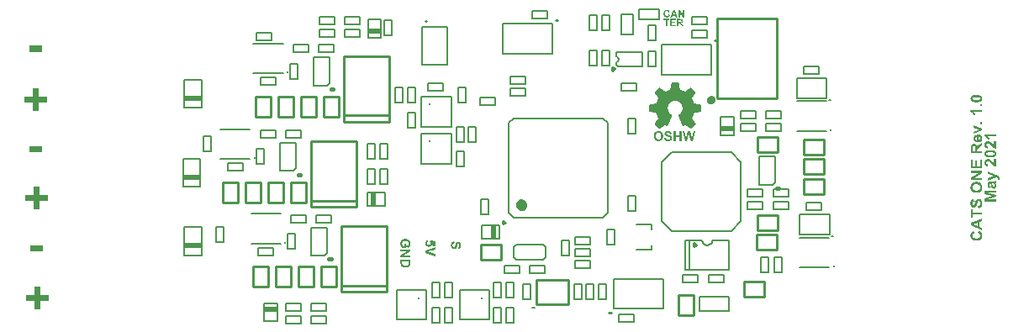
<source format=gto>
G04*
G04 #@! TF.GenerationSoftware,Altium Limited,Altium Designer,20.0.2 (26)*
G04*
G04 Layer_Color=65535*
%FSLAX25Y25*%
%MOIN*%
G70*
G01*
G75*
%ADD10C,0.01000*%
%ADD11C,0.00787*%
%ADD12C,0.00800*%
%ADD13C,0.01000*%
%ADD14C,0.01968*%
%ADD15C,0.01575*%
%ADD16C,0.01181*%
%ADD17C,0.02362*%
%ADD18C,0.00984*%
%ADD19C,0.01378*%
%ADD20C,0.00500*%
%ADD21C,0.00600*%
%ADD22C,0.00700*%
%ADD23R,0.01870X0.05315*%
%ADD24R,0.05315X0.01870*%
%ADD25R,0.06988X0.02461*%
G36*
X67312Y33843D02*
X67397D01*
Y33801D01*
Y33759D01*
Y33716D01*
Y33674D01*
X67439D01*
Y33631D01*
Y33589D01*
Y33547D01*
Y33504D01*
Y33462D01*
Y33420D01*
X67482D01*
Y33377D01*
Y33335D01*
Y33293D01*
Y33250D01*
Y33208D01*
X67524D01*
Y33166D01*
Y33123D01*
Y33081D01*
Y33039D01*
Y32996D01*
Y32954D01*
X67566D01*
Y32912D01*
Y32869D01*
Y32827D01*
Y32785D01*
Y32742D01*
X67609D01*
Y32700D01*
Y32658D01*
Y32615D01*
Y32573D01*
Y32531D01*
Y32488D01*
X67651D01*
Y32446D01*
Y32403D01*
Y32361D01*
Y32319D01*
Y32276D01*
Y32234D01*
X67693D01*
Y32192D01*
Y32149D01*
X67736D01*
Y32107D01*
X67693D01*
Y32065D01*
Y32022D01*
X67736D01*
Y31980D01*
Y31938D01*
Y31895D01*
X67778D01*
Y31853D01*
Y31811D01*
Y31768D01*
Y31726D01*
Y31684D01*
Y31641D01*
X67820D01*
Y31599D01*
Y31557D01*
Y31514D01*
Y31472D01*
Y31429D01*
X67863D01*
Y31387D01*
Y31345D01*
Y31302D01*
Y31260D01*
Y31218D01*
Y31176D01*
X67905D01*
Y31133D01*
Y31091D01*
X67947D01*
Y31048D01*
X67990D01*
Y31006D01*
X68075D01*
Y30964D01*
X68202D01*
Y30921D01*
X68286D01*
Y30879D01*
X68413D01*
Y30837D01*
X68498D01*
Y30794D01*
X68625D01*
Y30752D01*
X68710D01*
Y30710D01*
X68794D01*
Y30667D01*
X68921D01*
Y30625D01*
X69006D01*
Y30583D01*
X69133D01*
Y30540D01*
X69218D01*
Y30498D01*
X69345D01*
Y30456D01*
X69429D01*
Y30413D01*
X69514D01*
Y30371D01*
X69641D01*
Y30329D01*
X69726D01*
Y30286D01*
X70022D01*
Y30329D01*
X70065D01*
Y30371D01*
X70149D01*
Y30413D01*
X70192D01*
Y30456D01*
X70276D01*
Y30498D01*
X70319D01*
Y30540D01*
X70403D01*
Y30583D01*
X70446D01*
Y30625D01*
X70530D01*
Y30667D01*
X70573D01*
Y30710D01*
X70615D01*
Y30752D01*
X70700D01*
Y30794D01*
X70742D01*
Y30837D01*
X70827D01*
Y30879D01*
X70869D01*
Y30921D01*
X70912D01*
Y30964D01*
X70996D01*
Y31006D01*
X71039D01*
Y31048D01*
X71123D01*
Y31091D01*
X71166D01*
Y31133D01*
X71250D01*
Y31176D01*
X71293D01*
Y31218D01*
X71377D01*
Y31260D01*
X71420D01*
Y31302D01*
X71504D01*
Y31345D01*
X71547D01*
Y31387D01*
X71631D01*
Y31429D01*
X71674D01*
Y31472D01*
X71758D01*
Y31514D01*
X71801D01*
Y31557D01*
X71886D01*
Y31599D01*
X71928D01*
Y31641D01*
X72013D01*
Y31684D01*
X72055D01*
Y31726D01*
X72097D01*
Y31768D01*
X72182D01*
Y31811D01*
X72309D01*
Y31768D01*
X72351D01*
Y31726D01*
X72394D01*
Y31684D01*
X72436D01*
Y31641D01*
X72478D01*
Y31599D01*
X72521D01*
Y31557D01*
X72563D01*
Y31514D01*
X72605D01*
Y31472D01*
X72648D01*
Y31429D01*
X72690D01*
Y31387D01*
X72732D01*
Y31345D01*
X72775D01*
Y31302D01*
X72817D01*
Y31260D01*
X72859D01*
Y31218D01*
X72902D01*
Y31176D01*
X72944D01*
Y31133D01*
X72986D01*
Y31091D01*
X73029D01*
Y31048D01*
X73071D01*
Y31006D01*
X73113D01*
Y30964D01*
X73156D01*
Y30921D01*
X73198D01*
Y30879D01*
X73241D01*
Y30837D01*
X73283D01*
Y30794D01*
X73325D01*
Y30752D01*
X73368D01*
Y30710D01*
X73410D01*
Y30667D01*
X73452D01*
Y30625D01*
X73494D01*
Y30583D01*
X73537D01*
Y30540D01*
X73579D01*
Y30498D01*
X73622D01*
Y30456D01*
X73664D01*
Y30413D01*
X73706D01*
Y30371D01*
X73749D01*
Y30329D01*
X73791D01*
Y30286D01*
X73833D01*
Y30244D01*
X73876D01*
Y30202D01*
X73918D01*
Y30159D01*
X73960D01*
Y30117D01*
X74003D01*
Y30075D01*
X74045D01*
Y30032D01*
X74087D01*
Y29990D01*
X74130D01*
Y29948D01*
X74172D01*
Y29905D01*
Y29863D01*
Y29820D01*
Y29778D01*
X74087D01*
Y29736D01*
Y29693D01*
X74045D01*
Y29651D01*
X74003D01*
Y29609D01*
Y29566D01*
X73960D01*
Y29524D01*
Y29482D01*
X73918D01*
Y29439D01*
X73876D01*
Y29397D01*
Y29355D01*
X73833D01*
Y29312D01*
X73791D01*
Y29270D01*
Y29228D01*
X73749D01*
Y29185D01*
X73706D01*
Y29143D01*
Y29101D01*
X73664D01*
Y29058D01*
X73622D01*
Y29016D01*
X73579D01*
Y28974D01*
Y28931D01*
X73537D01*
Y28889D01*
X73494D01*
Y28846D01*
Y28804D01*
X73452D01*
Y28762D01*
X73410D01*
Y28719D01*
Y28677D01*
X73368D01*
Y28635D01*
X73325D01*
Y28593D01*
X73283D01*
Y28550D01*
Y28508D01*
X73241D01*
Y28465D01*
X73198D01*
Y28423D01*
Y28381D01*
X73156D01*
Y28338D01*
Y28296D01*
X73113D01*
Y28254D01*
X73071D01*
Y28211D01*
X73029D01*
Y28169D01*
X72986D01*
Y28127D01*
Y28084D01*
X72944D01*
Y28042D01*
X72902D01*
Y28000D01*
Y27957D01*
X72859D01*
Y27915D01*
Y27873D01*
X72817D01*
Y27830D01*
X72775D01*
Y27788D01*
Y27746D01*
X72732D01*
Y27703D01*
X72690D01*
Y27661D01*
X72648D01*
Y27619D01*
Y27576D01*
Y27534D01*
Y27492D01*
Y27449D01*
X72690D01*
Y27407D01*
X72732D01*
Y27365D01*
Y27322D01*
Y27280D01*
X72775D01*
Y27237D01*
Y27195D01*
X72817D01*
Y27153D01*
Y27110D01*
X72859D01*
Y27068D01*
Y27026D01*
Y26983D01*
X72902D01*
Y26941D01*
Y26899D01*
Y26856D01*
X72944D01*
Y26814D01*
Y26772D01*
X72986D01*
Y26729D01*
Y26687D01*
X73029D01*
Y26645D01*
Y26602D01*
Y26560D01*
X73071D01*
Y26518D01*
X73113D01*
Y26475D01*
Y26433D01*
Y26391D01*
X73156D01*
Y26348D01*
Y26306D01*
Y26263D01*
X73198D01*
Y26221D01*
X73241D01*
Y26179D01*
Y26136D01*
Y26094D01*
X73283D01*
Y26052D01*
Y26009D01*
X73325D01*
Y25967D01*
Y25925D01*
X73368D01*
Y25882D01*
Y25840D01*
Y25798D01*
X73410D01*
Y25755D01*
Y25713D01*
X73452D01*
Y25671D01*
Y25628D01*
Y25586D01*
X73537D01*
Y25544D01*
X73579D01*
Y25501D01*
X73749D01*
Y25459D01*
X74003D01*
Y25417D01*
X74257D01*
Y25374D01*
X74468D01*
Y25332D01*
X74680D01*
Y25290D01*
X74849D01*
Y25247D01*
X75061D01*
Y25205D01*
X75315D01*
Y25163D01*
X75569D01*
Y25120D01*
X75781D01*
Y25078D01*
X75993D01*
Y25036D01*
X76205D01*
Y24993D01*
X76247D01*
Y24951D01*
Y24908D01*
Y24866D01*
Y24824D01*
Y24781D01*
Y24739D01*
Y24697D01*
Y24654D01*
Y24612D01*
Y24570D01*
Y24527D01*
Y24485D01*
Y24443D01*
Y24400D01*
Y24358D01*
Y24316D01*
Y24273D01*
Y24231D01*
Y24189D01*
Y24146D01*
Y24104D01*
Y24062D01*
Y24019D01*
Y23977D01*
Y23935D01*
Y23892D01*
Y23850D01*
Y23808D01*
Y23765D01*
Y23723D01*
Y23681D01*
Y23638D01*
Y23596D01*
Y23553D01*
Y23511D01*
Y23469D01*
Y23426D01*
Y23384D01*
Y23342D01*
Y23299D01*
Y23257D01*
Y23215D01*
Y23172D01*
Y23130D01*
Y23088D01*
Y23045D01*
Y23003D01*
Y22961D01*
Y22918D01*
Y22876D01*
Y22834D01*
Y22791D01*
Y22749D01*
Y22707D01*
Y22664D01*
Y22622D01*
Y22580D01*
Y22537D01*
Y22495D01*
Y22453D01*
Y22410D01*
Y22368D01*
Y22325D01*
Y22283D01*
X76205D01*
Y22241D01*
X76078D01*
Y22198D01*
X75866D01*
Y22156D01*
X75654D01*
Y22114D01*
X75400D01*
Y22071D01*
X75146D01*
Y22029D01*
X74934D01*
Y21987D01*
X74680D01*
Y21944D01*
X74468D01*
Y21902D01*
X74214D01*
Y21860D01*
X74003D01*
Y21817D01*
X73833D01*
Y21775D01*
X73622D01*
Y21733D01*
X73579D01*
Y21690D01*
X73537D01*
Y21648D01*
X73494D01*
Y21606D01*
Y21563D01*
Y21521D01*
X73452D01*
Y21479D01*
Y21436D01*
X73410D01*
Y21394D01*
Y21352D01*
Y21309D01*
X73368D01*
Y21267D01*
Y21225D01*
Y21182D01*
X73325D01*
Y21140D01*
Y21098D01*
X73283D01*
Y21055D01*
Y21013D01*
Y20970D01*
X73241D01*
Y20928D01*
Y20886D01*
X73198D01*
Y20843D01*
Y20801D01*
Y20759D01*
X73156D01*
Y20716D01*
Y20674D01*
X73113D01*
Y20632D01*
Y20589D01*
Y20547D01*
X73071D01*
Y20505D01*
Y20462D01*
X73029D01*
Y20420D01*
Y20378D01*
Y20335D01*
X72986D01*
Y20293D01*
Y20251D01*
X72944D01*
Y20208D01*
Y20166D01*
Y20124D01*
X72902D01*
Y20081D01*
Y20039D01*
X72859D01*
Y19997D01*
Y19954D01*
Y19912D01*
X72817D01*
Y19870D01*
Y19827D01*
X72775D01*
Y19785D01*
Y19742D01*
Y19700D01*
X72732D01*
Y19658D01*
Y19615D01*
Y19573D01*
Y19531D01*
X72775D01*
Y19488D01*
Y19446D01*
X72817D01*
Y19404D01*
Y19361D01*
X72859D01*
Y19319D01*
X72902D01*
Y19277D01*
Y19234D01*
X72944D01*
Y19192D01*
Y19150D01*
X73029D01*
Y19107D01*
Y19065D01*
X73071D01*
Y19023D01*
X73113D01*
Y18980D01*
Y18938D01*
X73156D01*
Y18896D01*
X73198D01*
Y18853D01*
Y18811D01*
X73241D01*
Y18769D01*
X73283D01*
Y18726D01*
X73325D01*
Y18684D01*
Y18642D01*
X73368D01*
Y18599D01*
X73410D01*
Y18557D01*
Y18515D01*
X73452D01*
Y18472D01*
Y18430D01*
X73494D01*
Y18387D01*
X73537D01*
Y18345D01*
Y18303D01*
X73579D01*
Y18260D01*
X73622D01*
Y18218D01*
X73664D01*
Y18176D01*
Y18133D01*
X73706D01*
Y18091D01*
X73749D01*
Y18049D01*
Y18006D01*
X73791D01*
Y17964D01*
X73833D01*
Y17922D01*
Y17879D01*
X73876D01*
Y17837D01*
X73918D01*
Y17795D01*
Y17752D01*
X73960D01*
Y17710D01*
X74003D01*
Y17668D01*
X74045D01*
Y17625D01*
Y17583D01*
X74087D01*
Y17541D01*
X74130D01*
Y17498D01*
Y17456D01*
X74172D01*
Y17414D01*
Y17371D01*
Y17329D01*
Y17287D01*
X74130D01*
Y17244D01*
X74087D01*
Y17202D01*
X74045D01*
Y17160D01*
X74003D01*
Y17117D01*
X73960D01*
Y17075D01*
X73918D01*
Y17032D01*
X73876D01*
Y16990D01*
X73833D01*
Y16948D01*
X73791D01*
Y16905D01*
X73749D01*
Y16863D01*
X73706D01*
Y16821D01*
X73664D01*
Y16778D01*
X73622D01*
Y16736D01*
X73579D01*
Y16694D01*
X73537D01*
Y16651D01*
X73494D01*
Y16609D01*
X73452D01*
Y16567D01*
X73410D01*
Y16524D01*
X73368D01*
Y16482D01*
X73325D01*
Y16440D01*
X73283D01*
Y16397D01*
X73241D01*
Y16355D01*
X73198D01*
Y16313D01*
X73156D01*
Y16270D01*
X73113D01*
Y16228D01*
X73071D01*
Y16186D01*
X73029D01*
Y16143D01*
X72986D01*
Y16101D01*
X72944D01*
Y16059D01*
X72902D01*
Y16016D01*
X72859D01*
Y15974D01*
X72817D01*
Y15932D01*
X72775D01*
Y15889D01*
X72732D01*
Y15847D01*
X72690D01*
Y15804D01*
X72648D01*
Y15762D01*
X72605D01*
Y15720D01*
X72563D01*
Y15677D01*
X72521D01*
Y15635D01*
X72478D01*
Y15593D01*
X72436D01*
Y15550D01*
X72394D01*
Y15508D01*
X72351D01*
Y15466D01*
X72140D01*
Y15508D01*
X72097D01*
Y15550D01*
X72013D01*
Y15593D01*
X71970D01*
Y15635D01*
X71928D01*
Y15677D01*
X71843D01*
Y15720D01*
X71801D01*
Y15762D01*
X71716D01*
Y15804D01*
X71674D01*
Y15847D01*
X71589D01*
Y15889D01*
X71547D01*
Y15932D01*
X71462D01*
Y15974D01*
X71420D01*
Y16016D01*
X71335D01*
Y16059D01*
X71293D01*
Y16101D01*
X71208D01*
Y16143D01*
X71166D01*
Y16186D01*
X71081D01*
Y16228D01*
X71039D01*
Y16270D01*
X70954D01*
Y16313D01*
X70912D01*
Y16355D01*
X70827D01*
Y16397D01*
X70784D01*
Y16440D01*
X70742D01*
Y16482D01*
X70657D01*
Y16524D01*
X70615D01*
Y16567D01*
X70530D01*
Y16609D01*
X70488D01*
Y16651D01*
X70446D01*
Y16694D01*
X70361D01*
Y16736D01*
X70319D01*
Y16778D01*
X70234D01*
Y16821D01*
X70192D01*
Y16863D01*
X69980D01*
Y16821D01*
X69895D01*
Y16778D01*
X69811D01*
Y16736D01*
X69726D01*
Y16694D01*
X69641D01*
Y16651D01*
X69556D01*
Y16609D01*
X69472D01*
Y16567D01*
X69429D01*
Y16524D01*
X69345D01*
Y16482D01*
X69260D01*
Y16440D01*
X69175D01*
Y16397D01*
X69091D01*
Y16355D01*
X69006D01*
Y16397D01*
X68964D01*
Y16440D01*
Y16482D01*
Y16524D01*
X68921D01*
Y16567D01*
Y16609D01*
X68879D01*
Y16651D01*
Y16694D01*
Y16736D01*
X68837D01*
Y16778D01*
Y16821D01*
X68794D01*
Y16863D01*
Y16905D01*
X68752D01*
Y16948D01*
Y16990D01*
Y17032D01*
Y17075D01*
X68710D01*
Y17117D01*
X68667D01*
Y17160D01*
Y17202D01*
X68625D01*
Y17244D01*
Y17287D01*
Y17329D01*
X68583D01*
Y17371D01*
Y17414D01*
X68540D01*
Y17456D01*
Y17498D01*
Y17541D01*
X68498D01*
Y17583D01*
Y17625D01*
X68456D01*
Y17668D01*
Y17710D01*
Y17752D01*
X68413D01*
Y17795D01*
Y17837D01*
X68371D01*
Y17879D01*
Y17922D01*
Y17964D01*
X68328D01*
Y18006D01*
Y18049D01*
Y18091D01*
X68286D01*
Y18133D01*
Y18176D01*
X68244D01*
Y18218D01*
Y18260D01*
X68202D01*
Y18303D01*
Y18345D01*
X68159D01*
Y18387D01*
Y18430D01*
X68117D01*
Y18472D01*
Y18515D01*
Y18557D01*
X68075D01*
Y18599D01*
Y18642D01*
X68032D01*
Y18684D01*
Y18726D01*
Y18769D01*
X67990D01*
Y18811D01*
Y18853D01*
X67947D01*
Y18896D01*
Y18938D01*
Y18980D01*
X67905D01*
Y19023D01*
Y19065D01*
X67863D01*
Y19107D01*
Y19150D01*
Y19192D01*
X67820D01*
Y19234D01*
Y19277D01*
X67778D01*
Y19319D01*
Y19361D01*
X67736D01*
Y19404D01*
Y19446D01*
Y19488D01*
X67693D01*
Y19531D01*
Y19573D01*
Y19615D01*
X67651D01*
Y19658D01*
Y19700D01*
X67609D01*
Y19742D01*
Y19785D01*
X67566D01*
Y19827D01*
Y19870D01*
X67524D01*
Y19912D01*
Y19954D01*
Y19997D01*
X67482D01*
Y20039D01*
Y20081D01*
X67439D01*
Y20124D01*
Y20166D01*
X67397D01*
Y20208D01*
Y20251D01*
Y20293D01*
X67355D01*
Y20335D01*
Y20378D01*
Y20420D01*
X67312D01*
Y20462D01*
Y20505D01*
X67270D01*
Y20547D01*
Y20589D01*
Y20632D01*
X67228D01*
Y20674D01*
Y20716D01*
X67185D01*
Y20759D01*
Y20801D01*
Y20843D01*
X67143D01*
Y20886D01*
X67185D01*
Y20928D01*
X67228D01*
Y20970D01*
X67312D01*
Y21013D01*
X67397D01*
Y21055D01*
X67439D01*
Y21098D01*
X67524D01*
Y21140D01*
X67566D01*
Y21182D01*
X67609D01*
Y21225D01*
X67693D01*
Y21267D01*
X67736D01*
Y21309D01*
X67778D01*
Y21352D01*
X67863D01*
Y21394D01*
X67905D01*
Y21436D01*
X67947D01*
Y21479D01*
X67990D01*
Y21521D01*
X68032D01*
Y21563D01*
X68075D01*
Y21606D01*
X68117D01*
Y21648D01*
X68159D01*
Y21690D01*
X68202D01*
Y21733D01*
X68244D01*
Y21775D01*
Y21817D01*
X68286D01*
Y21860D01*
X68328D01*
Y21902D01*
X68371D01*
Y21944D01*
Y21987D01*
X68413D01*
Y22029D01*
X68456D01*
Y22071D01*
Y22114D01*
X68498D01*
Y22156D01*
X68540D01*
Y22198D01*
Y22241D01*
X68583D01*
Y22283D01*
Y22325D01*
X68625D01*
Y22368D01*
Y22410D01*
X68667D01*
Y22453D01*
Y22495D01*
Y22537D01*
X68710D01*
Y22580D01*
X68752D01*
Y22622D01*
Y22664D01*
Y22707D01*
X68794D01*
Y22749D01*
Y22791D01*
Y22834D01*
Y22876D01*
X68837D01*
Y22918D01*
Y22961D01*
Y23003D01*
Y23045D01*
X68879D01*
Y23088D01*
Y23130D01*
Y23172D01*
Y23215D01*
Y23257D01*
Y23299D01*
Y23342D01*
Y23384D01*
Y23426D01*
X68921D01*
Y23469D01*
Y23511D01*
Y23553D01*
Y23596D01*
Y23638D01*
Y23681D01*
Y23723D01*
Y23765D01*
Y23808D01*
X68879D01*
Y23850D01*
Y23892D01*
Y23935D01*
Y23977D01*
Y24019D01*
Y24062D01*
Y24104D01*
Y24146D01*
Y24189D01*
X68837D01*
Y24231D01*
Y24273D01*
Y24316D01*
Y24358D01*
X68794D01*
Y24400D01*
Y24443D01*
Y24485D01*
Y24527D01*
X68752D01*
Y24570D01*
Y24612D01*
Y24654D01*
X68710D01*
Y24697D01*
X68667D01*
Y24739D01*
X68710D01*
Y24781D01*
X68667D01*
Y24824D01*
X68625D01*
Y24866D01*
Y24908D01*
X68583D01*
Y24951D01*
Y24993D01*
X68540D01*
Y25036D01*
Y25078D01*
X68498D01*
Y25120D01*
X68456D01*
Y25163D01*
Y25205D01*
X68413D01*
Y25247D01*
X68371D01*
Y25290D01*
Y25332D01*
X68328D01*
Y25374D01*
X68286D01*
Y25417D01*
X68244D01*
Y25459D01*
Y25501D01*
X68202D01*
Y25544D01*
X68159D01*
Y25586D01*
X68117D01*
Y25628D01*
X68075D01*
Y25671D01*
X68032D01*
Y25713D01*
X67990D01*
Y25755D01*
X67947D01*
Y25798D01*
X67905D01*
Y25840D01*
X67863D01*
Y25882D01*
X67778D01*
Y25925D01*
X67736D01*
Y25967D01*
X67693D01*
Y26009D01*
X67609D01*
Y26052D01*
X67566D01*
Y26094D01*
X67482D01*
Y26136D01*
X67397D01*
Y26179D01*
X67312D01*
Y26221D01*
X67228D01*
Y26263D01*
X67143D01*
Y26306D01*
X67058D01*
Y26348D01*
X66931D01*
Y26391D01*
X66804D01*
Y26433D01*
X66635D01*
Y26475D01*
X66423D01*
Y26518D01*
X65576D01*
Y26475D01*
X65364D01*
Y26433D01*
X65195D01*
Y26391D01*
X65068D01*
Y26348D01*
X64941D01*
Y26306D01*
X64856D01*
Y26263D01*
X64772D01*
Y26221D01*
X64687D01*
Y26179D01*
X64602D01*
Y26136D01*
X64517D01*
Y26094D01*
X64433D01*
Y26052D01*
X64390D01*
Y26009D01*
X64306D01*
Y25967D01*
X64263D01*
Y25925D01*
X64221D01*
Y25882D01*
X64136D01*
Y25840D01*
X64094D01*
Y25798D01*
X64052D01*
Y25755D01*
X64009D01*
Y25713D01*
X63967D01*
Y25671D01*
X63925D01*
Y25628D01*
X63882D01*
Y25586D01*
X63840D01*
Y25544D01*
X63798D01*
Y25501D01*
X63755D01*
Y25459D01*
Y25417D01*
X63671D01*
Y25374D01*
Y25332D01*
X63628D01*
Y25290D01*
Y25247D01*
X63586D01*
Y25205D01*
X63544D01*
Y25163D01*
Y25120D01*
X63501D01*
Y25078D01*
X63459D01*
Y25036D01*
Y24993D01*
X63417D01*
Y24951D01*
Y24908D01*
X63374D01*
Y24866D01*
Y24824D01*
X63332D01*
Y24781D01*
X63289D01*
Y24739D01*
X63332D01*
Y24697D01*
X63289D01*
Y24654D01*
X63247D01*
Y24612D01*
Y24570D01*
Y24527D01*
X63205D01*
Y24485D01*
Y24443D01*
Y24400D01*
Y24358D01*
X63162D01*
Y24316D01*
Y24273D01*
Y24231D01*
Y24189D01*
X63120D01*
Y24146D01*
Y24104D01*
Y24062D01*
Y24019D01*
Y23977D01*
Y23935D01*
Y23892D01*
Y23850D01*
Y23808D01*
X63078D01*
Y23765D01*
Y23723D01*
Y23681D01*
Y23638D01*
Y23596D01*
Y23553D01*
Y23511D01*
Y23469D01*
Y23426D01*
X63120D01*
Y23384D01*
Y23342D01*
Y23299D01*
Y23257D01*
Y23215D01*
Y23172D01*
Y23130D01*
Y23088D01*
Y23045D01*
X63162D01*
Y23003D01*
Y22961D01*
Y22918D01*
Y22876D01*
X63205D01*
Y22834D01*
Y22791D01*
Y22749D01*
Y22707D01*
X63247D01*
Y22664D01*
Y22622D01*
Y22580D01*
X63289D01*
Y22537D01*
X63332D01*
Y22495D01*
Y22453D01*
Y22410D01*
X63374D01*
Y22368D01*
Y22325D01*
X63417D01*
Y22283D01*
Y22241D01*
X63459D01*
Y22198D01*
Y22156D01*
X63501D01*
Y22114D01*
X63544D01*
Y22071D01*
Y22029D01*
X63586D01*
Y21987D01*
X63628D01*
Y21944D01*
Y21902D01*
X63671D01*
Y21860D01*
X63713D01*
Y21817D01*
X63755D01*
Y21775D01*
Y21733D01*
X63798D01*
Y21690D01*
X63840D01*
Y21648D01*
X63882D01*
Y21606D01*
X63925D01*
Y21563D01*
X63967D01*
Y21521D01*
X64009D01*
Y21479D01*
X64052D01*
Y21436D01*
X64094D01*
Y21394D01*
X64136D01*
Y21352D01*
X64221D01*
Y21309D01*
X64263D01*
Y21267D01*
X64306D01*
Y21225D01*
X64390D01*
Y21182D01*
X64433D01*
Y21140D01*
X64475D01*
Y21098D01*
X64560D01*
Y21055D01*
X64602D01*
Y21013D01*
X64687D01*
Y20970D01*
X64772D01*
Y20928D01*
X64814D01*
Y20886D01*
X64856D01*
Y20843D01*
X64814D01*
Y20801D01*
Y20759D01*
Y20716D01*
X64772D01*
Y20674D01*
Y20632D01*
X64729D01*
Y20589D01*
Y20547D01*
Y20505D01*
X64687D01*
Y20462D01*
Y20420D01*
X64645D01*
Y20378D01*
Y20335D01*
Y20293D01*
X64602D01*
Y20251D01*
Y20208D01*
Y20166D01*
X64560D01*
Y20124D01*
Y20081D01*
X64517D01*
Y20039D01*
Y19997D01*
X64475D01*
Y19954D01*
Y19912D01*
Y19870D01*
X64433D01*
Y19827D01*
Y19785D01*
X64390D01*
Y19742D01*
Y19700D01*
X64348D01*
Y19658D01*
Y19615D01*
X64306D01*
Y19573D01*
Y19531D01*
Y19488D01*
X64263D01*
Y19446D01*
Y19404D01*
Y19361D01*
X64221D01*
Y19319D01*
Y19277D01*
X64179D01*
Y19234D01*
Y19192D01*
Y19150D01*
X64136D01*
Y19107D01*
Y19065D01*
X64094D01*
Y19023D01*
Y18980D01*
X64052D01*
Y18938D01*
Y18896D01*
Y18853D01*
X64009D01*
Y18811D01*
Y18769D01*
X63967D01*
Y18726D01*
Y18684D01*
Y18642D01*
X63925D01*
Y18599D01*
Y18557D01*
Y18515D01*
X63882D01*
Y18472D01*
Y18430D01*
X63840D01*
Y18387D01*
Y18345D01*
X63798D01*
Y18303D01*
Y18260D01*
X63755D01*
Y18218D01*
Y18176D01*
X63713D01*
Y18133D01*
Y18091D01*
X63671D01*
Y18049D01*
Y18006D01*
Y17964D01*
X63628D01*
Y17922D01*
Y17879D01*
Y17837D01*
X63586D01*
Y17795D01*
Y17752D01*
X63544D01*
Y17710D01*
Y17668D01*
Y17625D01*
X63501D01*
Y17583D01*
Y17541D01*
X63459D01*
Y17498D01*
Y17456D01*
Y17414D01*
X63417D01*
Y17371D01*
Y17329D01*
X63374D01*
Y17287D01*
Y17244D01*
Y17202D01*
X63332D01*
Y17160D01*
Y17117D01*
X63289D01*
Y17075D01*
X63247D01*
Y17032D01*
Y16990D01*
Y16948D01*
Y16905D01*
X63205D01*
Y16863D01*
Y16821D01*
X63162D01*
Y16778D01*
Y16736D01*
X63120D01*
Y16694D01*
Y16651D01*
Y16609D01*
X63078D01*
Y16567D01*
Y16524D01*
X63036D01*
Y16482D01*
Y16440D01*
Y16397D01*
X62824D01*
Y16440D01*
X62739D01*
Y16482D01*
X62654D01*
Y16524D01*
X62570D01*
Y16567D01*
X62527D01*
Y16609D01*
X62443D01*
Y16651D01*
X62358D01*
Y16694D01*
X62273D01*
Y16736D01*
X62189D01*
Y16778D01*
X62104D01*
Y16821D01*
X62019D01*
Y16863D01*
X61808D01*
Y16821D01*
X61765D01*
Y16778D01*
X61681D01*
Y16736D01*
X61638D01*
Y16694D01*
X61596D01*
Y16651D01*
X61511D01*
Y16609D01*
X61469D01*
Y16567D01*
X61384D01*
Y16524D01*
X61342D01*
Y16482D01*
X61257D01*
Y16440D01*
X61215D01*
Y16397D01*
X61172D01*
Y16355D01*
X61088D01*
Y16313D01*
X61045D01*
Y16270D01*
X60961D01*
Y16228D01*
X60918D01*
Y16186D01*
X60834D01*
Y16143D01*
X60791D01*
Y16101D01*
X60707D01*
Y16059D01*
X60622D01*
Y16016D01*
X60580D01*
Y15974D01*
X60537D01*
Y15932D01*
X60453D01*
Y15889D01*
X60410D01*
Y15847D01*
X60325D01*
Y15804D01*
X60283D01*
Y15762D01*
X60198D01*
Y15720D01*
X60156D01*
Y15677D01*
X60071D01*
Y15635D01*
X60029D01*
Y15593D01*
X59987D01*
Y15550D01*
X59902D01*
Y15508D01*
X59860D01*
Y15466D01*
X59648D01*
Y15508D01*
X59606D01*
Y15550D01*
X59563D01*
Y15593D01*
X59521D01*
Y15635D01*
X59479D01*
Y15677D01*
X59436D01*
Y15720D01*
X59394D01*
Y15762D01*
X59351D01*
Y15804D01*
X59309D01*
Y15847D01*
X59267D01*
Y15889D01*
X59224D01*
Y15932D01*
X59182D01*
Y15974D01*
X59140D01*
Y16016D01*
X59097D01*
Y16059D01*
X59055D01*
Y16101D01*
X59013D01*
Y16143D01*
X58970D01*
Y16186D01*
X58928D01*
Y16228D01*
X58886D01*
Y16270D01*
X58843D01*
Y16313D01*
X58801D01*
Y16355D01*
X58759D01*
Y16397D01*
X58716D01*
Y16440D01*
X58674D01*
Y16482D01*
X58632D01*
Y16524D01*
X58589D01*
Y16567D01*
X58547D01*
Y16609D01*
X58505D01*
Y16651D01*
X58462D01*
Y16694D01*
X58420D01*
Y16736D01*
X58378D01*
Y16778D01*
X58335D01*
Y16821D01*
X58293D01*
Y16863D01*
X58251D01*
Y16905D01*
X58208D01*
Y16948D01*
X58166D01*
Y16990D01*
X58123D01*
Y17032D01*
X58081D01*
Y17075D01*
X58039D01*
Y17117D01*
X57996D01*
Y17160D01*
X57954D01*
Y17202D01*
X57912D01*
Y17244D01*
X57869D01*
Y17287D01*
X57827D01*
Y17329D01*
Y17371D01*
Y17414D01*
Y17456D01*
X57869D01*
Y17498D01*
Y17541D01*
X57912D01*
Y17583D01*
X57954D01*
Y17625D01*
Y17668D01*
X57996D01*
Y17710D01*
X58039D01*
Y17752D01*
X58081D01*
Y17795D01*
Y17837D01*
X58123D01*
Y17879D01*
X58166D01*
Y17922D01*
Y17964D01*
X58208D01*
Y18006D01*
X58251D01*
Y18049D01*
Y18091D01*
X58293D01*
Y18133D01*
X58335D01*
Y18176D01*
Y18218D01*
X58378D01*
Y18260D01*
X58420D01*
Y18303D01*
X58462D01*
Y18345D01*
Y18387D01*
X58505D01*
Y18430D01*
X58547D01*
Y18472D01*
Y18515D01*
X58589D01*
Y18557D01*
Y18599D01*
X58632D01*
Y18642D01*
X58674D01*
Y18684D01*
Y18726D01*
X58716D01*
Y18769D01*
X58759D01*
Y18811D01*
X58801D01*
Y18853D01*
Y18896D01*
X58843D01*
Y18938D01*
X58886D01*
Y18980D01*
Y19023D01*
X58928D01*
Y19065D01*
X58970D01*
Y19107D01*
Y19150D01*
X59055D01*
Y19192D01*
Y19234D01*
X59097D01*
Y19277D01*
Y19319D01*
X59140D01*
Y19361D01*
X59182D01*
Y19404D01*
Y19446D01*
X59224D01*
Y19488D01*
Y19531D01*
X59267D01*
Y19573D01*
Y19615D01*
Y19658D01*
Y19700D01*
X59224D01*
Y19742D01*
Y19785D01*
Y19827D01*
X59182D01*
Y19870D01*
Y19912D01*
X59140D01*
Y19954D01*
Y19997D01*
Y20039D01*
X59097D01*
Y20081D01*
Y20124D01*
X59055D01*
Y20166D01*
Y20208D01*
Y20251D01*
X59013D01*
Y20293D01*
Y20335D01*
X58970D01*
Y20378D01*
Y20420D01*
Y20462D01*
X58928D01*
Y20505D01*
Y20547D01*
X58886D01*
Y20589D01*
Y20632D01*
Y20674D01*
X58843D01*
Y20716D01*
Y20759D01*
X58801D01*
Y20801D01*
Y20843D01*
Y20886D01*
X58759D01*
Y20928D01*
Y20970D01*
X58716D01*
Y21013D01*
Y21055D01*
Y21098D01*
X58674D01*
Y21140D01*
Y21182D01*
X58632D01*
Y21225D01*
Y21267D01*
Y21309D01*
X58589D01*
Y21352D01*
Y21394D01*
Y21436D01*
X58547D01*
Y21479D01*
Y21521D01*
X58505D01*
Y21563D01*
Y21606D01*
Y21648D01*
X58462D01*
Y21690D01*
X58420D01*
Y21733D01*
X58378D01*
Y21775D01*
X58166D01*
Y21817D01*
X57996D01*
Y21860D01*
X57785D01*
Y21902D01*
X57531D01*
Y21944D01*
X57319D01*
Y21987D01*
X57065D01*
Y22029D01*
X56853D01*
Y22071D01*
X56599D01*
Y22114D01*
X56387D01*
Y22156D01*
X56133D01*
Y22198D01*
X55922D01*
Y22241D01*
X55795D01*
Y22283D01*
X55752D01*
Y22325D01*
Y22368D01*
Y22410D01*
Y22453D01*
Y22495D01*
Y22537D01*
Y22580D01*
Y22622D01*
Y22664D01*
Y22707D01*
Y22749D01*
Y22791D01*
Y22834D01*
Y22876D01*
Y22918D01*
Y22961D01*
Y23003D01*
Y23045D01*
Y23088D01*
Y23130D01*
Y23172D01*
Y23215D01*
Y23257D01*
Y23299D01*
Y23342D01*
Y23384D01*
Y23426D01*
Y23469D01*
Y23511D01*
Y23553D01*
Y23596D01*
Y23638D01*
Y23681D01*
Y23723D01*
Y23765D01*
Y23808D01*
Y23850D01*
Y23892D01*
Y23935D01*
Y23977D01*
Y24019D01*
Y24062D01*
Y24104D01*
Y24146D01*
Y24189D01*
Y24231D01*
Y24273D01*
Y24316D01*
Y24358D01*
Y24400D01*
Y24443D01*
Y24485D01*
Y24527D01*
Y24570D01*
Y24612D01*
Y24654D01*
Y24697D01*
Y24739D01*
Y24781D01*
Y24824D01*
Y24866D01*
Y24908D01*
Y24951D01*
Y24993D01*
X55795D01*
Y25036D01*
X56006D01*
Y25078D01*
X56218D01*
Y25120D01*
X56472D01*
Y25163D01*
X56684D01*
Y25205D01*
X56938D01*
Y25247D01*
X57150D01*
Y25290D01*
X57319D01*
Y25332D01*
X57531D01*
Y25374D01*
X57785D01*
Y25417D01*
X58039D01*
Y25459D01*
X58251D01*
Y25501D01*
X58420D01*
Y25544D01*
X58462D01*
Y25586D01*
X58547D01*
Y25628D01*
Y25671D01*
X58589D01*
Y25713D01*
Y25755D01*
Y25798D01*
X58632D01*
Y25840D01*
Y25882D01*
Y25925D01*
X58674D01*
Y25967D01*
Y26009D01*
X58716D01*
Y26052D01*
Y26094D01*
X58759D01*
Y26136D01*
X58801D01*
Y26179D01*
X58759D01*
Y26221D01*
X58801D01*
Y26263D01*
Y26306D01*
X58843D01*
Y26348D01*
Y26391D01*
X58886D01*
Y26433D01*
Y26475D01*
X58928D01*
Y26518D01*
Y26560D01*
X58970D01*
Y26602D01*
Y26645D01*
Y26687D01*
X59013D01*
Y26729D01*
Y26772D01*
X59055D01*
Y26814D01*
Y26856D01*
Y26899D01*
X59097D01*
Y26941D01*
Y26983D01*
X59140D01*
Y27026D01*
Y27068D01*
X59182D01*
Y27110D01*
Y27153D01*
Y27195D01*
X59224D01*
Y27237D01*
Y27280D01*
X59267D01*
Y27322D01*
Y27365D01*
X59309D01*
Y27407D01*
Y27449D01*
X59351D01*
Y27492D01*
Y27534D01*
Y27576D01*
Y27619D01*
Y27661D01*
X59309D01*
Y27703D01*
X59267D01*
Y27746D01*
X59224D01*
Y27788D01*
Y27830D01*
X59182D01*
Y27873D01*
X59140D01*
Y27915D01*
Y27957D01*
X59097D01*
Y28000D01*
Y28042D01*
X59055D01*
Y28084D01*
X59013D01*
Y28127D01*
Y28169D01*
X58970D01*
Y28211D01*
X58928D01*
Y28254D01*
X58886D01*
Y28296D01*
X58843D01*
Y28338D01*
Y28381D01*
X58801D01*
Y28423D01*
Y28465D01*
X58759D01*
Y28508D01*
X58716D01*
Y28550D01*
Y28593D01*
X58674D01*
Y28635D01*
X58632D01*
Y28677D01*
X58589D01*
Y28719D01*
Y28762D01*
X58547D01*
Y28804D01*
X58505D01*
Y28846D01*
Y28889D01*
X58462D01*
Y28931D01*
X58420D01*
Y28974D01*
Y29016D01*
X58378D01*
Y29058D01*
X58335D01*
Y29101D01*
X58293D01*
Y29143D01*
Y29185D01*
X58251D01*
Y29228D01*
X58208D01*
Y29270D01*
Y29312D01*
X58166D01*
Y29355D01*
X58123D01*
Y29397D01*
Y29439D01*
X58081D01*
Y29482D01*
X58039D01*
Y29524D01*
Y29566D01*
X57996D01*
Y29609D01*
Y29651D01*
X57954D01*
Y29693D01*
X57912D01*
Y29736D01*
Y29778D01*
X57869D01*
Y29820D01*
X57827D01*
Y29863D01*
Y29905D01*
Y29948D01*
X57869D01*
Y29990D01*
X57912D01*
Y30032D01*
X57954D01*
Y30075D01*
X57996D01*
Y30117D01*
X58039D01*
Y30159D01*
X58081D01*
Y30202D01*
X58123D01*
Y30244D01*
X58166D01*
Y30286D01*
X58208D01*
Y30329D01*
X58251D01*
Y30371D01*
X58293D01*
Y30413D01*
X58335D01*
Y30456D01*
X58378D01*
Y30498D01*
X58420D01*
Y30540D01*
X58462D01*
Y30583D01*
X58505D01*
Y30625D01*
X58547D01*
Y30667D01*
X58589D01*
Y30710D01*
X58632D01*
Y30752D01*
X58674D01*
Y30794D01*
X58716D01*
Y30837D01*
X58759D01*
Y30879D01*
X58801D01*
Y30921D01*
X58843D01*
Y30964D01*
X58886D01*
Y31006D01*
X58928D01*
Y31048D01*
X58970D01*
Y31091D01*
X59013D01*
Y31133D01*
X59055D01*
Y31176D01*
X59097D01*
Y31218D01*
X59140D01*
Y31260D01*
X59182D01*
Y31302D01*
X59224D01*
Y31345D01*
X59267D01*
Y31387D01*
X59309D01*
Y31429D01*
X59351D01*
Y31472D01*
X59394D01*
Y31514D01*
X59436D01*
Y31557D01*
X59479D01*
Y31599D01*
X59521D01*
Y31641D01*
X59563D01*
Y31684D01*
X59606D01*
Y31726D01*
X59648D01*
Y31768D01*
X59690D01*
Y31811D01*
X59817D01*
Y31768D01*
X59902D01*
Y31726D01*
X59944D01*
Y31684D01*
X60029D01*
Y31641D01*
X60071D01*
Y31599D01*
X60114D01*
Y31557D01*
X60198D01*
Y31514D01*
X60241D01*
Y31472D01*
X60325D01*
Y31429D01*
X60410D01*
Y31387D01*
X60453D01*
Y31345D01*
X60495D01*
Y31302D01*
X60580D01*
Y31260D01*
X60622D01*
Y31218D01*
X60707D01*
Y31176D01*
X60749D01*
Y31133D01*
X60834D01*
Y31091D01*
X60876D01*
Y31048D01*
X60961D01*
Y31006D01*
X61003D01*
Y30964D01*
X61088D01*
Y30921D01*
X61130D01*
Y30879D01*
X61172D01*
Y30837D01*
X61257D01*
Y30794D01*
X61299D01*
Y30752D01*
X61384D01*
Y30710D01*
X61426D01*
Y30667D01*
X61511D01*
Y30625D01*
X61553D01*
Y30583D01*
X61596D01*
Y30540D01*
X61681D01*
Y30498D01*
X61723D01*
Y30456D01*
X61808D01*
Y30413D01*
X61850D01*
Y30371D01*
X61935D01*
Y30329D01*
X61977D01*
Y30286D01*
X62273D01*
Y30329D01*
X62358D01*
Y30371D01*
X62485D01*
Y30413D01*
X62570D01*
Y30456D01*
X62697D01*
Y30498D01*
X62781D01*
Y30540D01*
X62866D01*
Y30583D01*
X62993D01*
Y30625D01*
X63078D01*
Y30667D01*
X63205D01*
Y30710D01*
X63289D01*
Y30752D01*
X63374D01*
Y30794D01*
X63501D01*
Y30837D01*
X63586D01*
Y30879D01*
X63713D01*
Y30921D01*
X63798D01*
Y30964D01*
X63925D01*
Y31006D01*
X64009D01*
Y31048D01*
X64052D01*
Y31091D01*
X64094D01*
Y31133D01*
Y31176D01*
X64136D01*
Y31218D01*
Y31260D01*
Y31302D01*
Y31345D01*
Y31387D01*
Y31429D01*
X64179D01*
Y31472D01*
Y31514D01*
Y31557D01*
Y31599D01*
Y31641D01*
X64221D01*
Y31684D01*
Y31726D01*
Y31768D01*
Y31811D01*
Y31853D01*
Y31895D01*
X64263D01*
Y31938D01*
Y31980D01*
Y32022D01*
X64306D01*
Y32065D01*
Y32107D01*
X64263D01*
Y32149D01*
X64306D01*
Y32192D01*
Y32234D01*
X64348D01*
Y32276D01*
Y32319D01*
Y32361D01*
Y32403D01*
Y32446D01*
Y32488D01*
X64390D01*
Y32531D01*
Y32573D01*
Y32615D01*
Y32658D01*
Y32700D01*
Y32742D01*
X64433D01*
Y32785D01*
Y32827D01*
Y32869D01*
Y32912D01*
Y32954D01*
X64475D01*
Y32996D01*
Y33039D01*
Y33081D01*
Y33123D01*
Y33166D01*
Y33208D01*
X64517D01*
Y33250D01*
Y33293D01*
Y33335D01*
Y33377D01*
Y33420D01*
X64560D01*
Y33462D01*
Y33504D01*
Y33547D01*
Y33589D01*
Y33631D01*
Y33674D01*
X64602D01*
Y33716D01*
Y33759D01*
Y33801D01*
Y33843D01*
X64687D01*
Y33885D01*
X67312D01*
Y33843D01*
D02*
G37*
G36*
X-21481Y-29897D02*
X-21485D01*
X-21498Y-29902D01*
X-21518Y-29906D01*
X-21543Y-29910D01*
X-21577Y-29918D01*
X-21610Y-29931D01*
X-21693Y-29956D01*
X-21785Y-29993D01*
X-21880Y-30043D01*
X-21968Y-30101D01*
X-22005Y-30135D01*
X-22043Y-30172D01*
Y-30176D01*
X-22051Y-30180D01*
X-22059Y-30193D01*
X-22072Y-30209D01*
X-22084Y-30230D01*
X-22097Y-30259D01*
X-22113Y-30288D01*
X-22130Y-30322D01*
X-22163Y-30405D01*
X-22188Y-30501D01*
X-22209Y-30613D01*
X-22217Y-30738D01*
Y-30775D01*
X-22213Y-30800D01*
Y-30834D01*
X-22209Y-30867D01*
X-22197Y-30950D01*
X-22180Y-31041D01*
X-22151Y-31137D01*
X-22113Y-31229D01*
X-22088Y-31270D01*
X-22059Y-31308D01*
Y-31312D01*
X-22051Y-31316D01*
X-22030Y-31337D01*
X-21997Y-31370D01*
X-21955Y-31403D01*
X-21901Y-31437D01*
X-21835Y-31470D01*
X-21764Y-31491D01*
X-21726Y-31499D01*
X-21689D01*
X-21685D01*
X-21664D01*
X-21639Y-31495D01*
X-21610Y-31491D01*
X-21573Y-31478D01*
X-21531Y-31466D01*
X-21494Y-31445D01*
X-21456Y-31416D01*
X-21452Y-31412D01*
X-21439Y-31399D01*
X-21423Y-31378D01*
X-21398Y-31354D01*
X-21373Y-31312D01*
X-21344Y-31266D01*
X-21319Y-31208D01*
X-21290Y-31137D01*
X-21285Y-31129D01*
Y-31120D01*
X-21281Y-31108D01*
X-21277Y-31091D01*
X-21269Y-31066D01*
X-21260Y-31041D01*
X-21252Y-31008D01*
X-21240Y-30971D01*
X-21227Y-30925D01*
X-21215Y-30875D01*
X-21198Y-30817D01*
X-21181Y-30754D01*
X-21165Y-30684D01*
X-21144Y-30605D01*
X-21123Y-30517D01*
Y-30509D01*
X-21115Y-30488D01*
X-21107Y-30459D01*
X-21094Y-30417D01*
X-21082Y-30363D01*
X-21061Y-30305D01*
X-21040Y-30243D01*
X-21019Y-30176D01*
X-20961Y-30031D01*
X-20899Y-29885D01*
X-20861Y-29818D01*
X-20824Y-29752D01*
X-20786Y-29694D01*
X-20745Y-29644D01*
X-20741Y-29640D01*
X-20728Y-29627D01*
X-20711Y-29610D01*
X-20686Y-29590D01*
X-20657Y-29561D01*
X-20620Y-29531D01*
X-20578Y-29498D01*
X-20528Y-29469D01*
X-20474Y-29436D01*
X-20416Y-29402D01*
X-20349Y-29373D01*
X-20283Y-29344D01*
X-20212Y-29323D01*
X-20133Y-29307D01*
X-20054Y-29294D01*
X-19971Y-29290D01*
X-19967D01*
X-19958D01*
X-19942D01*
X-19921Y-29294D01*
X-19896D01*
X-19863Y-29298D01*
X-19792Y-29311D01*
X-19709Y-29332D01*
X-19613Y-29361D01*
X-19518Y-29402D01*
X-19422Y-29456D01*
X-19418D01*
X-19409Y-29465D01*
X-19397Y-29473D01*
X-19380Y-29486D01*
X-19334Y-29527D01*
X-19276Y-29577D01*
X-19214Y-29648D01*
X-19151Y-29727D01*
X-19089Y-29827D01*
X-19035Y-29935D01*
Y-29939D01*
X-19031Y-29947D01*
X-19022Y-29968D01*
X-19014Y-29989D01*
X-19002Y-30022D01*
X-18993Y-30055D01*
X-18981Y-30097D01*
X-18964Y-30147D01*
X-18952Y-30201D01*
X-18939Y-30255D01*
X-18931Y-30318D01*
X-18918Y-30384D01*
X-18910Y-30459D01*
X-18902Y-30530D01*
X-18898Y-30692D01*
Y-30763D01*
X-18902Y-30808D01*
X-18906Y-30871D01*
X-18914Y-30937D01*
X-18923Y-31016D01*
X-18939Y-31100D01*
X-18956Y-31183D01*
X-18977Y-31274D01*
X-19002Y-31366D01*
X-19031Y-31453D01*
X-19068Y-31541D01*
X-19114Y-31628D01*
X-19160Y-31707D01*
X-19218Y-31778D01*
X-19222Y-31782D01*
X-19230Y-31794D01*
X-19251Y-31811D01*
X-19276Y-31836D01*
X-19305Y-31865D01*
X-19347Y-31894D01*
X-19393Y-31928D01*
X-19443Y-31965D01*
X-19501Y-31998D01*
X-19563Y-32032D01*
X-19634Y-32065D01*
X-19709Y-32094D01*
X-19788Y-32123D01*
X-19875Y-32144D01*
X-19967Y-32156D01*
X-20062Y-32165D01*
X-20092Y-31391D01*
X-20087D01*
X-20079Y-31387D01*
X-20062D01*
X-20046Y-31383D01*
X-20021Y-31374D01*
X-19992Y-31366D01*
X-19929Y-31345D01*
X-19863Y-31316D01*
X-19792Y-31279D01*
X-19726Y-31233D01*
X-19671Y-31175D01*
X-19667Y-31166D01*
X-19651Y-31146D01*
X-19630Y-31108D01*
X-19605Y-31054D01*
X-19580Y-30983D01*
X-19559Y-30900D01*
X-19542Y-30800D01*
X-19538Y-30684D01*
Y-30630D01*
X-19542Y-30601D01*
X-19547Y-30567D01*
X-19555Y-30488D01*
X-19571Y-30405D01*
X-19597Y-30314D01*
X-19634Y-30230D01*
X-19680Y-30151D01*
X-19684Y-30147D01*
X-19696Y-30135D01*
X-19717Y-30114D01*
X-19742Y-30093D01*
X-19775Y-30068D01*
X-19817Y-30051D01*
X-19863Y-30035D01*
X-19917Y-30031D01*
X-19921D01*
X-19938D01*
X-19967Y-30035D01*
X-19996Y-30043D01*
X-20033Y-30060D01*
X-20075Y-30076D01*
X-20112Y-30106D01*
X-20150Y-30143D01*
X-20154Y-30151D01*
X-20162Y-30160D01*
X-20171Y-30176D01*
X-20183Y-30193D01*
X-20196Y-30218D01*
X-20212Y-30251D01*
X-20229Y-30288D01*
X-20245Y-30330D01*
X-20266Y-30380D01*
X-20287Y-30438D01*
X-20308Y-30505D01*
X-20333Y-30580D01*
X-20358Y-30663D01*
X-20383Y-30754D01*
X-20408Y-30854D01*
Y-30863D01*
X-20412Y-30879D01*
X-20420Y-30908D01*
X-20428Y-30946D01*
X-20441Y-30996D01*
X-20458Y-31046D01*
X-20474Y-31108D01*
X-20491Y-31170D01*
X-20533Y-31308D01*
X-20578Y-31445D01*
X-20603Y-31512D01*
X-20628Y-31578D01*
X-20657Y-31636D01*
X-20682Y-31690D01*
Y-31695D01*
X-20691Y-31703D01*
X-20699Y-31715D01*
X-20707Y-31736D01*
X-20741Y-31786D01*
X-20782Y-31848D01*
X-20840Y-31915D01*
X-20907Y-31986D01*
X-20986Y-32056D01*
X-21073Y-32119D01*
X-21078D01*
X-21086Y-32127D01*
X-21098Y-32131D01*
X-21119Y-32144D01*
X-21144Y-32156D01*
X-21173Y-32169D01*
X-21206Y-32181D01*
X-21244Y-32198D01*
X-21285Y-32210D01*
X-21331Y-32223D01*
X-21435Y-32248D01*
X-21556Y-32265D01*
X-21685Y-32273D01*
X-21689D01*
X-21697D01*
X-21718D01*
X-21739Y-32269D01*
X-21768D01*
X-21805Y-32265D01*
X-21843Y-32256D01*
X-21884Y-32248D01*
X-21980Y-32227D01*
X-22084Y-32194D01*
X-22192Y-32148D01*
X-22251Y-32119D01*
X-22305Y-32086D01*
X-22309D01*
X-22317Y-32077D01*
X-22334Y-32065D01*
X-22350Y-32052D01*
X-22375Y-32032D01*
X-22404Y-32011D01*
X-22467Y-31953D01*
X-22534Y-31878D01*
X-22608Y-31790D01*
X-22675Y-31686D01*
X-22733Y-31566D01*
Y-31561D01*
X-22737Y-31549D01*
X-22746Y-31532D01*
X-22754Y-31507D01*
X-22766Y-31474D01*
X-22775Y-31433D01*
X-22787Y-31387D01*
X-22800Y-31337D01*
X-22816Y-31279D01*
X-22829Y-31216D01*
X-22837Y-31146D01*
X-22850Y-31071D01*
X-22858Y-30996D01*
X-22866Y-30908D01*
X-22870Y-30821D01*
Y-30696D01*
X-22866Y-30659D01*
Y-30609D01*
X-22862Y-30551D01*
X-22854Y-30480D01*
X-22841Y-30401D01*
X-22829Y-30318D01*
X-22812Y-30226D01*
X-22787Y-30135D01*
X-22762Y-30043D01*
X-22729Y-29952D01*
X-22692Y-29860D01*
X-22646Y-29773D01*
X-22596Y-29689D01*
X-22538Y-29610D01*
X-22534Y-29606D01*
X-22521Y-29594D01*
X-22500Y-29573D01*
X-22475Y-29548D01*
X-22438Y-29519D01*
X-22396Y-29482D01*
X-22346Y-29444D01*
X-22288Y-29407D01*
X-22221Y-29365D01*
X-22151Y-29323D01*
X-22068Y-29286D01*
X-21980Y-29248D01*
X-21884Y-29215D01*
X-21785Y-29186D01*
X-21672Y-29161D01*
X-21556Y-29144D01*
X-21481Y-29897D01*
D02*
G37*
G36*
X-185138Y6205D02*
X-189968D01*
Y8661D01*
X-185138D01*
Y6205D01*
D02*
G37*
G36*
X-31913Y-29462D02*
X-31917D01*
X-31925D01*
X-31938Y-29467D01*
X-31954Y-29471D01*
X-32000Y-29479D01*
X-32054Y-29496D01*
X-32121Y-29521D01*
X-32183Y-29554D01*
X-32250Y-29596D01*
X-32308Y-29645D01*
X-32312Y-29654D01*
X-32329Y-29675D01*
X-32354Y-29704D01*
X-32379Y-29750D01*
X-32408Y-29799D01*
X-32429Y-29862D01*
X-32445Y-29928D01*
X-32454Y-30003D01*
Y-30024D01*
X-32449Y-30041D01*
X-32445Y-30086D01*
X-32429Y-30141D01*
X-32408Y-30203D01*
X-32375Y-30265D01*
X-32329Y-30332D01*
X-32300Y-30365D01*
X-32266Y-30394D01*
X-32262D01*
X-32258Y-30403D01*
X-32245Y-30411D01*
X-32233Y-30419D01*
X-32212Y-30432D01*
X-32187Y-30444D01*
X-32158Y-30461D01*
X-32125Y-30477D01*
X-32087Y-30490D01*
X-32046Y-30507D01*
X-32000Y-30519D01*
X-31950Y-30531D01*
X-31892Y-30540D01*
X-31834Y-30548D01*
X-31767Y-30556D01*
X-31701D01*
X-31696D01*
X-31684D01*
X-31667D01*
X-31642Y-30552D01*
X-31613D01*
X-31580Y-30548D01*
X-31501Y-30536D01*
X-31413Y-30519D01*
X-31326Y-30490D01*
X-31243Y-30448D01*
X-31168Y-30394D01*
X-31164D01*
X-31160Y-30386D01*
X-31139Y-30365D01*
X-31110Y-30332D01*
X-31077Y-30282D01*
X-31047Y-30224D01*
X-31018Y-30153D01*
X-30997Y-30074D01*
X-30989Y-30028D01*
Y-29953D01*
X-30993Y-29928D01*
X-30997Y-29899D01*
X-31006Y-29870D01*
X-31023Y-29791D01*
X-31056Y-29704D01*
X-31081Y-29654D01*
X-31106Y-29608D01*
X-31139Y-29558D01*
X-31176Y-29508D01*
X-31218Y-29458D01*
X-31268Y-29412D01*
X-31185Y-28818D01*
X-29184Y-29196D01*
Y-31143D01*
X-29874D01*
Y-29750D01*
X-30527Y-29633D01*
Y-29637D01*
X-30523Y-29645D01*
X-30515Y-29658D01*
X-30507Y-29675D01*
X-30498Y-29700D01*
X-30486Y-29724D01*
X-30465Y-29787D01*
X-30440Y-29866D01*
X-30424Y-29949D01*
X-30407Y-30041D01*
X-30403Y-30136D01*
Y-30157D01*
X-30407Y-30182D01*
Y-30220D01*
X-30415Y-30261D01*
X-30424Y-30311D01*
X-30432Y-30365D01*
X-30448Y-30423D01*
X-30465Y-30490D01*
X-30490Y-30556D01*
X-30519Y-30623D01*
X-30552Y-30694D01*
X-30594Y-30764D01*
X-30644Y-30835D01*
X-30698Y-30902D01*
X-30760Y-30968D01*
X-30765Y-30972D01*
X-30777Y-30985D01*
X-30798Y-31002D01*
X-30827Y-31022D01*
X-30860Y-31047D01*
X-30902Y-31076D01*
X-30952Y-31110D01*
X-31010Y-31143D01*
X-31072Y-31172D01*
X-31143Y-31205D01*
X-31222Y-31235D01*
X-31301Y-31260D01*
X-31393Y-31280D01*
X-31484Y-31297D01*
X-31584Y-31309D01*
X-31688Y-31314D01*
X-31692D01*
X-31709D01*
X-31734D01*
X-31767Y-31309D01*
X-31809Y-31305D01*
X-31859Y-31297D01*
X-31913Y-31289D01*
X-31971Y-31280D01*
X-32037Y-31264D01*
X-32104Y-31247D01*
X-32175Y-31222D01*
X-32245Y-31197D01*
X-32320Y-31164D01*
X-32391Y-31126D01*
X-32466Y-31085D01*
X-32537Y-31035D01*
X-32541Y-31031D01*
X-32557Y-31018D01*
X-32583Y-30997D01*
X-32616Y-30964D01*
X-32653Y-30927D01*
X-32699Y-30881D01*
X-32745Y-30827D01*
X-32790Y-30764D01*
X-32836Y-30694D01*
X-32882Y-30615D01*
X-32928Y-30531D01*
X-32965Y-30440D01*
X-32998Y-30340D01*
X-33024Y-30232D01*
X-33040Y-30116D01*
X-33044Y-29995D01*
Y-29945D01*
X-33040Y-29908D01*
X-33036Y-29862D01*
X-33028Y-29808D01*
X-33019Y-29750D01*
X-33007Y-29687D01*
X-32974Y-29550D01*
X-32953Y-29475D01*
X-32924Y-29404D01*
X-32890Y-29329D01*
X-32853Y-29259D01*
X-32811Y-29192D01*
X-32761Y-29125D01*
X-32757Y-29121D01*
X-32749Y-29113D01*
X-32732Y-29096D01*
X-32707Y-29071D01*
X-32678Y-29046D01*
X-32645Y-29017D01*
X-32603Y-28984D01*
X-32557Y-28951D01*
X-32503Y-28918D01*
X-32445Y-28884D01*
X-32383Y-28851D01*
X-32316Y-28818D01*
X-32241Y-28789D01*
X-32162Y-28763D01*
X-32079Y-28747D01*
X-31992Y-28730D01*
X-31913Y-29462D01*
D02*
G37*
G36*
X-29134Y-32312D02*
X-31975Y-33285D01*
X-29134Y-34226D01*
Y-35049D01*
X-32974Y-33676D01*
Y-32844D01*
X-29134Y-31476D01*
Y-32312D01*
D02*
G37*
G36*
X185575Y28942D02*
X185615D01*
X185664D01*
X185767Y28932D01*
X185890Y28922D01*
X186023Y28907D01*
X186165Y28893D01*
X186318Y28868D01*
X186471Y28839D01*
X186628Y28799D01*
X186781Y28760D01*
X186923Y28706D01*
X187066Y28647D01*
X187194Y28578D01*
X187307Y28499D01*
X187312Y28494D01*
X187327Y28484D01*
X187351Y28460D01*
X187381Y28430D01*
X187415Y28396D01*
X187455Y28347D01*
X187494Y28293D01*
X187538Y28233D01*
X187583Y28164D01*
X187622Y28086D01*
X187661Y28002D01*
X187696Y27909D01*
X187725Y27810D01*
X187750Y27702D01*
X187765Y27589D01*
X187769Y27471D01*
Y27441D01*
X187765Y27407D01*
X187760Y27363D01*
X187755Y27303D01*
X187745Y27240D01*
X187725Y27166D01*
X187706Y27087D01*
X187681Y27003D01*
X187646Y26920D01*
X187602Y26831D01*
X187558Y26743D01*
X187499Y26654D01*
X187430Y26566D01*
X187351Y26482D01*
X187263Y26403D01*
X187258Y26398D01*
X187238Y26388D01*
X187209Y26364D01*
X187164Y26339D01*
X187105Y26310D01*
X187031Y26275D01*
X186943Y26241D01*
X186845Y26201D01*
X186726Y26162D01*
X186594Y26128D01*
X186446Y26093D01*
X186279Y26064D01*
X186097Y26039D01*
X185895Y26019D01*
X185679Y26005D01*
X185442Y26000D01*
X185437D01*
X185427D01*
X185408D01*
X185388D01*
X185354D01*
X185319Y26005D01*
X185280D01*
X185236D01*
X185127Y26015D01*
X185009Y26024D01*
X184877Y26039D01*
X184734Y26054D01*
X184581Y26078D01*
X184429Y26108D01*
X184276Y26142D01*
X184124Y26187D01*
X183976Y26236D01*
X183838Y26295D01*
X183711Y26364D01*
X183597Y26443D01*
X183592Y26447D01*
X183578Y26462D01*
X183553Y26482D01*
X183523Y26511D01*
X183489Y26551D01*
X183450Y26595D01*
X183405Y26649D01*
X183361Y26708D01*
X183322Y26777D01*
X183277Y26856D01*
X183238Y26939D01*
X183204Y27033D01*
X183174Y27131D01*
X183150Y27240D01*
X183135Y27353D01*
X183130Y27471D01*
Y27500D01*
X183135Y27535D01*
Y27579D01*
X183145Y27633D01*
X183154Y27697D01*
X183169Y27771D01*
X183189Y27850D01*
X183213Y27928D01*
X183243Y28012D01*
X183282Y28101D01*
X183327Y28184D01*
X183381Y28268D01*
X183445Y28352D01*
X183519Y28430D01*
X183602Y28504D01*
X183607Y28509D01*
X183627Y28524D01*
X183661Y28543D01*
X183711Y28573D01*
X183770Y28607D01*
X183848Y28647D01*
X183937Y28686D01*
X184045Y28725D01*
X184163Y28765D01*
X184301Y28809D01*
X184453Y28844D01*
X184621Y28878D01*
X184803Y28907D01*
X185004Y28927D01*
X185221Y28942D01*
X185452Y28947D01*
X185457D01*
X185467D01*
X185487D01*
X185506D01*
X185541D01*
X185575Y28942D01*
D02*
G37*
G36*
X187686Y24425D02*
X186815D01*
Y25296D01*
X187686D01*
Y24425D01*
D02*
G37*
G36*
Y22069D02*
X184414D01*
X184419Y22064D01*
X184434Y22049D01*
X184458Y22019D01*
X184488Y21985D01*
X184522Y21941D01*
X184566Y21882D01*
X184616Y21823D01*
X184665Y21749D01*
X184719Y21670D01*
X184773Y21587D01*
X184827Y21493D01*
X184881Y21395D01*
X184935Y21291D01*
X184985Y21178D01*
X185029Y21065D01*
X185073Y20947D01*
X184281D01*
Y20952D01*
X184276Y20962D01*
X184271Y20981D01*
X184262Y21006D01*
X184247Y21040D01*
X184232Y21075D01*
X184212Y21119D01*
X184188Y21168D01*
X184134Y21276D01*
X184060Y21399D01*
X183971Y21537D01*
X183863Y21685D01*
X183858Y21690D01*
X183848Y21705D01*
X183834Y21724D01*
X183809Y21749D01*
X183779Y21783D01*
X183740Y21818D01*
X183701Y21857D01*
X183651Y21901D01*
X183543Y21995D01*
X183420Y22083D01*
X183282Y22167D01*
X183209Y22201D01*
X183130Y22231D01*
Y22940D01*
X187686D01*
Y22069D01*
D02*
G37*
G36*
Y17375D02*
X186815D01*
Y18246D01*
X187686D01*
Y17375D01*
D02*
G37*
G36*
Y15530D02*
Y14748D01*
X184394Y13424D01*
Y14339D01*
X186077Y14959D01*
X186638Y15136D01*
X186633D01*
X186628Y15141D01*
X186603Y15146D01*
X186564Y15161D01*
X186520Y15176D01*
X186476Y15191D01*
X186426Y15205D01*
X186387Y15215D01*
X186357Y15225D01*
X186353D01*
X186333Y15235D01*
X186303Y15240D01*
X186269Y15254D01*
X186225Y15269D01*
X186180Y15284D01*
X186077Y15318D01*
X184394Y15943D01*
Y16839D01*
X187686Y15530D01*
D02*
G37*
G36*
X193234Y12492D02*
X189962D01*
X189967Y12487D01*
X189981Y12472D01*
X190006Y12443D01*
X190036Y12408D01*
X190070Y12364D01*
X190114Y12305D01*
X190164Y12246D01*
X190213Y12172D01*
X190267Y12093D01*
X190321Y12010D01*
X190375Y11916D01*
X190429Y11818D01*
X190483Y11715D01*
X190533Y11601D01*
X190577Y11488D01*
X190621Y11370D01*
X189829D01*
Y11375D01*
X189824Y11385D01*
X189819Y11405D01*
X189809Y11429D01*
X189795Y11464D01*
X189780Y11498D01*
X189760Y11542D01*
X189735Y11592D01*
X189681Y11700D01*
X189608Y11823D01*
X189519Y11960D01*
X189411Y12108D01*
X189406Y12113D01*
X189396Y12128D01*
X189381Y12148D01*
X189357Y12172D01*
X189327Y12207D01*
X189288Y12241D01*
X189248Y12280D01*
X189199Y12325D01*
X189091Y12418D01*
X188968Y12507D01*
X188830Y12590D01*
X188756Y12625D01*
X188678Y12654D01*
Y13363D01*
X193234D01*
Y12492D01*
D02*
G37*
G36*
X186288Y10959D02*
X186293D01*
X186303D01*
X186328D01*
X186353Y10964D01*
X186387Y10969D01*
X186426Y10974D01*
X186510Y10989D01*
X186608Y11013D01*
X186712Y11048D01*
X186810Y11097D01*
X186899Y11166D01*
Y11171D01*
X186908Y11176D01*
X186933Y11200D01*
X186968Y11245D01*
X187002Y11304D01*
X187041Y11377D01*
X187076Y11466D01*
X187100Y11564D01*
X187105Y11619D01*
X187110Y11673D01*
Y11707D01*
X187105Y11742D01*
X187095Y11791D01*
X187086Y11845D01*
X187066Y11899D01*
X187036Y11958D01*
X187002Y12012D01*
X186997Y12017D01*
X186982Y12037D01*
X186953Y12061D01*
X186913Y12091D01*
X186864Y12130D01*
X186800Y12165D01*
X186726Y12199D01*
X186638Y12229D01*
X186785Y13095D01*
X186790D01*
X186805Y13085D01*
X186830Y13075D01*
X186864Y13065D01*
X186904Y13045D01*
X186948Y13021D01*
X187002Y12996D01*
X187056Y12967D01*
X187174Y12893D01*
X187292Y12799D01*
X187410Y12691D01*
X187464Y12627D01*
X187514Y12563D01*
X187519Y12558D01*
X187523Y12548D01*
X187538Y12529D01*
X187553Y12499D01*
X187573Y12465D01*
X187592Y12421D01*
X187612Y12371D01*
X187637Y12317D01*
X187661Y12253D01*
X187681Y12184D01*
X187701Y12111D01*
X187720Y12032D01*
X187735Y11948D01*
X187750Y11855D01*
X187755Y11761D01*
X187760Y11663D01*
Y11624D01*
X187755Y11579D01*
X187750Y11520D01*
X187745Y11451D01*
X187730Y11368D01*
X187715Y11279D01*
X187691Y11181D01*
X187661Y11077D01*
X187622Y10974D01*
X187578Y10871D01*
X187523Y10763D01*
X187460Y10664D01*
X187386Y10566D01*
X187302Y10477D01*
X187204Y10394D01*
X187199Y10389D01*
X187184Y10379D01*
X187159Y10364D01*
X187120Y10344D01*
X187076Y10320D01*
X187027Y10290D01*
X186963Y10261D01*
X186894Y10231D01*
X186815Y10202D01*
X186726Y10172D01*
X186633Y10143D01*
X186535Y10118D01*
X186426Y10098D01*
X186313Y10084D01*
X186190Y10074D01*
X186067Y10069D01*
X186057D01*
X186033D01*
X185988Y10074D01*
X185934D01*
X185865Y10084D01*
X185782Y10093D01*
X185698Y10103D01*
X185600Y10123D01*
X185501Y10143D01*
X185398Y10172D01*
X185290Y10206D01*
X185181Y10246D01*
X185078Y10295D01*
X184975Y10354D01*
X184877Y10418D01*
X184788Y10492D01*
X184783Y10497D01*
X184768Y10512D01*
X184744Y10536D01*
X184714Y10571D01*
X184680Y10610D01*
X184640Y10664D01*
X184596Y10723D01*
X184552Y10787D01*
X184512Y10861D01*
X184468Y10944D01*
X184429Y11033D01*
X184394Y11131D01*
X184365Y11230D01*
X184340Y11338D01*
X184326Y11456D01*
X184320Y11574D01*
Y11609D01*
X184326Y11643D01*
X184330Y11697D01*
X184335Y11756D01*
X184345Y11830D01*
X184360Y11909D01*
X184380Y11992D01*
X184409Y12086D01*
X184439Y12179D01*
X184478Y12273D01*
X184527Y12371D01*
X184581Y12465D01*
X184645Y12558D01*
X184724Y12647D01*
X184808Y12731D01*
X184812Y12735D01*
X184832Y12750D01*
X184857Y12770D01*
X184896Y12795D01*
X184950Y12829D01*
X185014Y12863D01*
X185088Y12903D01*
X185172Y12942D01*
X185270Y12981D01*
X185383Y13016D01*
X185501Y13050D01*
X185634Y13080D01*
X185782Y13104D01*
X185939Y13124D01*
X186107Y13139D01*
X186288D01*
Y10959D01*
D02*
G37*
G36*
X193234Y7498D02*
X193229D01*
X193214Y7503D01*
X193189D01*
X193155Y7508D01*
X193115Y7518D01*
X193066Y7528D01*
X193012Y7537D01*
X192953Y7552D01*
X192820Y7592D01*
X192673Y7646D01*
X192520Y7710D01*
X192368Y7793D01*
X192363Y7798D01*
X192348Y7803D01*
X192323Y7823D01*
X192294Y7842D01*
X192254Y7872D01*
X192200Y7911D01*
X192146Y7956D01*
X192077Y8010D01*
X192004Y8069D01*
X191925Y8143D01*
X191831Y8221D01*
X191738Y8310D01*
X191635Y8408D01*
X191522Y8521D01*
X191403Y8640D01*
X191280Y8772D01*
X191276Y8777D01*
X191256Y8797D01*
X191226Y8827D01*
X191192Y8866D01*
X191147Y8915D01*
X191098Y8964D01*
X191039Y9023D01*
X190980Y9082D01*
X190857Y9210D01*
X190734Y9328D01*
X190680Y9377D01*
X190626Y9427D01*
X190577Y9466D01*
X190537Y9496D01*
X190533D01*
X190528Y9505D01*
X190513Y9510D01*
X190493Y9525D01*
X190439Y9555D01*
X190370Y9589D01*
X190292Y9619D01*
X190203Y9648D01*
X190104Y9668D01*
X190006Y9678D01*
X190001D01*
X189991D01*
X189977D01*
X189957D01*
X189908Y9668D01*
X189839Y9658D01*
X189770Y9638D01*
X189696Y9614D01*
X189622Y9574D01*
X189558Y9520D01*
X189553Y9515D01*
X189534Y9491D01*
X189509Y9456D01*
X189480Y9407D01*
X189450Y9343D01*
X189426Y9269D01*
X189406Y9186D01*
X189401Y9087D01*
Y9043D01*
X189411Y8994D01*
X189421Y8930D01*
X189440Y8861D01*
X189470Y8787D01*
X189514Y8713D01*
X189568Y8649D01*
X189578Y8644D01*
X189598Y8625D01*
X189637Y8600D01*
X189696Y8566D01*
X189770Y8536D01*
X189863Y8507D01*
X189977Y8482D01*
X190041Y8472D01*
X190109Y8467D01*
X190026Y7601D01*
X190016D01*
X189996Y7606D01*
X189957Y7611D01*
X189908Y7621D01*
X189849Y7631D01*
X189780Y7646D01*
X189706Y7665D01*
X189627Y7690D01*
X189544Y7720D01*
X189460Y7754D01*
X189371Y7793D01*
X189288Y7838D01*
X189204Y7887D01*
X189125Y7946D01*
X189057Y8010D01*
X188993Y8083D01*
X188988Y8089D01*
X188978Y8103D01*
X188963Y8128D01*
X188943Y8157D01*
X188919Y8197D01*
X188894Y8246D01*
X188865Y8300D01*
X188835Y8364D01*
X188806Y8438D01*
X188776Y8512D01*
X188751Y8595D01*
X188727Y8689D01*
X188707Y8782D01*
X188692Y8885D01*
X188683Y8994D01*
X188678Y9107D01*
Y9171D01*
X188683Y9220D01*
X188688Y9274D01*
X188697Y9338D01*
X188707Y9412D01*
X188722Y9491D01*
X188742Y9574D01*
X188766Y9658D01*
X188796Y9747D01*
X188830Y9835D01*
X188874Y9919D01*
X188924Y10002D01*
X188978Y10086D01*
X189042Y10160D01*
X189047Y10165D01*
X189057Y10175D01*
X189081Y10194D01*
X189106Y10219D01*
X189140Y10248D01*
X189184Y10283D01*
X189234Y10317D01*
X189293Y10357D01*
X189352Y10391D01*
X189421Y10425D01*
X189494Y10460D01*
X189573Y10489D01*
X189662Y10514D01*
X189750Y10534D01*
X189844Y10544D01*
X189942Y10548D01*
X189947D01*
X189957D01*
X189972D01*
X189996D01*
X190021Y10544D01*
X190055D01*
X190129Y10534D01*
X190223Y10519D01*
X190321Y10499D01*
X190424Y10475D01*
X190528Y10435D01*
X190533D01*
X190537Y10430D01*
X190557Y10425D01*
X190577Y10416D01*
X190601Y10401D01*
X190631Y10386D01*
X190705Y10352D01*
X190788Y10302D01*
X190887Y10243D01*
X190995Y10170D01*
X191108Y10086D01*
X191118Y10076D01*
X191147Y10057D01*
X191192Y10012D01*
X191256Y9958D01*
X191295Y9919D01*
X191339Y9879D01*
X191384Y9830D01*
X191438Y9781D01*
X191492Y9722D01*
X191556Y9658D01*
X191620Y9589D01*
X191689Y9515D01*
X191694Y9510D01*
X191703Y9496D01*
X191723Y9476D01*
X191748Y9451D01*
X191777Y9417D01*
X191812Y9377D01*
X191891Y9294D01*
X191974Y9205D01*
X192058Y9122D01*
X192097Y9082D01*
X192131Y9048D01*
X192166Y9018D01*
X192191Y8994D01*
X192195Y8989D01*
X192210Y8974D01*
X192235Y8954D01*
X192264Y8930D01*
X192304Y8905D01*
X192343Y8876D01*
X192427Y8817D01*
Y10548D01*
X193234D01*
Y7498D01*
D02*
G37*
G36*
X187686Y8736D02*
X186697Y8071D01*
X186692Y8066D01*
X186672Y8056D01*
X186648Y8037D01*
X186613Y8012D01*
X186569Y7988D01*
X186525Y7953D01*
X186416Y7879D01*
X186303Y7796D01*
X186195Y7717D01*
X186146Y7678D01*
X186102Y7643D01*
X186062Y7614D01*
X186033Y7584D01*
X186028Y7579D01*
X186008Y7564D01*
X185988Y7535D01*
X185959Y7501D01*
X185924Y7461D01*
X185895Y7412D01*
X185865Y7363D01*
X185846Y7309D01*
X185841Y7304D01*
X185836Y7279D01*
X185826Y7245D01*
X185816Y7196D01*
X185806Y7131D01*
X185801Y7053D01*
X185792Y6959D01*
Y6664D01*
X187686D01*
Y5749D01*
X183145D01*
Y7796D01*
X183150Y7855D01*
Y7924D01*
X183154Y8002D01*
X183159Y8081D01*
X183174Y8258D01*
X183199Y8430D01*
X183209Y8514D01*
X183228Y8598D01*
X183248Y8671D01*
X183268Y8736D01*
Y8740D01*
X183273Y8750D01*
X183282Y8765D01*
X183292Y8790D01*
X183307Y8819D01*
X183322Y8849D01*
X183366Y8927D01*
X183430Y9011D01*
X183504Y9095D01*
X183597Y9183D01*
X183705Y9262D01*
X183711D01*
X183720Y9272D01*
X183735Y9282D01*
X183760Y9291D01*
X183789Y9311D01*
X183824Y9326D01*
X183868Y9346D01*
X183912Y9365D01*
X184016Y9400D01*
X184139Y9434D01*
X184271Y9454D01*
X184419Y9464D01*
X184424D01*
X184443D01*
X184468D01*
X184503Y9459D01*
X184547Y9454D01*
X184596Y9449D01*
X184655Y9439D01*
X184714Y9424D01*
X184852Y9390D01*
X184921Y9365D01*
X184990Y9336D01*
X185064Y9301D01*
X185132Y9262D01*
X185201Y9218D01*
X185265Y9164D01*
X185270Y9159D01*
X185280Y9149D01*
X185295Y9134D01*
X185319Y9109D01*
X185344Y9075D01*
X185373Y9036D01*
X185408Y8991D01*
X185442Y8937D01*
X185482Y8878D01*
X185516Y8814D01*
X185550Y8740D01*
X185585Y8657D01*
X185615Y8568D01*
X185644Y8475D01*
X185669Y8371D01*
X185688Y8263D01*
Y8268D01*
X185698Y8278D01*
X185703Y8293D01*
X185718Y8312D01*
X185752Y8366D01*
X185801Y8435D01*
X185856Y8514D01*
X185919Y8598D01*
X185993Y8681D01*
X186067Y8755D01*
X186077Y8765D01*
X186092Y8775D01*
X186107Y8790D01*
X186131Y8809D01*
X186161Y8834D01*
X186195Y8863D01*
X186234Y8893D01*
X186284Y8927D01*
X186338Y8967D01*
X186397Y9011D01*
X186466Y9055D01*
X186539Y9104D01*
X186623Y9159D01*
X186707Y9218D01*
X186805Y9277D01*
X187686Y9833D01*
Y8736D01*
D02*
G37*
G36*
X191123Y7021D02*
X191162D01*
X191211D01*
X191315Y7011D01*
X191438Y7001D01*
X191571Y6986D01*
X191713Y6972D01*
X191866Y6947D01*
X192018Y6917D01*
X192176Y6878D01*
X192328Y6839D01*
X192471Y6785D01*
X192614Y6726D01*
X192742Y6657D01*
X192855Y6578D01*
X192860Y6573D01*
X192875Y6563D01*
X192899Y6539D01*
X192929Y6509D01*
X192963Y6475D01*
X193002Y6425D01*
X193042Y6371D01*
X193086Y6312D01*
X193130Y6244D01*
X193170Y6165D01*
X193209Y6081D01*
X193244Y5988D01*
X193273Y5889D01*
X193298Y5781D01*
X193312Y5668D01*
X193317Y5550D01*
Y5520D01*
X193312Y5486D01*
X193307Y5441D01*
X193303Y5382D01*
X193293Y5319D01*
X193273Y5245D01*
X193253Y5166D01*
X193229Y5082D01*
X193194Y4999D01*
X193150Y4910D01*
X193106Y4822D01*
X193047Y4733D01*
X192978Y4645D01*
X192899Y4561D01*
X192810Y4482D01*
X192806Y4477D01*
X192786Y4467D01*
X192756Y4443D01*
X192712Y4418D01*
X192653Y4389D01*
X192579Y4354D01*
X192491Y4320D01*
X192392Y4280D01*
X192274Y4241D01*
X192141Y4207D01*
X191994Y4172D01*
X191826Y4143D01*
X191645Y4118D01*
X191443Y4098D01*
X191226Y4084D01*
X190990Y4079D01*
X190985D01*
X190975D01*
X190956D01*
X190936D01*
X190902D01*
X190867Y4084D01*
X190828D01*
X190783D01*
X190675Y4093D01*
X190557Y4103D01*
X190424Y4118D01*
X190282Y4133D01*
X190129Y4157D01*
X189977Y4187D01*
X189824Y4221D01*
X189672Y4266D01*
X189524Y4315D01*
X189386Y4374D01*
X189258Y4443D01*
X189145Y4521D01*
X189140Y4526D01*
X189125Y4541D01*
X189101Y4561D01*
X189071Y4590D01*
X189037Y4630D01*
X188997Y4674D01*
X188953Y4728D01*
X188909Y4787D01*
X188870Y4856D01*
X188825Y4935D01*
X188786Y5018D01*
X188751Y5112D01*
X188722Y5210D01*
X188697Y5319D01*
X188683Y5432D01*
X188678Y5550D01*
Y5579D01*
X188683Y5614D01*
Y5658D01*
X188692Y5712D01*
X188702Y5776D01*
X188717Y5850D01*
X188737Y5929D01*
X188761Y6007D01*
X188791Y6091D01*
X188830Y6179D01*
X188874Y6263D01*
X188929Y6347D01*
X188993Y6430D01*
X189066Y6509D01*
X189150Y6583D01*
X189155Y6588D01*
X189175Y6603D01*
X189209Y6622D01*
X189258Y6652D01*
X189317Y6686D01*
X189396Y6726D01*
X189485Y6765D01*
X189593Y6804D01*
X189711Y6844D01*
X189849Y6888D01*
X190001Y6922D01*
X190168Y6957D01*
X190350Y6986D01*
X190552Y7006D01*
X190769Y7021D01*
X191000Y7026D01*
X191005D01*
X191015D01*
X191034D01*
X191054D01*
X191088D01*
X191123Y7021D01*
D02*
G37*
G36*
X193234Y443D02*
X193229D01*
X193214Y448D01*
X193189D01*
X193155Y453D01*
X193115Y463D01*
X193066Y472D01*
X193012Y482D01*
X192953Y497D01*
X192820Y536D01*
X192673Y590D01*
X192520Y654D01*
X192368Y738D01*
X192363Y743D01*
X192348Y748D01*
X192323Y768D01*
X192294Y787D01*
X192254Y817D01*
X192200Y856D01*
X192146Y900D01*
X192077Y955D01*
X192004Y1013D01*
X191925Y1087D01*
X191831Y1166D01*
X191738Y1255D01*
X191635Y1353D01*
X191522Y1466D01*
X191403Y1584D01*
X191280Y1717D01*
X191276Y1722D01*
X191256Y1742D01*
X191226Y1771D01*
X191192Y1811D01*
X191147Y1860D01*
X191098Y1909D01*
X191039Y1968D01*
X190980Y2027D01*
X190857Y2155D01*
X190734Y2273D01*
X190680Y2322D01*
X190626Y2371D01*
X190577Y2411D01*
X190537Y2440D01*
X190533D01*
X190528Y2450D01*
X190513Y2455D01*
X190493Y2470D01*
X190439Y2499D01*
X190370Y2534D01*
X190292Y2563D01*
X190203Y2593D01*
X190104Y2613D01*
X190006Y2622D01*
X190001D01*
X189991D01*
X189977D01*
X189957D01*
X189908Y2613D01*
X189839Y2603D01*
X189770Y2583D01*
X189696Y2558D01*
X189622Y2519D01*
X189558Y2465D01*
X189553Y2460D01*
X189534Y2435D01*
X189509Y2401D01*
X189480Y2352D01*
X189450Y2288D01*
X189426Y2214D01*
X189406Y2130D01*
X189401Y2032D01*
Y1988D01*
X189411Y1939D01*
X189421Y1874D01*
X189440Y1806D01*
X189470Y1732D01*
X189514Y1658D01*
X189568Y1594D01*
X189578Y1589D01*
X189598Y1570D01*
X189637Y1545D01*
X189696Y1510D01*
X189770Y1481D01*
X189863Y1451D01*
X189977Y1427D01*
X190041Y1417D01*
X190109Y1412D01*
X190026Y546D01*
X190016D01*
X189996Y551D01*
X189957Y556D01*
X189908Y566D01*
X189849Y576D01*
X189780Y590D01*
X189706Y610D01*
X189627Y635D01*
X189544Y664D01*
X189460Y699D01*
X189371Y738D01*
X189288Y782D01*
X189204Y831D01*
X189125Y891D01*
X189057Y955D01*
X188993Y1028D01*
X188988Y1033D01*
X188978Y1048D01*
X188963Y1073D01*
X188943Y1102D01*
X188919Y1141D01*
X188894Y1191D01*
X188865Y1245D01*
X188835Y1309D01*
X188806Y1383D01*
X188776Y1456D01*
X188751Y1540D01*
X188727Y1633D01*
X188707Y1727D01*
X188692Y1830D01*
X188683Y1939D01*
X188678Y2052D01*
Y2116D01*
X188683Y2165D01*
X188688Y2219D01*
X188697Y2283D01*
X188707Y2357D01*
X188722Y2435D01*
X188742Y2519D01*
X188766Y2603D01*
X188796Y2691D01*
X188830Y2780D01*
X188874Y2863D01*
X188924Y2947D01*
X188978Y3031D01*
X189042Y3104D01*
X189047Y3109D01*
X189057Y3119D01*
X189081Y3139D01*
X189106Y3164D01*
X189140Y3193D01*
X189184Y3227D01*
X189234Y3262D01*
X189293Y3301D01*
X189352Y3336D01*
X189421Y3370D01*
X189494Y3405D01*
X189573Y3434D01*
X189662Y3459D01*
X189750Y3478D01*
X189844Y3488D01*
X189942Y3493D01*
X189947D01*
X189957D01*
X189972D01*
X189996D01*
X190021Y3488D01*
X190055D01*
X190129Y3478D01*
X190223Y3464D01*
X190321Y3444D01*
X190424Y3419D01*
X190528Y3380D01*
X190533D01*
X190537Y3375D01*
X190557Y3370D01*
X190577Y3360D01*
X190601Y3346D01*
X190631Y3331D01*
X190705Y3296D01*
X190788Y3247D01*
X190887Y3188D01*
X190995Y3114D01*
X191108Y3031D01*
X191118Y3021D01*
X191147Y3001D01*
X191192Y2957D01*
X191256Y2903D01*
X191295Y2863D01*
X191339Y2824D01*
X191384Y2775D01*
X191438Y2726D01*
X191492Y2667D01*
X191556Y2603D01*
X191620Y2534D01*
X191689Y2460D01*
X191694Y2455D01*
X191703Y2440D01*
X191723Y2421D01*
X191748Y2396D01*
X191777Y2362D01*
X191812Y2322D01*
X191891Y2239D01*
X191974Y2150D01*
X192058Y2066D01*
X192097Y2027D01*
X192131Y1993D01*
X192166Y1963D01*
X192191Y1939D01*
X192195Y1933D01*
X192210Y1919D01*
X192235Y1899D01*
X192264Y1874D01*
X192304Y1850D01*
X192343Y1820D01*
X192427Y1761D01*
Y3493D01*
X193234D01*
Y443D01*
D02*
G37*
G36*
X187686Y-244D02*
X183145D01*
Y3122D01*
X183912D01*
Y672D01*
X184916D01*
Y2950D01*
X185683D01*
Y672D01*
X186918D01*
Y3210D01*
X187686D01*
Y-244D01*
D02*
G37*
G36*
X193111Y-2740D02*
X193681Y-2952D01*
X193686D01*
X193696Y-2957D01*
X193711Y-2962D01*
X193730Y-2972D01*
X193780Y-2991D01*
X193844Y-3021D01*
X193913Y-3055D01*
X193986Y-3090D01*
X194055Y-3129D01*
X194119Y-3168D01*
X194124Y-3173D01*
X194144Y-3188D01*
X194173Y-3208D01*
X194208Y-3237D01*
X194247Y-3272D01*
X194287Y-3311D01*
X194326Y-3360D01*
X194365Y-3410D01*
X194370Y-3415D01*
X194380Y-3434D01*
X194400Y-3464D01*
X194419Y-3498D01*
X194444Y-3547D01*
X194468Y-3606D01*
X194493Y-3670D01*
X194513Y-3739D01*
Y-3749D01*
X194523Y-3774D01*
X194528Y-3813D01*
X194537Y-3867D01*
X194547Y-3931D01*
X194557Y-4005D01*
X194562Y-4089D01*
X194567Y-4182D01*
Y-4226D01*
X194562Y-4276D01*
Y-4335D01*
X194552Y-4413D01*
X194542Y-4492D01*
X194533Y-4580D01*
X194513Y-4669D01*
X193829Y-4748D01*
Y-4738D01*
X193834Y-4713D01*
X193844Y-4674D01*
X193849Y-4625D01*
X193858Y-4571D01*
X193868Y-4507D01*
X193873Y-4384D01*
Y-4354D01*
X193868Y-4335D01*
X193863Y-4280D01*
X193849Y-4211D01*
X193829Y-4143D01*
X193795Y-4064D01*
X193750Y-3995D01*
X193691Y-3936D01*
X193681Y-3931D01*
X193657Y-3911D01*
X193622Y-3887D01*
X193568Y-3852D01*
X193504Y-3818D01*
X193426Y-3779D01*
X193342Y-3744D01*
X193244Y-3715D01*
X189942Y-4959D01*
Y-4034D01*
X192284Y-3252D01*
X189942Y-2480D01*
Y-1579D01*
X193111Y-2740D01*
D02*
G37*
G36*
X187686Y-2128D02*
X184704Y-3968D01*
X187686D01*
Y-4814D01*
X183145D01*
Y-3929D01*
X186195Y-2059D01*
X183145D01*
Y-1213D01*
X187686D01*
Y-2128D01*
D02*
G37*
G36*
X193234Y-6076D02*
X193229D01*
X193219Y-6081D01*
X193199Y-6091D01*
X193170Y-6101D01*
X193135Y-6111D01*
X193091Y-6130D01*
X193037Y-6145D01*
X192978Y-6165D01*
X192973D01*
X192963Y-6170D01*
X192933Y-6175D01*
X192899Y-6184D01*
X192884Y-6189D01*
X192875Y-6194D01*
X192884Y-6204D01*
X192909Y-6234D01*
X192948Y-6278D01*
X192998Y-6337D01*
X193047Y-6406D01*
X193101Y-6489D01*
X193155Y-6578D01*
X193199Y-6672D01*
Y-6676D01*
X193204Y-6681D01*
X193209Y-6696D01*
X193214Y-6716D01*
X193234Y-6765D01*
X193253Y-6834D01*
X193273Y-6913D01*
X193293Y-7006D01*
X193303Y-7104D01*
X193307Y-7213D01*
Y-7262D01*
X193303Y-7296D01*
X193298Y-7341D01*
X193293Y-7390D01*
X193283Y-7444D01*
X193273Y-7503D01*
X193244Y-7631D01*
X193194Y-7764D01*
X193160Y-7833D01*
X193125Y-7897D01*
X193086Y-7956D01*
X193037Y-8015D01*
X193032Y-8020D01*
X193022Y-8029D01*
X193007Y-8039D01*
X192988Y-8059D01*
X192958Y-8084D01*
X192929Y-8108D01*
X192889Y-8133D01*
X192845Y-8157D01*
X192796Y-8187D01*
X192746Y-8212D01*
X192623Y-8261D01*
X192560Y-8280D01*
X192491Y-8290D01*
X192417Y-8300D01*
X192338Y-8305D01*
X192333D01*
X192323D01*
X192309D01*
X192289D01*
X192240Y-8300D01*
X192171Y-8290D01*
X192092Y-8270D01*
X192008Y-8251D01*
X191925Y-8216D01*
X191841Y-8172D01*
X191836D01*
X191831Y-8167D01*
X191807Y-8147D01*
X191768Y-8118D01*
X191718Y-8074D01*
X191664Y-8025D01*
X191610Y-7961D01*
X191556Y-7887D01*
X191512Y-7803D01*
Y-7798D01*
X191507Y-7793D01*
X191502Y-7779D01*
X191492Y-7759D01*
X191482Y-7734D01*
X191467Y-7705D01*
X191457Y-7665D01*
X191443Y-7626D01*
X191428Y-7582D01*
X191408Y-7528D01*
X191393Y-7469D01*
X191374Y-7410D01*
X191359Y-7341D01*
X191339Y-7267D01*
X191320Y-7193D01*
X191305Y-7109D01*
Y-7104D01*
X191300Y-7085D01*
X191295Y-7050D01*
X191285Y-7011D01*
X191276Y-6962D01*
X191266Y-6903D01*
X191251Y-6839D01*
X191236Y-6770D01*
X191202Y-6632D01*
X191167Y-6489D01*
X191147Y-6425D01*
X191128Y-6362D01*
X191108Y-6307D01*
X191088Y-6258D01*
X191005D01*
X191000D01*
X190995D01*
X190961D01*
X190916Y-6263D01*
X190862Y-6273D01*
X190803Y-6288D01*
X190744Y-6312D01*
X190685Y-6342D01*
X190641Y-6386D01*
X190636Y-6391D01*
X190626Y-6411D01*
X190606Y-6445D01*
X190587Y-6489D01*
X190567Y-6553D01*
X190547Y-6637D01*
X190542Y-6686D01*
X190537Y-6735D01*
X190533Y-6795D01*
Y-6898D01*
X190537Y-6942D01*
X190542Y-6991D01*
X190557Y-7050D01*
X190572Y-7114D01*
X190596Y-7173D01*
X190626Y-7227D01*
X190631Y-7232D01*
X190646Y-7247D01*
X190665Y-7272D01*
X190700Y-7301D01*
X190744Y-7336D01*
X190803Y-7370D01*
X190872Y-7405D01*
X190951Y-7434D01*
X190808Y-8216D01*
X190803D01*
X190788Y-8212D01*
X190764Y-8202D01*
X190729Y-8192D01*
X190690Y-8177D01*
X190646Y-8157D01*
X190542Y-8108D01*
X190424Y-8044D01*
X190306Y-7965D01*
X190198Y-7872D01*
X190144Y-7818D01*
X190100Y-7759D01*
X190095Y-7754D01*
X190090Y-7744D01*
X190080Y-7724D01*
X190065Y-7700D01*
X190045Y-7665D01*
X190026Y-7621D01*
X190006Y-7572D01*
X189981Y-7518D01*
X189962Y-7449D01*
X189942Y-7380D01*
X189922Y-7301D01*
X189903Y-7213D01*
X189888Y-7119D01*
X189878Y-7016D01*
X189868Y-6908D01*
Y-6691D01*
X189873Y-6647D01*
Y-6588D01*
X189878Y-6529D01*
X189888Y-6460D01*
X189903Y-6317D01*
X189927Y-6175D01*
X189962Y-6037D01*
X189986Y-5978D01*
X190011Y-5919D01*
Y-5914D01*
X190016Y-5904D01*
X190026Y-5889D01*
X190036Y-5875D01*
X190065Y-5820D01*
X190104Y-5761D01*
X190159Y-5692D01*
X190218Y-5629D01*
X190287Y-5565D01*
X190360Y-5515D01*
X190370Y-5510D01*
X190385Y-5505D01*
X190400Y-5496D01*
X190424Y-5486D01*
X190459Y-5476D01*
X190493Y-5466D01*
X190537Y-5456D01*
X190587Y-5446D01*
X190641Y-5437D01*
X190705Y-5427D01*
X190779Y-5417D01*
X190857Y-5407D01*
X190941Y-5402D01*
X191034Y-5397D01*
X191138D01*
X192156Y-5412D01*
X192161D01*
X192176D01*
X192195D01*
X192225D01*
X192264D01*
X192304D01*
X192397Y-5407D01*
X192500Y-5402D01*
X192609Y-5397D01*
X192707Y-5387D01*
X192756Y-5378D01*
X192796Y-5373D01*
X192806D01*
X192830Y-5363D01*
X192875Y-5353D01*
X192929Y-5338D01*
X192992Y-5319D01*
X193066Y-5289D01*
X193150Y-5255D01*
X193234Y-5215D01*
Y-6076D01*
D02*
G37*
G36*
X185531Y-5547D02*
X185610Y-5552D01*
X185703Y-5562D01*
X185806Y-5572D01*
X185929Y-5592D01*
X186057Y-5616D01*
X186190Y-5651D01*
X186333Y-5690D01*
X186476Y-5739D01*
X186618Y-5793D01*
X186761Y-5862D01*
X186899Y-5946D01*
X187027Y-6034D01*
X187150Y-6143D01*
X187154Y-6148D01*
X187174Y-6172D01*
X187209Y-6202D01*
X187248Y-6251D01*
X187292Y-6310D01*
X187346Y-6384D01*
X187400Y-6467D01*
X187460Y-6566D01*
X187519Y-6674D01*
X187573Y-6792D01*
X187627Y-6925D01*
X187671Y-7068D01*
X187710Y-7220D01*
X187745Y-7383D01*
X187765Y-7560D01*
X187769Y-7742D01*
Y-7786D01*
X187765Y-7840D01*
X187760Y-7909D01*
X187750Y-7993D01*
X187735Y-8096D01*
X187720Y-8204D01*
X187691Y-8322D01*
X187661Y-8450D01*
X187617Y-8578D01*
X187568Y-8716D01*
X187509Y-8849D01*
X187440Y-8981D01*
X187356Y-9109D01*
X187263Y-9232D01*
X187154Y-9351D01*
X187145Y-9355D01*
X187125Y-9375D01*
X187091Y-9405D01*
X187041Y-9444D01*
X186977Y-9488D01*
X186899Y-9537D01*
X186810Y-9591D01*
X186707Y-9646D01*
X186594Y-9705D01*
X186466Y-9759D01*
X186328Y-9808D01*
X186175Y-9852D01*
X186013Y-9892D01*
X185836Y-9921D01*
X185649Y-9941D01*
X185452Y-9946D01*
X185442D01*
X185423D01*
X185383D01*
X185334Y-9941D01*
X185275D01*
X185206Y-9936D01*
X185132Y-9926D01*
X185044Y-9921D01*
X184955Y-9906D01*
X184862Y-9897D01*
X184665Y-9857D01*
X184473Y-9808D01*
X184375Y-9774D01*
X184286Y-9739D01*
X184281D01*
X184271Y-9734D01*
X184252Y-9724D01*
X184227Y-9710D01*
X184197Y-9695D01*
X184163Y-9675D01*
X184074Y-9631D01*
X183981Y-9572D01*
X183873Y-9498D01*
X183770Y-9414D01*
X183661Y-9321D01*
X183656Y-9316D01*
X183651Y-9306D01*
X183637Y-9291D01*
X183617Y-9272D01*
X183592Y-9247D01*
X183568Y-9218D01*
X183509Y-9144D01*
X183440Y-9060D01*
X183371Y-8957D01*
X183307Y-8849D01*
X183253Y-8731D01*
Y-8726D01*
X183243Y-8711D01*
X183238Y-8686D01*
X183223Y-8657D01*
X183209Y-8617D01*
X183194Y-8568D01*
X183179Y-8514D01*
X183159Y-8450D01*
X183145Y-8381D01*
X183130Y-8307D01*
X183115Y-8224D01*
X183100Y-8140D01*
X183081Y-7953D01*
X183071Y-7751D01*
Y-7707D01*
X183076Y-7653D01*
X183081Y-7584D01*
X183090Y-7501D01*
X183105Y-7402D01*
X183125Y-7294D01*
X183150Y-7176D01*
X183184Y-7048D01*
X183223Y-6920D01*
X183273Y-6787D01*
X183336Y-6649D01*
X183405Y-6516D01*
X183489Y-6389D01*
X183588Y-6266D01*
X183696Y-6148D01*
X183701Y-6143D01*
X183725Y-6123D01*
X183760Y-6093D01*
X183809Y-6054D01*
X183873Y-6005D01*
X183951Y-5956D01*
X184040Y-5902D01*
X184148Y-5843D01*
X184262Y-5788D01*
X184394Y-5734D01*
X184537Y-5680D01*
X184689Y-5636D01*
X184857Y-5596D01*
X185034Y-5567D01*
X185226Y-5547D01*
X185427Y-5542D01*
X185433D01*
X185442D01*
X185457D01*
X185477D01*
X185501D01*
X185531Y-5547D01*
D02*
G37*
G36*
X193234Y-9835D02*
X189662Y-9840D01*
X193234Y-10735D01*
Y-11621D01*
X189662Y-12517D01*
X193234D01*
Y-13363D01*
X188692D01*
Y-11990D01*
X191792Y-11173D01*
X188692Y-10367D01*
Y-8989D01*
X193234D01*
Y-9835D01*
D02*
G37*
G36*
X186431Y-12297D02*
X186466D01*
X186510Y-12303D01*
X186554Y-12312D01*
X186603Y-12322D01*
X186717Y-12347D01*
X186840Y-12386D01*
X186968Y-12440D01*
X187036Y-12475D01*
X187100Y-12514D01*
X187105D01*
X187115Y-12524D01*
X187135Y-12539D01*
X187154Y-12553D01*
X187184Y-12578D01*
X187218Y-12603D01*
X187292Y-12672D01*
X187371Y-12760D01*
X187460Y-12863D01*
X187538Y-12986D01*
X187607Y-13129D01*
Y-13134D01*
X187612Y-13149D01*
X187622Y-13168D01*
X187632Y-13198D01*
X187646Y-13237D01*
X187656Y-13286D01*
X187671Y-13341D01*
X187686Y-13400D01*
X187706Y-13468D01*
X187720Y-13542D01*
X187730Y-13626D01*
X187745Y-13714D01*
X187755Y-13803D01*
X187765Y-13906D01*
X187769Y-14010D01*
Y-14157D01*
X187765Y-14202D01*
Y-14261D01*
X187760Y-14330D01*
X187750Y-14413D01*
X187735Y-14507D01*
X187720Y-14605D01*
X187701Y-14713D01*
X187671Y-14821D01*
X187642Y-14930D01*
X187602Y-15038D01*
X187558Y-15146D01*
X187504Y-15249D01*
X187445Y-15348D01*
X187376Y-15441D01*
X187371Y-15446D01*
X187356Y-15461D01*
X187332Y-15486D01*
X187302Y-15515D01*
X187258Y-15550D01*
X187209Y-15594D01*
X187150Y-15638D01*
X187081Y-15683D01*
X187002Y-15732D01*
X186918Y-15781D01*
X186820Y-15825D01*
X186717Y-15869D01*
X186603Y-15909D01*
X186485Y-15943D01*
X186353Y-15973D01*
X186215Y-15992D01*
X186126Y-15102D01*
X186131D01*
X186146Y-15097D01*
X186170Y-15092D01*
X186200Y-15087D01*
X186239Y-15077D01*
X186279Y-15063D01*
X186377Y-15033D01*
X186485Y-14989D01*
X186599Y-14930D01*
X186702Y-14861D01*
X186746Y-14821D01*
X186790Y-14777D01*
Y-14772D01*
X186800Y-14767D01*
X186810Y-14753D01*
X186825Y-14733D01*
X186840Y-14708D01*
X186854Y-14674D01*
X186874Y-14639D01*
X186894Y-14600D01*
X186933Y-14502D01*
X186963Y-14389D01*
X186987Y-14256D01*
X186997Y-14108D01*
Y-14064D01*
X186992Y-14034D01*
Y-13995D01*
X186987Y-13956D01*
X186972Y-13857D01*
X186953Y-13749D01*
X186918Y-13636D01*
X186874Y-13528D01*
X186845Y-13478D01*
X186810Y-13434D01*
Y-13429D01*
X186800Y-13424D01*
X186776Y-13400D01*
X186736Y-13360D01*
X186687Y-13321D01*
X186623Y-13282D01*
X186544Y-13242D01*
X186461Y-13218D01*
X186416Y-13208D01*
X186372D01*
X186367D01*
X186343D01*
X186313Y-13213D01*
X186279Y-13218D01*
X186234Y-13232D01*
X186185Y-13247D01*
X186141Y-13272D01*
X186097Y-13306D01*
X186092Y-13311D01*
X186077Y-13326D01*
X186057Y-13350D01*
X186028Y-13380D01*
X185998Y-13429D01*
X185964Y-13483D01*
X185934Y-13552D01*
X185900Y-13636D01*
X185895Y-13646D01*
Y-13656D01*
X185890Y-13670D01*
X185885Y-13690D01*
X185875Y-13719D01*
X185865Y-13749D01*
X185856Y-13788D01*
X185841Y-13833D01*
X185826Y-13887D01*
X185811Y-13946D01*
X185792Y-14015D01*
X185772Y-14088D01*
X185752Y-14172D01*
X185728Y-14266D01*
X185703Y-14369D01*
Y-14379D01*
X185693Y-14403D01*
X185683Y-14438D01*
X185669Y-14487D01*
X185654Y-14551D01*
X185629Y-14620D01*
X185605Y-14694D01*
X185580Y-14772D01*
X185511Y-14944D01*
X185437Y-15117D01*
X185393Y-15195D01*
X185349Y-15274D01*
X185304Y-15343D01*
X185255Y-15402D01*
X185250Y-15407D01*
X185236Y-15422D01*
X185216Y-15441D01*
X185187Y-15466D01*
X185152Y-15500D01*
X185108Y-15535D01*
X185058Y-15574D01*
X185000Y-15609D01*
X184935Y-15648D01*
X184867Y-15687D01*
X184788Y-15722D01*
X184709Y-15756D01*
X184626Y-15781D01*
X184532Y-15801D01*
X184439Y-15815D01*
X184340Y-15820D01*
X184335D01*
X184326D01*
X184306D01*
X184281Y-15815D01*
X184252D01*
X184212Y-15810D01*
X184129Y-15796D01*
X184030Y-15771D01*
X183917Y-15737D01*
X183804Y-15687D01*
X183691Y-15623D01*
X183686D01*
X183676Y-15614D01*
X183661Y-15604D01*
X183642Y-15589D01*
X183588Y-15540D01*
X183519Y-15481D01*
X183445Y-15397D01*
X183371Y-15304D01*
X183297Y-15186D01*
X183233Y-15058D01*
Y-15053D01*
X183228Y-15043D01*
X183219Y-15018D01*
X183209Y-14994D01*
X183194Y-14954D01*
X183184Y-14915D01*
X183169Y-14866D01*
X183150Y-14807D01*
X183135Y-14743D01*
X183120Y-14679D01*
X183110Y-14605D01*
X183096Y-14526D01*
X183086Y-14438D01*
X183076Y-14354D01*
X183071Y-14162D01*
Y-14079D01*
X183076Y-14025D01*
X183081Y-13951D01*
X183090Y-13872D01*
X183100Y-13779D01*
X183120Y-13680D01*
X183140Y-13582D01*
X183164Y-13473D01*
X183194Y-13365D01*
X183228Y-13262D01*
X183273Y-13159D01*
X183327Y-13055D01*
X183381Y-12962D01*
X183450Y-12878D01*
X183455Y-12873D01*
X183465Y-12858D01*
X183489Y-12839D01*
X183519Y-12809D01*
X183553Y-12775D01*
X183602Y-12740D01*
X183656Y-12701D01*
X183715Y-12657D01*
X183784Y-12617D01*
X183858Y-12578D01*
X183942Y-12539D01*
X184030Y-12504D01*
X184124Y-12470D01*
X184227Y-12445D01*
X184335Y-12430D01*
X184449Y-12421D01*
X184483Y-13336D01*
X184478D01*
X184468Y-13341D01*
X184449D01*
X184429Y-13345D01*
X184399Y-13355D01*
X184365Y-13365D01*
X184291Y-13390D01*
X184212Y-13424D01*
X184129Y-13468D01*
X184050Y-13523D01*
X183986Y-13591D01*
X183981Y-13601D01*
X183961Y-13626D01*
X183937Y-13670D01*
X183907Y-13734D01*
X183878Y-13818D01*
X183853Y-13916D01*
X183834Y-14034D01*
X183828Y-14172D01*
Y-14236D01*
X183834Y-14270D01*
X183838Y-14310D01*
X183848Y-14403D01*
X183868Y-14502D01*
X183897Y-14610D01*
X183942Y-14708D01*
X183996Y-14802D01*
X184001Y-14807D01*
X184016Y-14821D01*
X184040Y-14846D01*
X184070Y-14871D01*
X184109Y-14900D01*
X184158Y-14920D01*
X184212Y-14940D01*
X184276Y-14944D01*
X184281D01*
X184301D01*
X184335Y-14940D01*
X184370Y-14930D01*
X184414Y-14910D01*
X184463Y-14890D01*
X184508Y-14856D01*
X184552Y-14812D01*
X184557Y-14802D01*
X184566Y-14792D01*
X184576Y-14772D01*
X184591Y-14753D01*
X184606Y-14723D01*
X184626Y-14684D01*
X184645Y-14639D01*
X184665Y-14590D01*
X184689Y-14531D01*
X184714Y-14462D01*
X184739Y-14384D01*
X184768Y-14295D01*
X184798Y-14197D01*
X184827Y-14088D01*
X184857Y-13970D01*
Y-13961D01*
X184862Y-13941D01*
X184872Y-13906D01*
X184881Y-13862D01*
X184896Y-13803D01*
X184916Y-13744D01*
X184935Y-13670D01*
X184955Y-13596D01*
X185004Y-13434D01*
X185058Y-13272D01*
X185088Y-13193D01*
X185118Y-13114D01*
X185152Y-13045D01*
X185181Y-12981D01*
Y-12977D01*
X185191Y-12967D01*
X185201Y-12952D01*
X185211Y-12927D01*
X185250Y-12868D01*
X185300Y-12795D01*
X185369Y-12716D01*
X185447Y-12632D01*
X185541Y-12549D01*
X185644Y-12475D01*
X185649D01*
X185659Y-12465D01*
X185673Y-12460D01*
X185698Y-12445D01*
X185728Y-12430D01*
X185762Y-12416D01*
X185801Y-12401D01*
X185846Y-12381D01*
X185895Y-12366D01*
X185949Y-12352D01*
X186072Y-12322D01*
X186215Y-12303D01*
X186367Y-12293D01*
X186372D01*
X186382D01*
X186407D01*
X186431Y-12297D01*
D02*
G37*
G36*
X183912Y-17680D02*
X187686D01*
Y-18595D01*
X183912D01*
Y-19943D01*
X183145D01*
Y-16342D01*
X183912D01*
Y-17680D01*
D02*
G37*
G36*
X187686Y-21104D02*
X186653Y-21503D01*
Y-23318D01*
X187686Y-23697D01*
Y-24666D01*
X183145Y-22900D01*
Y-21926D01*
X187686Y-20106D01*
Y-21104D01*
D02*
G37*
G36*
X186328Y-25001D02*
X186362Y-25011D01*
X186416Y-25030D01*
X186476Y-25055D01*
X186549Y-25080D01*
X186628Y-25114D01*
X186712Y-25153D01*
X186800Y-25198D01*
X186894Y-25247D01*
X186987Y-25306D01*
X187076Y-25365D01*
X187169Y-25434D01*
X187253Y-25508D01*
X187332Y-25587D01*
X187405Y-25675D01*
X187410Y-25680D01*
X187420Y-25695D01*
X187440Y-25724D01*
X187460Y-25759D01*
X187489Y-25808D01*
X187519Y-25862D01*
X187553Y-25926D01*
X187583Y-26005D01*
X187617Y-26083D01*
X187651Y-26177D01*
X187681Y-26275D01*
X187710Y-26384D01*
X187730Y-26497D01*
X187750Y-26620D01*
X187760Y-26748D01*
X187765Y-26880D01*
Y-26920D01*
X187760Y-26969D01*
X187755Y-27033D01*
X187745Y-27107D01*
X187730Y-27195D01*
X187715Y-27299D01*
X187686Y-27407D01*
X187656Y-27520D01*
X187612Y-27643D01*
X187563Y-27766D01*
X187504Y-27889D01*
X187435Y-28012D01*
X187351Y-28135D01*
X187258Y-28253D01*
X187150Y-28366D01*
X187145Y-28371D01*
X187120Y-28391D01*
X187086Y-28420D01*
X187036Y-28455D01*
X186972Y-28499D01*
X186899Y-28548D01*
X186810Y-28602D01*
X186707Y-28657D01*
X186594Y-28711D01*
X186466Y-28765D01*
X186328Y-28814D01*
X186175Y-28858D01*
X186013Y-28893D01*
X185841Y-28922D01*
X185659Y-28942D01*
X185462Y-28947D01*
X185457D01*
X185447D01*
X185433D01*
X185413D01*
X185383D01*
X185354Y-28942D01*
X185275Y-28937D01*
X185181Y-28927D01*
X185068Y-28917D01*
X184945Y-28898D01*
X184818Y-28873D01*
X184675Y-28844D01*
X184532Y-28804D01*
X184385Y-28760D01*
X184237Y-28701D01*
X184094Y-28637D01*
X183957Y-28558D01*
X183824Y-28470D01*
X183701Y-28366D01*
X183696Y-28361D01*
X183671Y-28337D01*
X183642Y-28307D01*
X183602Y-28258D01*
X183553Y-28199D01*
X183499Y-28130D01*
X183445Y-28047D01*
X183386Y-27953D01*
X183327Y-27850D01*
X183268Y-27732D01*
X183219Y-27609D01*
X183169Y-27471D01*
X183130Y-27323D01*
X183096Y-27166D01*
X183076Y-26998D01*
X183071Y-26826D01*
Y-26787D01*
X183076Y-26748D01*
X183081Y-26689D01*
X183086Y-26620D01*
X183096Y-26536D01*
X183110Y-26443D01*
X183135Y-26344D01*
X183159Y-26241D01*
X183194Y-26133D01*
X183233Y-26019D01*
X183282Y-25906D01*
X183336Y-25793D01*
X183405Y-25680D01*
X183479Y-25577D01*
X183568Y-25473D01*
X183573Y-25468D01*
X183582Y-25458D01*
X183597Y-25444D01*
X183622Y-25424D01*
X183651Y-25395D01*
X183686Y-25365D01*
X183730Y-25336D01*
X183779Y-25296D01*
X183838Y-25262D01*
X183897Y-25222D01*
X183966Y-25183D01*
X184040Y-25144D01*
X184124Y-25109D01*
X184207Y-25070D01*
X184301Y-25035D01*
X184399Y-25006D01*
X184616Y-25911D01*
X184611D01*
X184601Y-25916D01*
X184581Y-25921D01*
X184557Y-25926D01*
X184527Y-25936D01*
X184493Y-25951D01*
X184414Y-25985D01*
X184326Y-26029D01*
X184232Y-26088D01*
X184143Y-26162D01*
X184060Y-26251D01*
X184055Y-26256D01*
X184050Y-26261D01*
X184040Y-26275D01*
X184025Y-26295D01*
X184011Y-26320D01*
X183996Y-26349D01*
X183957Y-26423D01*
X183917Y-26516D01*
X183888Y-26620D01*
X183863Y-26738D01*
X183853Y-26871D01*
Y-26920D01*
X183858Y-26954D01*
X183863Y-26998D01*
X183873Y-27048D01*
X183883Y-27102D01*
X183897Y-27161D01*
X183917Y-27225D01*
X183942Y-27294D01*
X183971Y-27363D01*
X184006Y-27431D01*
X184050Y-27500D01*
X184099Y-27564D01*
X184153Y-27633D01*
X184217Y-27692D01*
X184222Y-27697D01*
X184232Y-27707D01*
X184257Y-27722D01*
X184286Y-27741D01*
X184326Y-27766D01*
X184375Y-27791D01*
X184434Y-27820D01*
X184503Y-27845D01*
X184576Y-27874D01*
X184665Y-27904D01*
X184758Y-27928D01*
X184867Y-27953D01*
X184985Y-27973D01*
X185108Y-27987D01*
X185246Y-27997D01*
X185393Y-28002D01*
X185403D01*
X185433D01*
X185477D01*
X185531Y-27997D01*
X185605Y-27992D01*
X185683Y-27987D01*
X185772Y-27978D01*
X185870Y-27963D01*
X186072Y-27928D01*
X186170Y-27904D01*
X186274Y-27874D01*
X186372Y-27840D01*
X186461Y-27795D01*
X186544Y-27751D01*
X186618Y-27697D01*
X186623Y-27692D01*
X186633Y-27682D01*
X186653Y-27663D01*
X186677Y-27643D01*
X186702Y-27609D01*
X186731Y-27574D01*
X186766Y-27530D01*
X186800Y-27481D01*
X186835Y-27426D01*
X186869Y-27363D01*
X186899Y-27299D01*
X186923Y-27225D01*
X186948Y-27151D01*
X186968Y-27067D01*
X186977Y-26979D01*
X186982Y-26890D01*
Y-26856D01*
X186977Y-26831D01*
Y-26797D01*
X186968Y-26762D01*
X186953Y-26674D01*
X186923Y-26575D01*
X186884Y-26472D01*
X186825Y-26369D01*
X186790Y-26315D01*
X186751Y-26265D01*
X186746Y-26261D01*
X186741Y-26256D01*
X186726Y-26241D01*
X186707Y-26221D01*
X186682Y-26202D01*
X186653Y-26177D01*
X186613Y-26147D01*
X186574Y-26118D01*
X186525Y-26088D01*
X186471Y-26054D01*
X186411Y-26024D01*
X186343Y-25990D01*
X186274Y-25960D01*
X186195Y-25931D01*
X186107Y-25906D01*
X186018Y-25882D01*
X186293Y-24991D01*
X186303D01*
X186328Y-25001D01*
D02*
G37*
G36*
X-186430Y28179D02*
X-183071D01*
Y25875D01*
X-186430D01*
Y22557D01*
X-188664D01*
Y25875D01*
X-192024D01*
Y28179D01*
X-188664D01*
Y31496D01*
X-186430D01*
Y28179D01*
D02*
G37*
G36*
X-185642Y-50561D02*
X-182283D01*
Y-52865D01*
X-185642D01*
Y-56183D01*
X-187877D01*
Y-52865D01*
X-191236D01*
Y-50561D01*
X-187877D01*
Y-47244D01*
X-185642D01*
Y-50561D01*
D02*
G37*
G36*
X62812Y62595D02*
X62849Y62592D01*
X62893Y62589D01*
X62946Y62583D01*
X63005Y62573D01*
X63068Y62558D01*
X63133Y62542D01*
X63202Y62520D01*
X63274Y62495D01*
X63345Y62464D01*
X63417Y62430D01*
X63489Y62386D01*
X63555Y62340D01*
X63620Y62283D01*
X63623Y62280D01*
X63629Y62274D01*
X63639Y62265D01*
X63651Y62249D01*
X63670Y62230D01*
X63689Y62208D01*
X63707Y62180D01*
X63732Y62149D01*
X63754Y62112D01*
X63779Y62074D01*
X63804Y62031D01*
X63829Y61984D01*
X63851Y61931D01*
X63876Y61878D01*
X63898Y61818D01*
X63916Y61756D01*
X63342Y61619D01*
Y61622D01*
X63339Y61628D01*
X63336Y61641D01*
X63333Y61656D01*
X63327Y61675D01*
X63317Y61697D01*
X63296Y61747D01*
X63267Y61803D01*
X63230Y61862D01*
X63183Y61918D01*
X63127Y61971D01*
X63124Y61974D01*
X63121Y61977D01*
X63112Y61984D01*
X63099Y61993D01*
X63083Y62002D01*
X63065Y62012D01*
X63018Y62037D01*
X62959Y62062D01*
X62893Y62081D01*
X62818Y62096D01*
X62734Y62102D01*
X62703D01*
X62681Y62099D01*
X62653Y62096D01*
X62622Y62090D01*
X62587Y62084D01*
X62550Y62074D01*
X62509Y62062D01*
X62466Y62046D01*
X62422Y62028D01*
X62378Y62006D01*
X62335Y61977D01*
X62294Y61946D01*
X62250Y61912D01*
X62213Y61871D01*
X62210Y61868D01*
X62204Y61862D01*
X62194Y61847D01*
X62182Y61828D01*
X62166Y61803D01*
X62151Y61772D01*
X62132Y61734D01*
X62116Y61690D01*
X62098Y61644D01*
X62079Y61588D01*
X62063Y61528D01*
X62048Y61460D01*
X62035Y61385D01*
X62026Y61307D01*
X62019Y61219D01*
X62016Y61126D01*
Y61120D01*
Y61101D01*
Y61073D01*
X62019Y61038D01*
X62023Y60992D01*
X62026Y60942D01*
X62032Y60886D01*
X62041Y60823D01*
X62063Y60695D01*
X62079Y60633D01*
X62098Y60567D01*
X62119Y60505D01*
X62147Y60449D01*
X62176Y60396D01*
X62210Y60349D01*
X62213Y60346D01*
X62219Y60339D01*
X62232Y60327D01*
X62244Y60312D01*
X62266Y60296D01*
X62288Y60277D01*
X62316Y60255D01*
X62347Y60233D01*
X62381Y60212D01*
X62422Y60190D01*
X62463Y60171D01*
X62509Y60155D01*
X62556Y60140D01*
X62609Y60127D01*
X62665Y60121D01*
X62722Y60118D01*
X62743D01*
X62759Y60121D01*
X62781D01*
X62803Y60127D01*
X62859Y60137D01*
X62921Y60155D01*
X62987Y60180D01*
X63052Y60218D01*
X63086Y60240D01*
X63118Y60265D01*
X63121Y60268D01*
X63124Y60271D01*
X63133Y60280D01*
X63146Y60293D01*
X63158Y60308D01*
X63174Y60327D01*
X63193Y60352D01*
X63211Y60377D01*
X63230Y60408D01*
X63252Y60443D01*
X63271Y60480D01*
X63292Y60524D01*
X63311Y60567D01*
X63330Y60617D01*
X63345Y60673D01*
X63361Y60729D01*
X63926Y60555D01*
Y60549D01*
X63920Y60533D01*
X63913Y60511D01*
X63901Y60477D01*
X63885Y60439D01*
X63870Y60393D01*
X63848Y60343D01*
X63823Y60290D01*
X63795Y60233D01*
X63764Y60174D01*
X63726Y60115D01*
X63689Y60059D01*
X63645Y60000D01*
X63598Y59946D01*
X63548Y59896D01*
X63492Y59850D01*
X63489Y59847D01*
X63480Y59840D01*
X63461Y59828D01*
X63439Y59815D01*
X63408Y59797D01*
X63374Y59778D01*
X63333Y59756D01*
X63283Y59737D01*
X63233Y59715D01*
X63174Y59694D01*
X63112Y59675D01*
X63043Y59656D01*
X62971Y59644D01*
X62893Y59631D01*
X62812Y59625D01*
X62728Y59622D01*
X62703D01*
X62672Y59625D01*
X62631Y59628D01*
X62584Y59634D01*
X62528Y59644D01*
X62463Y59653D01*
X62394Y59672D01*
X62322Y59691D01*
X62244Y59719D01*
X62166Y59750D01*
X62088Y59787D01*
X62010Y59831D01*
X61932Y59884D01*
X61857Y59943D01*
X61786Y60012D01*
X61782Y60015D01*
X61770Y60031D01*
X61751Y60053D01*
X61729Y60084D01*
X61701Y60124D01*
X61670Y60171D01*
X61636Y60227D01*
X61601Y60293D01*
X61567Y60365D01*
X61533Y60446D01*
X61502Y60533D01*
X61474Y60630D01*
X61452Y60733D01*
X61433Y60842D01*
X61420Y60957D01*
X61417Y61082D01*
Y61085D01*
Y61092D01*
Y61101D01*
Y61113D01*
Y61132D01*
X61420Y61151D01*
X61424Y61201D01*
X61430Y61260D01*
X61436Y61332D01*
X61449Y61410D01*
X61464Y61491D01*
X61483Y61581D01*
X61508Y61672D01*
X61536Y61765D01*
X61573Y61859D01*
X61614Y61949D01*
X61664Y62037D01*
X61720Y62121D01*
X61786Y62199D01*
X61789Y62202D01*
X61804Y62218D01*
X61823Y62236D01*
X61854Y62261D01*
X61892Y62293D01*
X61935Y62327D01*
X61988Y62361D01*
X62048Y62399D01*
X62113Y62436D01*
X62188Y62474D01*
X62266Y62505D01*
X62353Y62536D01*
X62447Y62561D01*
X62547Y62583D01*
X62653Y62595D01*
X62762Y62598D01*
X62787D01*
X62812Y62595D01*
D02*
G37*
G36*
X69620Y59672D02*
X69039D01*
X67873Y61563D01*
Y59672D01*
X67336D01*
Y62552D01*
X67898D01*
X69083Y60617D01*
Y62552D01*
X69620D01*
Y59672D01*
D02*
G37*
G36*
X67024D02*
X66391D01*
X66138Y60327D01*
X64987D01*
X64746Y59672D01*
X64132D01*
X65252Y62552D01*
X65870D01*
X67024Y59672D01*
D02*
G37*
G36*
X68094Y59043D02*
X68138D01*
X68188Y59040D01*
X68238Y59037D01*
X68350Y59027D01*
X68459Y59012D01*
X68512Y59005D01*
X68565Y58993D01*
X68612Y58981D01*
X68653Y58968D01*
X68656D01*
X68662Y58965D01*
X68671Y58959D01*
X68687Y58952D01*
X68706Y58943D01*
X68724Y58934D01*
X68774Y58906D01*
X68827Y58865D01*
X68880Y58818D01*
X68937Y58759D01*
X68986Y58690D01*
Y58687D01*
X68993Y58681D01*
X68999Y58672D01*
X69005Y58656D01*
X69018Y58637D01*
X69027Y58615D01*
X69039Y58587D01*
X69052Y58559D01*
X69074Y58494D01*
X69096Y58416D01*
X69108Y58332D01*
X69114Y58238D01*
Y58235D01*
Y58222D01*
Y58207D01*
X69111Y58185D01*
X69108Y58157D01*
X69105Y58126D01*
X69099Y58088D01*
X69089Y58051D01*
X69068Y57963D01*
X69052Y57920D01*
X69033Y57876D01*
X69011Y57829D01*
X68986Y57785D01*
X68958Y57742D01*
X68924Y57701D01*
X68921Y57698D01*
X68915Y57692D01*
X68905Y57683D01*
X68890Y57667D01*
X68868Y57651D01*
X68843Y57633D01*
X68815Y57611D01*
X68780Y57589D01*
X68743Y57564D01*
X68703Y57542D01*
X68656Y57520D01*
X68603Y57499D01*
X68546Y57480D01*
X68487Y57461D01*
X68422Y57445D01*
X68353Y57433D01*
X68356D01*
X68362Y57427D01*
X68372Y57424D01*
X68384Y57414D01*
X68419Y57392D01*
X68462Y57361D01*
X68512Y57327D01*
X68565Y57286D01*
X68618Y57240D01*
X68665Y57193D01*
X68671Y57187D01*
X68678Y57177D01*
X68687Y57168D01*
X68699Y57152D01*
X68715Y57133D01*
X68734Y57112D01*
X68752Y57087D01*
X68774Y57055D01*
X68799Y57021D01*
X68827Y56984D01*
X68855Y56940D01*
X68887Y56893D01*
X68921Y56840D01*
X68958Y56787D01*
X68996Y56725D01*
X69348Y56166D01*
X68653D01*
X68231Y56793D01*
X68228Y56796D01*
X68222Y56809D01*
X68210Y56825D01*
X68194Y56846D01*
X68178Y56875D01*
X68156Y56903D01*
X68110Y56971D01*
X68057Y57043D01*
X68007Y57112D01*
X67982Y57143D01*
X67960Y57171D01*
X67941Y57196D01*
X67923Y57215D01*
X67919Y57218D01*
X67910Y57230D01*
X67891Y57243D01*
X67870Y57261D01*
X67844Y57283D01*
X67813Y57302D01*
X67782Y57321D01*
X67748Y57333D01*
X67745Y57336D01*
X67729Y57339D01*
X67707Y57346D01*
X67676Y57352D01*
X67636Y57358D01*
X67586Y57361D01*
X67526Y57367D01*
X67339D01*
Y56166D01*
X66759D01*
Y59046D01*
X68057D01*
X68094Y59043D01*
D02*
G37*
G36*
X66210Y58559D02*
X64656D01*
Y57923D01*
X66100D01*
Y57436D01*
X64656D01*
Y56653D01*
X66266D01*
Y56166D01*
X64076D01*
Y59046D01*
X66210D01*
Y58559D01*
D02*
G37*
G36*
X63701D02*
X62853D01*
Y56166D01*
X62272D01*
Y58559D01*
X61417D01*
Y59046D01*
X63701D01*
Y58559D01*
D02*
G37*
G36*
X-186036Y-10798D02*
X-182677D01*
Y-13102D01*
X-186036D01*
Y-16419D01*
X-188271D01*
Y-13102D01*
X-191630D01*
Y-10798D01*
X-188271D01*
Y-7480D01*
X-186036D01*
Y-10798D01*
D02*
G37*
G36*
X63321Y14563D02*
X63383Y14559D01*
X63450Y14550D01*
X63529Y14542D01*
X63612Y14525D01*
X63695Y14509D01*
X63787Y14488D01*
X63878Y14463D01*
X63965Y14434D01*
X64053Y14396D01*
X64140Y14351D01*
X64219Y14305D01*
X64290Y14247D01*
X64294Y14242D01*
X64307Y14234D01*
X64323Y14213D01*
X64348Y14188D01*
X64377Y14159D01*
X64406Y14118D01*
X64440Y14072D01*
X64477Y14022D01*
X64510Y13964D01*
X64544Y13901D01*
X64577Y13831D01*
X64606Y13756D01*
X64635Y13677D01*
X64656Y13589D01*
X64669Y13498D01*
X64677Y13402D01*
X63903Y13373D01*
Y13377D01*
X63899Y13386D01*
Y13402D01*
X63895Y13419D01*
X63886Y13444D01*
X63878Y13473D01*
X63857Y13535D01*
X63828Y13602D01*
X63791Y13672D01*
X63745Y13739D01*
X63687Y13793D01*
X63678Y13797D01*
X63658Y13814D01*
X63620Y13835D01*
X63566Y13860D01*
X63495Y13885D01*
X63412Y13905D01*
X63312Y13922D01*
X63196Y13926D01*
X63142D01*
X63113Y13922D01*
X63079Y13918D01*
X63000Y13910D01*
X62917Y13893D01*
X62826Y13868D01*
X62742Y13831D01*
X62663Y13785D01*
X62659Y13781D01*
X62647Y13768D01*
X62626Y13747D01*
X62605Y13723D01*
X62580Y13689D01*
X62564Y13648D01*
X62547Y13602D01*
X62543Y13548D01*
Y13544D01*
Y13527D01*
X62547Y13498D01*
X62555Y13469D01*
X62572Y13431D01*
X62589Y13390D01*
X62618Y13352D01*
X62655Y13315D01*
X62663Y13311D01*
X62672Y13302D01*
X62688Y13294D01*
X62705Y13282D01*
X62730Y13269D01*
X62763Y13252D01*
X62801Y13236D01*
X62842Y13219D01*
X62892Y13198D01*
X62950Y13178D01*
X63017Y13157D01*
X63092Y13132D01*
X63175Y13107D01*
X63267Y13082D01*
X63366Y13057D01*
X63375D01*
X63391Y13053D01*
X63420Y13044D01*
X63458Y13036D01*
X63508Y13024D01*
X63558Y13007D01*
X63620Y12990D01*
X63683Y12974D01*
X63820Y12932D01*
X63957Y12886D01*
X64024Y12861D01*
X64090Y12836D01*
X64148Y12807D01*
X64203Y12782D01*
X64207D01*
X64215Y12774D01*
X64227Y12766D01*
X64248Y12757D01*
X64298Y12724D01*
X64361Y12683D01*
X64427Y12624D01*
X64498Y12558D01*
X64569Y12479D01*
X64631Y12391D01*
Y12387D01*
X64639Y12379D01*
X64644Y12366D01*
X64656Y12346D01*
X64669Y12320D01*
X64681Y12291D01*
X64693Y12258D01*
X64710Y12221D01*
X64723Y12179D01*
X64735Y12133D01*
X64760Y12029D01*
X64777Y11909D01*
X64785Y11780D01*
Y11776D01*
Y11767D01*
Y11746D01*
X64781Y11726D01*
Y11697D01*
X64777Y11659D01*
X64768Y11622D01*
X64760Y11580D01*
X64739Y11484D01*
X64706Y11380D01*
X64660Y11272D01*
X64631Y11214D01*
X64598Y11160D01*
Y11156D01*
X64590Y11147D01*
X64577Y11131D01*
X64565Y11114D01*
X64544Y11089D01*
X64523Y11060D01*
X64465Y10998D01*
X64390Y10931D01*
X64302Y10856D01*
X64198Y10790D01*
X64078Y10731D01*
X64074D01*
X64061Y10727D01*
X64044Y10719D01*
X64020Y10711D01*
X63986Y10698D01*
X63945Y10690D01*
X63899Y10677D01*
X63849Y10665D01*
X63791Y10648D01*
X63728Y10636D01*
X63658Y10627D01*
X63583Y10615D01*
X63508Y10607D01*
X63420Y10598D01*
X63333Y10594D01*
X63208D01*
X63171Y10598D01*
X63121D01*
X63063Y10603D01*
X62992Y10611D01*
X62913Y10623D01*
X62830Y10636D01*
X62738Y10652D01*
X62647Y10677D01*
X62555Y10702D01*
X62464Y10736D01*
X62372Y10773D01*
X62285Y10819D01*
X62202Y10869D01*
X62123Y10927D01*
X62118Y10931D01*
X62106Y10944D01*
X62085Y10964D01*
X62060Y10989D01*
X62031Y11027D01*
X61994Y11068D01*
X61956Y11118D01*
X61919Y11176D01*
X61877Y11243D01*
X61836Y11314D01*
X61798Y11397D01*
X61761Y11484D01*
X61727Y11580D01*
X61698Y11680D01*
X61673Y11792D01*
X61657Y11909D01*
X62410Y11984D01*
Y11979D01*
X62414Y11967D01*
X62418Y11946D01*
X62422Y11921D01*
X62430Y11888D01*
X62443Y11855D01*
X62468Y11771D01*
X62505Y11680D01*
X62555Y11584D01*
X62613Y11497D01*
X62647Y11459D01*
X62684Y11422D01*
X62688D01*
X62692Y11414D01*
X62705Y11405D01*
X62722Y11393D01*
X62742Y11380D01*
X62772Y11368D01*
X62801Y11351D01*
X62834Y11335D01*
X62917Y11301D01*
X63013Y11276D01*
X63125Y11256D01*
X63250Y11247D01*
X63287D01*
X63312Y11251D01*
X63346D01*
X63379Y11256D01*
X63462Y11268D01*
X63554Y11285D01*
X63649Y11314D01*
X63741Y11351D01*
X63782Y11376D01*
X63820Y11405D01*
X63824D01*
X63828Y11414D01*
X63849Y11434D01*
X63882Y11468D01*
X63915Y11509D01*
X63949Y11563D01*
X63982Y11630D01*
X64003Y11701D01*
X64011Y11738D01*
Y11776D01*
Y11780D01*
Y11801D01*
X64007Y11825D01*
X64003Y11855D01*
X63990Y11892D01*
X63978Y11934D01*
X63957Y11971D01*
X63928Y12009D01*
X63924Y12013D01*
X63911Y12025D01*
X63891Y12042D01*
X63866Y12067D01*
X63824Y12092D01*
X63778Y12121D01*
X63720Y12146D01*
X63649Y12175D01*
X63641Y12179D01*
X63633D01*
X63620Y12183D01*
X63604Y12187D01*
X63579Y12196D01*
X63554Y12204D01*
X63520Y12212D01*
X63483Y12225D01*
X63437Y12237D01*
X63387Y12250D01*
X63329Y12267D01*
X63267Y12283D01*
X63196Y12300D01*
X63117Y12320D01*
X63029Y12341D01*
X63021D01*
X63000Y12350D01*
X62971Y12358D01*
X62930Y12370D01*
X62875Y12383D01*
X62817Y12404D01*
X62755Y12425D01*
X62688Y12445D01*
X62543Y12504D01*
X62397Y12566D01*
X62331Y12603D01*
X62264Y12641D01*
X62206Y12678D01*
X62156Y12720D01*
X62152Y12724D01*
X62139Y12736D01*
X62123Y12753D01*
X62102Y12778D01*
X62073Y12807D01*
X62044Y12845D01*
X62010Y12886D01*
X61981Y12936D01*
X61948Y12990D01*
X61915Y13048D01*
X61885Y13115D01*
X61856Y13182D01*
X61836Y13252D01*
X61819Y13331D01*
X61806Y13410D01*
X61802Y13494D01*
Y13498D01*
Y13506D01*
Y13523D01*
X61806Y13544D01*
Y13568D01*
X61811Y13602D01*
X61823Y13672D01*
X61844Y13756D01*
X61873Y13851D01*
X61915Y13947D01*
X61969Y14043D01*
Y14047D01*
X61977Y14055D01*
X61985Y14068D01*
X61998Y14084D01*
X62039Y14130D01*
X62089Y14188D01*
X62160Y14251D01*
X62239Y14313D01*
X62339Y14376D01*
X62447Y14430D01*
X62451D01*
X62460Y14434D01*
X62480Y14442D01*
X62501Y14450D01*
X62534Y14463D01*
X62568Y14471D01*
X62609Y14484D01*
X62659Y14500D01*
X62713Y14513D01*
X62767Y14525D01*
X62830Y14534D01*
X62896Y14546D01*
X62971Y14554D01*
X63042Y14563D01*
X63204Y14567D01*
X63275D01*
X63321Y14563D01*
D02*
G37*
G36*
X68508Y10665D02*
X67734D01*
Y12346D01*
X66212D01*
Y10665D01*
X65438D01*
Y14504D01*
X66212D01*
Y12994D01*
X67734D01*
Y14504D01*
X68508D01*
Y10665D01*
D02*
G37*
G36*
X73047D02*
X72211D01*
X71453Y13535D01*
X70688Y10665D01*
X69844D01*
X68937Y14504D01*
X69731D01*
X70305Y11863D01*
X71008Y14504D01*
X71936D01*
X72602Y11821D01*
X73184Y14504D01*
X73966D01*
X73047Y10665D01*
D02*
G37*
G36*
X59469Y14563D02*
X59527Y14559D01*
X59597Y14550D01*
X59681Y14538D01*
X59772Y14521D01*
X59872Y14500D01*
X59980Y14471D01*
X60088Y14438D01*
X60201Y14396D01*
X60317Y14342D01*
X60430Y14284D01*
X60538Y14213D01*
X60642Y14130D01*
X60742Y14039D01*
X60746Y14035D01*
X60762Y14014D01*
X60787Y13984D01*
X60821Y13943D01*
X60862Y13889D01*
X60904Y13822D01*
X60949Y13747D01*
X60999Y13656D01*
X61045Y13560D01*
X61091Y13448D01*
X61137Y13327D01*
X61174Y13198D01*
X61207Y13057D01*
X61232Y12907D01*
X61249Y12745D01*
X61253Y12574D01*
Y12570D01*
Y12562D01*
Y12549D01*
Y12533D01*
Y12512D01*
X61249Y12487D01*
X61245Y12420D01*
X61237Y12341D01*
X61228Y12254D01*
X61212Y12150D01*
X61191Y12042D01*
X61162Y11930D01*
X61128Y11809D01*
X61087Y11688D01*
X61041Y11568D01*
X60983Y11447D01*
X60912Y11331D01*
X60837Y11222D01*
X60746Y11118D01*
X60742Y11114D01*
X60721Y11097D01*
X60696Y11068D01*
X60654Y11035D01*
X60604Y10998D01*
X60542Y10952D01*
X60471Y10906D01*
X60388Y10856D01*
X60296Y10806D01*
X60197Y10761D01*
X60084Y10715D01*
X59964Y10677D01*
X59835Y10644D01*
X59697Y10615D01*
X59548Y10598D01*
X59394Y10594D01*
X59356D01*
X59310Y10598D01*
X59252Y10603D01*
X59181Y10611D01*
X59094Y10623D01*
X59003Y10636D01*
X58903Y10661D01*
X58795Y10686D01*
X58686Y10723D01*
X58570Y10765D01*
X58458Y10815D01*
X58345Y10873D01*
X58237Y10944D01*
X58133Y11023D01*
X58033Y11114D01*
X58029Y11123D01*
X58012Y11139D01*
X57987Y11168D01*
X57954Y11210D01*
X57917Y11264D01*
X57875Y11331D01*
X57829Y11405D01*
X57784Y11493D01*
X57734Y11588D01*
X57688Y11697D01*
X57646Y11813D01*
X57609Y11942D01*
X57576Y12079D01*
X57551Y12229D01*
X57534Y12387D01*
X57530Y12553D01*
Y12562D01*
Y12578D01*
Y12612D01*
X57534Y12653D01*
Y12703D01*
X57538Y12762D01*
X57547Y12824D01*
X57551Y12899D01*
X57563Y12974D01*
X57572Y13053D01*
X57605Y13219D01*
X57646Y13381D01*
X57675Y13465D01*
X57705Y13539D01*
Y13544D01*
X57709Y13552D01*
X57717Y13568D01*
X57730Y13589D01*
X57742Y13614D01*
X57759Y13643D01*
X57796Y13718D01*
X57846Y13797D01*
X57908Y13889D01*
X57979Y13976D01*
X58058Y14068D01*
X58062Y14072D01*
X58071Y14076D01*
X58083Y14088D01*
X58100Y14105D01*
X58121Y14126D01*
X58146Y14147D01*
X58208Y14197D01*
X58279Y14255D01*
X58366Y14313D01*
X58458Y14367D01*
X58557Y14413D01*
X58562D01*
X58574Y14421D01*
X58595Y14425D01*
X58620Y14438D01*
X58653Y14450D01*
X58695Y14463D01*
X58741Y14475D01*
X58795Y14492D01*
X58853Y14504D01*
X58915Y14517D01*
X58986Y14529D01*
X59057Y14542D01*
X59215Y14559D01*
X59385Y14567D01*
X59423D01*
X59469Y14563D01*
D02*
G37*
G36*
X-185138Y45968D02*
X-189968D01*
Y48425D01*
X-185138D01*
Y45968D01*
D02*
G37*
G36*
X-40852Y-28165D02*
X-40799Y-28170D01*
X-40736Y-28174D01*
X-40670Y-28182D01*
X-40595Y-28194D01*
X-40516Y-28207D01*
X-40428Y-28224D01*
X-40341Y-28244D01*
X-40249Y-28265D01*
X-40158Y-28294D01*
X-40066Y-28328D01*
X-39975Y-28365D01*
X-39887Y-28411D01*
X-39883Y-28415D01*
X-39867Y-28423D01*
X-39842Y-28436D01*
X-39808Y-28457D01*
X-39771Y-28486D01*
X-39725Y-28515D01*
X-39675Y-28552D01*
X-39621Y-28598D01*
X-39563Y-28644D01*
X-39505Y-28702D01*
X-39446Y-28760D01*
X-39384Y-28827D01*
X-39326Y-28898D01*
X-39272Y-28977D01*
X-39218Y-29060D01*
X-39168Y-29147D01*
X-39164Y-29151D01*
X-39159Y-29164D01*
X-39151Y-29184D01*
X-39139Y-29214D01*
X-39122Y-29251D01*
X-39105Y-29293D01*
X-39089Y-29343D01*
X-39072Y-29401D01*
X-39055Y-29463D01*
X-39039Y-29534D01*
X-39022Y-29609D01*
X-39006Y-29692D01*
X-38993Y-29779D01*
X-38985Y-29871D01*
X-38976Y-29967D01*
Y-30137D01*
X-38980Y-30183D01*
X-38985Y-30245D01*
X-38993Y-30316D01*
X-39001Y-30391D01*
X-39014Y-30474D01*
X-39031Y-30562D01*
X-39051Y-30653D01*
X-39072Y-30744D01*
X-39101Y-30840D01*
X-39139Y-30932D01*
X-39176Y-31019D01*
X-39222Y-31102D01*
X-39276Y-31181D01*
X-39280Y-31185D01*
X-39288Y-31198D01*
X-39305Y-31219D01*
X-39330Y-31248D01*
X-39363Y-31277D01*
X-39397Y-31314D01*
X-39442Y-31356D01*
X-39492Y-31398D01*
X-39546Y-31443D01*
X-39609Y-31485D01*
X-39679Y-31531D01*
X-39750Y-31572D01*
X-39829Y-31610D01*
X-39917Y-31647D01*
X-40008Y-31676D01*
X-40104Y-31701D01*
X-40249Y-30932D01*
X-40245D01*
X-40237Y-30928D01*
X-40220Y-30923D01*
X-40204Y-30915D01*
X-40179Y-30907D01*
X-40150Y-30894D01*
X-40087Y-30861D01*
X-40016Y-30819D01*
X-39941Y-30765D01*
X-39871Y-30703D01*
X-39804Y-30624D01*
Y-30620D01*
X-39796Y-30616D01*
X-39788Y-30603D01*
X-39779Y-30582D01*
X-39767Y-30562D01*
X-39750Y-30536D01*
X-39738Y-30503D01*
X-39721Y-30470D01*
X-39692Y-30391D01*
X-39663Y-30295D01*
X-39646Y-30187D01*
X-39638Y-30066D01*
Y-30016D01*
X-39642Y-29983D01*
X-39646Y-29942D01*
X-39654Y-29892D01*
X-39667Y-29833D01*
X-39679Y-29775D01*
X-39696Y-29713D01*
X-39717Y-29646D01*
X-39742Y-29580D01*
X-39775Y-29513D01*
X-39812Y-29447D01*
X-39854Y-29380D01*
X-39904Y-29318D01*
X-39962Y-29259D01*
X-39966Y-29255D01*
X-39979Y-29247D01*
X-39996Y-29230D01*
X-40025Y-29214D01*
X-40058Y-29189D01*
X-40100Y-29164D01*
X-40145Y-29139D01*
X-40204Y-29110D01*
X-40266Y-29081D01*
X-40337Y-29056D01*
X-40416Y-29031D01*
X-40503Y-29006D01*
X-40595Y-28989D01*
X-40694Y-28972D01*
X-40803Y-28964D01*
X-40919Y-28960D01*
X-40927D01*
X-40948D01*
X-40986Y-28964D01*
X-41031D01*
X-41090Y-28968D01*
X-41152Y-28977D01*
X-41227Y-28985D01*
X-41306Y-28997D01*
X-41385Y-29014D01*
X-41472Y-29035D01*
X-41556Y-29060D01*
X-41643Y-29089D01*
X-41726Y-29122D01*
X-41805Y-29164D01*
X-41880Y-29210D01*
X-41947Y-29264D01*
X-41951Y-29268D01*
X-41959Y-29276D01*
X-41980Y-29297D01*
X-42001Y-29318D01*
X-42026Y-29351D01*
X-42055Y-29384D01*
X-42084Y-29430D01*
X-42117Y-29476D01*
X-42151Y-29530D01*
X-42180Y-29592D01*
X-42209Y-29655D01*
X-42234Y-29725D01*
X-42254Y-29804D01*
X-42271Y-29883D01*
X-42284Y-29967D01*
X-42288Y-30058D01*
Y-30100D01*
X-42284Y-30121D01*
Y-30150D01*
X-42275Y-30212D01*
X-42263Y-30287D01*
X-42246Y-30366D01*
X-42225Y-30453D01*
X-42192Y-30545D01*
Y-30549D01*
X-42188Y-30557D01*
X-42184Y-30570D01*
X-42175Y-30586D01*
X-42155Y-30632D01*
X-42125Y-30690D01*
X-42092Y-30757D01*
X-42055Y-30828D01*
X-42013Y-30898D01*
X-41963Y-30969D01*
X-41472D01*
Y-30083D01*
X-40823D01*
Y-31751D01*
X-42358D01*
X-42363Y-31747D01*
X-42367Y-31739D01*
X-42379Y-31726D01*
X-42396Y-31705D01*
X-42417Y-31681D01*
X-42442Y-31651D01*
X-42467Y-31614D01*
X-42496Y-31572D01*
X-42529Y-31522D01*
X-42562Y-31473D01*
X-42596Y-31414D01*
X-42629Y-31348D01*
X-42666Y-31281D01*
X-42700Y-31206D01*
X-42737Y-31127D01*
X-42770Y-31044D01*
Y-31040D01*
X-42779Y-31023D01*
X-42787Y-30998D01*
X-42799Y-30965D01*
X-42812Y-30923D01*
X-42829Y-30874D01*
X-42841Y-30815D01*
X-42858Y-30753D01*
X-42874Y-30686D01*
X-42891Y-30611D01*
X-42908Y-30536D01*
X-42920Y-30453D01*
X-42941Y-30283D01*
X-42945Y-30195D01*
X-42949Y-30108D01*
Y-30050D01*
X-42945Y-30008D01*
X-42941Y-29954D01*
X-42937Y-29892D01*
X-42928Y-29825D01*
X-42916Y-29750D01*
X-42903Y-29671D01*
X-42887Y-29588D01*
X-42866Y-29501D01*
X-42845Y-29409D01*
X-42816Y-29318D01*
X-42783Y-29230D01*
X-42745Y-29143D01*
X-42700Y-29056D01*
X-42695Y-29051D01*
X-42687Y-29035D01*
X-42675Y-29014D01*
X-42654Y-28981D01*
X-42625Y-28947D01*
X-42596Y-28902D01*
X-42558Y-28856D01*
X-42512Y-28806D01*
X-42467Y-28752D01*
X-42412Y-28698D01*
X-42350Y-28640D01*
X-42288Y-28585D01*
X-42217Y-28531D01*
X-42142Y-28477D01*
X-42063Y-28432D01*
X-41976Y-28386D01*
X-41972Y-28382D01*
X-41955Y-28378D01*
X-41930Y-28365D01*
X-41892Y-28352D01*
X-41851Y-28336D01*
X-41797Y-28315D01*
X-41739Y-28294D01*
X-41672Y-28273D01*
X-41597Y-28253D01*
X-41518Y-28232D01*
X-41435Y-28215D01*
X-41348Y-28194D01*
X-41252Y-28182D01*
X-41156Y-28170D01*
X-41056Y-28165D01*
X-40952Y-28161D01*
X-40944D01*
X-40927D01*
X-40894D01*
X-40852Y-28165D01*
D02*
G37*
G36*
X-39039Y-33224D02*
X-41618Y-34805D01*
X-39039D01*
Y-35520D01*
X-42878D01*
Y-34746D01*
X-40358Y-33191D01*
X-42878D01*
Y-32475D01*
X-39039D01*
Y-33224D01*
D02*
G37*
G36*
Y-37833D02*
X-39043Y-37875D01*
Y-37970D01*
X-39047Y-38025D01*
X-39055Y-38141D01*
X-39072Y-38262D01*
X-39089Y-38378D01*
X-39101Y-38432D01*
X-39114Y-38482D01*
Y-38486D01*
X-39118Y-38499D01*
X-39126Y-38515D01*
X-39134Y-38540D01*
X-39143Y-38570D01*
X-39159Y-38603D01*
X-39197Y-38682D01*
X-39243Y-38773D01*
X-39305Y-38869D01*
X-39380Y-38965D01*
X-39467Y-39060D01*
X-39471Y-39064D01*
X-39480Y-39073D01*
X-39492Y-39085D01*
X-39513Y-39102D01*
X-39538Y-39119D01*
X-39567Y-39144D01*
X-39600Y-39169D01*
X-39642Y-39198D01*
X-39684Y-39227D01*
X-39729Y-39256D01*
X-39838Y-39318D01*
X-39958Y-39377D01*
X-40091Y-39426D01*
X-40095D01*
X-40108Y-39431D01*
X-40129Y-39439D01*
X-40158Y-39447D01*
X-40191Y-39456D01*
X-40237Y-39468D01*
X-40287Y-39481D01*
X-40341Y-39493D01*
X-40403Y-39501D01*
X-40474Y-39514D01*
X-40549Y-39526D01*
X-40628Y-39535D01*
X-40715Y-39543D01*
X-40803Y-39551D01*
X-40898Y-39555D01*
X-40998D01*
X-41002D01*
X-41019D01*
X-41044D01*
X-41077D01*
X-41119Y-39551D01*
X-41164D01*
X-41219Y-39547D01*
X-41277Y-39539D01*
X-41406Y-39526D01*
X-41543Y-39505D01*
X-41680Y-39476D01*
X-41813Y-39435D01*
X-41818D01*
X-41830Y-39426D01*
X-41855Y-39418D01*
X-41884Y-39410D01*
X-41917Y-39393D01*
X-41959Y-39377D01*
X-42005Y-39356D01*
X-42055Y-39331D01*
X-42163Y-39272D01*
X-42275Y-39202D01*
X-42388Y-39119D01*
X-42492Y-39023D01*
X-42496Y-39019D01*
X-42500Y-39015D01*
X-42512Y-39002D01*
X-42525Y-38985D01*
X-42542Y-38965D01*
X-42562Y-38944D01*
X-42583Y-38915D01*
X-42604Y-38881D01*
X-42654Y-38802D01*
X-42704Y-38711D01*
X-42754Y-38603D01*
X-42799Y-38482D01*
Y-38478D01*
X-42804Y-38470D01*
X-42808Y-38457D01*
X-42812Y-38436D01*
X-42816Y-38411D01*
X-42824Y-38378D01*
X-42833Y-38341D01*
X-42837Y-38299D01*
X-42845Y-38253D01*
X-42854Y-38203D01*
X-42862Y-38145D01*
X-42866Y-38083D01*
X-42870Y-38020D01*
X-42874Y-37950D01*
X-42878Y-37875D01*
Y-36340D01*
X-39039D01*
Y-37833D01*
D02*
G37*
G36*
X-184744Y-33165D02*
X-189574D01*
Y-30709D01*
X-184744D01*
Y-33165D01*
D02*
G37*
%LPC*%
G36*
X185595Y28037D02*
X185452D01*
X185442D01*
X185418D01*
X185378D01*
X185324D01*
X185260D01*
X185181Y28032D01*
X185103D01*
X185014Y28027D01*
X184832Y28017D01*
X184655Y28002D01*
X184566Y27992D01*
X184488Y27983D01*
X184419Y27968D01*
X184355Y27953D01*
X184350D01*
X184340Y27948D01*
X184326Y27943D01*
X184306Y27938D01*
X184257Y27924D01*
X184193Y27899D01*
X184124Y27869D01*
X184060Y27835D01*
X184001Y27795D01*
X183957Y27751D01*
X183951Y27746D01*
X183942Y27732D01*
X183922Y27702D01*
X183902Y27672D01*
X183888Y27628D01*
X183868Y27579D01*
X183858Y27530D01*
X183853Y27471D01*
Y27446D01*
X183858Y27417D01*
X183868Y27377D01*
X183878Y27333D01*
X183897Y27284D01*
X183922Y27240D01*
X183957Y27190D01*
X183961Y27185D01*
X183976Y27171D01*
X184001Y27146D01*
X184040Y27121D01*
X184089Y27092D01*
X184148Y27057D01*
X184227Y27028D01*
X184316Y26998D01*
X184320D01*
X184330Y26994D01*
X184350Y26989D01*
X184380Y26984D01*
X184419Y26979D01*
X184463Y26969D01*
X184522Y26964D01*
X184586Y26954D01*
X184660Y26944D01*
X184744Y26939D01*
X184837Y26930D01*
X184941Y26925D01*
X185049Y26920D01*
X185177Y26915D01*
X185310Y26910D01*
X185452D01*
X185462D01*
X185487D01*
X185526D01*
X185580D01*
X185649Y26915D01*
X185723D01*
X185801D01*
X185890Y26920D01*
X186072Y26930D01*
X186254Y26944D01*
X186343Y26954D01*
X186421Y26964D01*
X186490Y26974D01*
X186554Y26989D01*
X186559D01*
X186569Y26994D01*
X186584Y26998D01*
X186603Y27003D01*
X186653Y27018D01*
X186712Y27043D01*
X186781Y27072D01*
X186845Y27107D01*
X186904Y27146D01*
X186948Y27190D01*
X186953Y27195D01*
X186963Y27210D01*
X186977Y27240D01*
X186997Y27274D01*
X187017Y27313D01*
X187031Y27363D01*
X187041Y27412D01*
X187046Y27471D01*
Y27495D01*
X187041Y27525D01*
X187031Y27564D01*
X187022Y27609D01*
X187007Y27658D01*
X186982Y27702D01*
X186948Y27751D01*
X186943Y27756D01*
X186928Y27771D01*
X186904Y27795D01*
X186864Y27820D01*
X186815Y27855D01*
X186756Y27884D01*
X186677Y27914D01*
X186589Y27943D01*
X186584D01*
X186574Y27948D01*
X186554Y27953D01*
X186525Y27958D01*
X186485Y27963D01*
X186441Y27973D01*
X186387Y27983D01*
X186323Y27992D01*
X186249Y27997D01*
X186165Y28007D01*
X186072Y28017D01*
X185969Y28022D01*
X185856Y28027D01*
X185733Y28032D01*
X185595Y28037D01*
D02*
G37*
G36*
X185757Y12273D02*
X185752D01*
X185742D01*
X185723D01*
X185693Y12268D01*
X185664Y12263D01*
X185629Y12258D01*
X185546Y12243D01*
X185452Y12219D01*
X185359Y12184D01*
X185265Y12140D01*
X185187Y12076D01*
X185177Y12066D01*
X185157Y12042D01*
X185123Y12002D01*
X185083Y11948D01*
X185049Y11884D01*
X185014Y11806D01*
X184995Y11717D01*
X184985Y11624D01*
Y11594D01*
X184990Y11574D01*
X184995Y11525D01*
X185009Y11456D01*
X185034Y11382D01*
X185073Y11304D01*
X185127Y11230D01*
X185157Y11191D01*
X185196Y11156D01*
X185206Y11146D01*
X185236Y11127D01*
X185280Y11097D01*
X185344Y11063D01*
X185423Y11028D01*
X185521Y10999D01*
X185629Y10979D01*
X185757Y10974D01*
Y12273D01*
D02*
G37*
G36*
X184478Y8519D02*
X184473D01*
X184468D01*
X184439D01*
X184399Y8514D01*
X184345Y8504D01*
X184286Y8489D01*
X184227Y8465D01*
X184168Y8435D01*
X184109Y8396D01*
X184104Y8391D01*
X184084Y8371D01*
X184060Y8347D01*
X184035Y8307D01*
X184001Y8258D01*
X183976Y8199D01*
X183951Y8125D01*
X183932Y8047D01*
Y8042D01*
X183927Y8022D01*
Y7983D01*
X183922Y7958D01*
Y7884D01*
X183917Y7835D01*
Y7717D01*
X183912Y7648D01*
Y6664D01*
X185068D01*
Y7501D01*
X185064Y7560D01*
Y7692D01*
X185054Y7835D01*
X185044Y7968D01*
X185039Y8027D01*
X185034Y8081D01*
X185024Y8130D01*
X185014Y8165D01*
X185009Y8175D01*
X185004Y8194D01*
X184990Y8224D01*
X184970Y8258D01*
X184945Y8303D01*
X184911Y8347D01*
X184872Y8386D01*
X184822Y8426D01*
X184818Y8430D01*
X184798Y8440D01*
X184768Y8455D01*
X184729Y8475D01*
X184680Y8489D01*
X184621Y8504D01*
X184552Y8514D01*
X184478Y8519D01*
D02*
G37*
G36*
X191143Y6116D02*
X191000D01*
X190990D01*
X190965D01*
X190926D01*
X190872D01*
X190808D01*
X190729Y6111D01*
X190651D01*
X190562Y6106D01*
X190380Y6096D01*
X190203Y6081D01*
X190114Y6071D01*
X190036Y6061D01*
X189967Y6047D01*
X189903Y6032D01*
X189898D01*
X189888Y6027D01*
X189873Y6022D01*
X189854Y6017D01*
X189804Y6002D01*
X189740Y5978D01*
X189672Y5948D01*
X189608Y5914D01*
X189549Y5875D01*
X189504Y5830D01*
X189499Y5825D01*
X189489Y5810D01*
X189470Y5781D01*
X189450Y5751D01*
X189435Y5707D01*
X189416Y5658D01*
X189406Y5609D01*
X189401Y5550D01*
Y5525D01*
X189406Y5496D01*
X189416Y5456D01*
X189426Y5412D01*
X189445Y5363D01*
X189470Y5319D01*
X189504Y5269D01*
X189509Y5264D01*
X189524Y5250D01*
X189549Y5225D01*
X189588Y5200D01*
X189637Y5171D01*
X189696Y5136D01*
X189775Y5107D01*
X189863Y5077D01*
X189868D01*
X189878Y5073D01*
X189898Y5068D01*
X189927Y5063D01*
X189967Y5058D01*
X190011Y5048D01*
X190070Y5043D01*
X190134Y5033D01*
X190208Y5023D01*
X190292Y5018D01*
X190385Y5009D01*
X190488Y5004D01*
X190596Y4999D01*
X190724Y4994D01*
X190857Y4989D01*
X191000D01*
X191010D01*
X191034D01*
X191074D01*
X191128D01*
X191197Y4994D01*
X191270D01*
X191349D01*
X191438Y4999D01*
X191620Y5009D01*
X191802Y5023D01*
X191891Y5033D01*
X191969Y5043D01*
X192038Y5053D01*
X192102Y5068D01*
X192107D01*
X192117Y5073D01*
X192131Y5077D01*
X192151Y5082D01*
X192200Y5097D01*
X192259Y5122D01*
X192328Y5151D01*
X192392Y5186D01*
X192451Y5225D01*
X192496Y5269D01*
X192500Y5274D01*
X192510Y5289D01*
X192525Y5319D01*
X192545Y5353D01*
X192564Y5392D01*
X192579Y5441D01*
X192589Y5491D01*
X192594Y5550D01*
Y5574D01*
X192589Y5604D01*
X192579Y5643D01*
X192569Y5688D01*
X192555Y5737D01*
X192530Y5781D01*
X192496Y5830D01*
X192491Y5835D01*
X192476Y5850D01*
X192451Y5875D01*
X192412Y5899D01*
X192363Y5934D01*
X192304Y5963D01*
X192225Y5993D01*
X192136Y6022D01*
X192131D01*
X192122Y6027D01*
X192102Y6032D01*
X192072Y6037D01*
X192033Y6042D01*
X191989Y6052D01*
X191935Y6061D01*
X191871Y6071D01*
X191797Y6076D01*
X191713Y6086D01*
X191620Y6096D01*
X191516Y6101D01*
X191403Y6106D01*
X191280Y6111D01*
X191143Y6116D01*
D02*
G37*
G36*
X191940Y-6258D02*
X191831D01*
X191654D01*
X191659Y-6268D01*
X191664Y-6293D01*
X191679Y-6332D01*
X191694Y-6391D01*
X191713Y-6465D01*
X191738Y-6558D01*
X191762Y-6667D01*
X191792Y-6795D01*
Y-6799D01*
X191797Y-6809D01*
Y-6829D01*
X191807Y-6854D01*
X191822Y-6913D01*
X191836Y-6986D01*
X191861Y-7065D01*
X191885Y-7144D01*
X191910Y-7213D01*
X191925Y-7242D01*
X191940Y-7267D01*
X191945Y-7272D01*
X191959Y-7292D01*
X191989Y-7321D01*
X192023Y-7350D01*
X192068Y-7380D01*
X192122Y-7410D01*
X192181Y-7429D01*
X192245Y-7434D01*
X192254D01*
X192274D01*
X192309Y-7429D01*
X192353Y-7419D01*
X192402Y-7400D01*
X192456Y-7380D01*
X192505Y-7346D01*
X192560Y-7301D01*
X192564Y-7296D01*
X192579Y-7277D01*
X192604Y-7247D01*
X192623Y-7208D01*
X192648Y-7154D01*
X192673Y-7095D01*
X192687Y-7026D01*
X192692Y-6952D01*
Y-6942D01*
X192687Y-6913D01*
X192683Y-6868D01*
X192673Y-6809D01*
X192653Y-6740D01*
X192628Y-6662D01*
X192589Y-6583D01*
X192540Y-6504D01*
X192535Y-6499D01*
X192520Y-6480D01*
X192496Y-6450D01*
X192461Y-6421D01*
X192417Y-6381D01*
X192368Y-6347D01*
X192314Y-6317D01*
X192254Y-6293D01*
X192250D01*
X192230Y-6288D01*
X192200Y-6283D01*
X192161Y-6273D01*
X192102Y-6268D01*
X192028Y-6263D01*
X191940Y-6258D01*
D02*
G37*
G36*
X185408Y-6487D02*
X185398D01*
X185373D01*
X185334D01*
X185280Y-6492D01*
X185216Y-6497D01*
X185142Y-6507D01*
X185058Y-6516D01*
X184970Y-6531D01*
X184877Y-6546D01*
X184778Y-6571D01*
X184680Y-6600D01*
X184586Y-6630D01*
X184493Y-6674D01*
X184404Y-6718D01*
X184316Y-6772D01*
X184242Y-6831D01*
X184237Y-6836D01*
X184227Y-6846D01*
X184207Y-6866D01*
X184183Y-6895D01*
X184153Y-6930D01*
X184119Y-6969D01*
X184084Y-7018D01*
X184045Y-7073D01*
X184011Y-7136D01*
X183976Y-7205D01*
X183942Y-7279D01*
X183912Y-7363D01*
X183888Y-7446D01*
X183868Y-7540D01*
X183858Y-7638D01*
X183853Y-7742D01*
Y-7796D01*
X183858Y-7835D01*
X183863Y-7884D01*
X183873Y-7938D01*
X183888Y-8002D01*
X183902Y-8066D01*
X183922Y-8140D01*
X183947Y-8214D01*
X183981Y-8288D01*
X184020Y-8366D01*
X184065Y-8440D01*
X184119Y-8519D01*
X184178Y-8588D01*
X184247Y-8657D01*
X184252Y-8662D01*
X184266Y-8671D01*
X184286Y-8686D01*
X184320Y-8711D01*
X184360Y-8736D01*
X184409Y-8765D01*
X184468Y-8794D01*
X184537Y-8829D01*
X184616Y-8858D01*
X184704Y-8893D01*
X184798Y-8922D01*
X184906Y-8947D01*
X185019Y-8972D01*
X185142Y-8986D01*
X185275Y-8996D01*
X185418Y-9001D01*
X185427D01*
X185452D01*
X185492Y-8996D01*
X185546D01*
X185610Y-8991D01*
X185683Y-8981D01*
X185767Y-8972D01*
X185856Y-8957D01*
X185949Y-8937D01*
X186042Y-8913D01*
X186141Y-8888D01*
X186239Y-8854D01*
X186333Y-8809D01*
X186421Y-8765D01*
X186510Y-8711D01*
X186589Y-8647D01*
X186594Y-8642D01*
X186603Y-8632D01*
X186623Y-8613D01*
X186653Y-8583D01*
X186682Y-8548D01*
X186717Y-8504D01*
X186751Y-8455D01*
X186785Y-8401D01*
X186825Y-8337D01*
X186859Y-8268D01*
X186894Y-8194D01*
X186923Y-8116D01*
X186948Y-8032D01*
X186968Y-7938D01*
X186982Y-7840D01*
X186987Y-7742D01*
Y-7717D01*
X186982Y-7688D01*
Y-7648D01*
X186977Y-7604D01*
X186968Y-7550D01*
X186953Y-7491D01*
X186938Y-7422D01*
X186918Y-7353D01*
X186889Y-7284D01*
X186859Y-7205D01*
X186820Y-7132D01*
X186776Y-7058D01*
X186722Y-6984D01*
X186662Y-6910D01*
X186594Y-6841D01*
X186589Y-6836D01*
X186574Y-6826D01*
X186554Y-6807D01*
X186520Y-6787D01*
X186480Y-6758D01*
X186426Y-6728D01*
X186367Y-6699D01*
X186298Y-6664D01*
X186220Y-6630D01*
X186131Y-6600D01*
X186033Y-6571D01*
X185929Y-6541D01*
X185811Y-6521D01*
X185688Y-6502D01*
X185550Y-6492D01*
X185408Y-6487D01*
D02*
G37*
G36*
X185885Y-21793D02*
X184203Y-22423D01*
X185885Y-23038D01*
Y-21793D01*
D02*
G37*
G36*
X65554Y61881D02*
X65164Y60814D01*
X65954D01*
X65554Y61881D01*
D02*
G37*
G36*
X67963Y58559D02*
X67339D01*
Y57826D01*
X67870D01*
X67907Y57829D01*
X67991D01*
X68082Y57835D01*
X68166Y57842D01*
X68203Y57845D01*
X68238Y57848D01*
X68269Y57854D01*
X68291Y57860D01*
X68297Y57863D01*
X68309Y57867D01*
X68328Y57876D01*
X68350Y57889D01*
X68378Y57904D01*
X68406Y57926D01*
X68431Y57951D01*
X68456Y57982D01*
X68459Y57985D01*
X68465Y57998D01*
X68475Y58016D01*
X68487Y58041D01*
X68497Y58073D01*
X68506Y58110D01*
X68512Y58154D01*
X68515Y58201D01*
Y58204D01*
Y58207D01*
Y58225D01*
X68512Y58250D01*
X68506Y58285D01*
X68497Y58322D01*
X68481Y58360D01*
X68462Y58397D01*
X68437Y58434D01*
X68434Y58438D01*
X68422Y58450D01*
X68406Y58466D01*
X68381Y58481D01*
X68350Y58503D01*
X68313Y58519D01*
X68266Y58534D01*
X68216Y58547D01*
X68213D01*
X68200Y58550D01*
X68175D01*
X68160Y58553D01*
X68113D01*
X68082Y58556D01*
X68007D01*
X67963Y58559D01*
D02*
G37*
G36*
X59394Y13905D02*
X59348D01*
X59315Y13901D01*
X59273Y13897D01*
X59227Y13889D01*
X59173Y13876D01*
X59119Y13864D01*
X59057Y13847D01*
X58994Y13826D01*
X58932Y13797D01*
X58865Y13764D01*
X58803Y13727D01*
X58736Y13681D01*
X58678Y13631D01*
X58620Y13573D01*
X58616Y13568D01*
X58607Y13556D01*
X58595Y13539D01*
X58574Y13510D01*
X58553Y13477D01*
X58528Y13435D01*
X58503Y13386D01*
X58474Y13327D01*
X58449Y13261D01*
X58420Y13186D01*
X58395Y13107D01*
X58374Y13015D01*
X58354Y12920D01*
X58341Y12816D01*
X58333Y12703D01*
X58329Y12583D01*
Y12574D01*
Y12553D01*
X58333Y12520D01*
Y12474D01*
X58337Y12420D01*
X58345Y12358D01*
X58354Y12287D01*
X58366Y12212D01*
X58383Y12133D01*
X58403Y12054D01*
X58424Y11971D01*
X58454Y11888D01*
X58491Y11809D01*
X58528Y11734D01*
X58574Y11659D01*
X58628Y11592D01*
X58632Y11588D01*
X58641Y11580D01*
X58657Y11563D01*
X58682Y11539D01*
X58711Y11513D01*
X58749Y11484D01*
X58790Y11455D01*
X58836Y11426D01*
X58890Y11393D01*
X58948Y11364D01*
X59011Y11335D01*
X59078Y11310D01*
X59148Y11289D01*
X59227Y11272D01*
X59310Y11260D01*
X59394Y11256D01*
X59414D01*
X59439Y11260D01*
X59473D01*
X59510Y11264D01*
X59556Y11272D01*
X59606Y11285D01*
X59664Y11297D01*
X59722Y11314D01*
X59781Y11339D01*
X59847Y11364D01*
X59909Y11397D01*
X59972Y11434D01*
X60034Y11480D01*
X60097Y11530D01*
X60155Y11588D01*
X60159Y11592D01*
X60167Y11605D01*
X60184Y11622D01*
X60201Y11651D01*
X60226Y11684D01*
X60251Y11730D01*
X60276Y11780D01*
X60305Y11838D01*
X60334Y11904D01*
X60359Y11979D01*
X60384Y12063D01*
X60409Y12150D01*
X60425Y12250D01*
X60442Y12354D01*
X60450Y12470D01*
X60454Y12591D01*
Y12599D01*
Y12620D01*
Y12653D01*
X60450Y12699D01*
X60446Y12753D01*
X60438Y12816D01*
X60430Y12886D01*
X60417Y12961D01*
X60404Y13040D01*
X60384Y13123D01*
X60359Y13207D01*
X60334Y13286D01*
X60296Y13365D01*
X60259Y13440D01*
X60213Y13514D01*
X60163Y13577D01*
X60159Y13581D01*
X60151Y13589D01*
X60134Y13606D01*
X60109Y13627D01*
X60080Y13652D01*
X60047Y13681D01*
X60005Y13710D01*
X59959Y13743D01*
X59905Y13772D01*
X59847Y13802D01*
X59785Y13831D01*
X59714Y13856D01*
X59643Y13876D01*
X59564Y13893D01*
X59481Y13901D01*
X59394Y13905D01*
D02*
G37*
G36*
X-39688Y-37113D02*
X-42230D01*
Y-37804D01*
X-42225Y-37871D01*
X-42221Y-37950D01*
X-42217Y-38029D01*
X-42209Y-38099D01*
X-42200Y-38133D01*
X-42196Y-38162D01*
Y-38166D01*
X-42192Y-38170D01*
X-42188Y-38195D01*
X-42175Y-38228D01*
X-42159Y-38270D01*
X-42134Y-38320D01*
X-42105Y-38374D01*
X-42071Y-38424D01*
X-42034Y-38474D01*
X-42030Y-38478D01*
X-42013Y-38495D01*
X-41984Y-38520D01*
X-41947Y-38544D01*
X-41892Y-38578D01*
X-41830Y-38611D01*
X-41755Y-38644D01*
X-41664Y-38678D01*
X-41660D01*
X-41651Y-38682D01*
X-41639Y-38686D01*
X-41618Y-38690D01*
X-41589Y-38694D01*
X-41560Y-38703D01*
X-41522Y-38711D01*
X-41481Y-38719D01*
X-41431Y-38723D01*
X-41377Y-38732D01*
X-41323Y-38740D01*
X-41260Y-38744D01*
X-41190Y-38748D01*
X-41119Y-38752D01*
X-41040Y-38757D01*
X-40961D01*
X-40957D01*
X-40940D01*
X-40919D01*
X-40886D01*
X-40848Y-38752D01*
X-40807D01*
X-40761Y-38748D01*
X-40707D01*
X-40599Y-38736D01*
X-40486Y-38723D01*
X-40374Y-38703D01*
X-40324Y-38690D01*
X-40279Y-38678D01*
X-40274D01*
X-40266Y-38673D01*
X-40253Y-38669D01*
X-40241Y-38665D01*
X-40195Y-38644D01*
X-40141Y-38619D01*
X-40083Y-38590D01*
X-40020Y-38553D01*
X-39962Y-38507D01*
X-39908Y-38457D01*
X-39904Y-38449D01*
X-39887Y-38432D01*
X-39862Y-38399D01*
X-39833Y-38357D01*
X-39804Y-38307D01*
X-39775Y-38245D01*
X-39746Y-38174D01*
X-39725Y-38095D01*
Y-38087D01*
X-39721Y-38079D01*
Y-38062D01*
X-39717Y-38045D01*
X-39713Y-38020D01*
X-39709Y-37991D01*
X-39704Y-37954D01*
Y-37916D01*
X-39700Y-37871D01*
X-39696Y-37817D01*
X-39692Y-37758D01*
Y-37692D01*
X-39688Y-37621D01*
Y-37113D01*
D02*
G37*
%LPD*%
D10*
X-32590Y58125D02*
X-33190D01*
X-32590D01*
X82284Y50394D02*
X81496D01*
X82284D01*
X19291Y58661D02*
X18504D01*
X19291D01*
X40476Y-57480D02*
X39689D01*
X40476D01*
X-11024Y-30465D02*
X-3024D01*
X-11024Y-36465D02*
Y-30465D01*
X-3024Y-36465D02*
Y-30465D01*
X-11024Y-36465D02*
X-3024D01*
X116866Y-10480D02*
X124866D01*
Y-4480D01*
X116866Y-10480D02*
Y-4480D01*
X124866D01*
X116866Y-2606D02*
X124866D01*
Y3394D01*
X116866Y-2606D02*
Y3394D01*
X124866D01*
X116866Y5268D02*
X124866D01*
Y11268D01*
X116866Y5268D02*
Y11268D01*
X124866D01*
X98756Y12055D02*
X106756D01*
X98756Y6055D02*
Y12055D01*
X106756Y6055D02*
Y12055D01*
X98756Y6055D02*
X106756D01*
X98756Y-24654D02*
X106756D01*
Y-18654D01*
X98756Y-24654D02*
Y-18654D01*
X106756D01*
X98362Y-32528D02*
X106362D01*
Y-26528D01*
X98362Y-32528D02*
Y-26528D01*
X106362D01*
X93244Y-51032D02*
X101244D01*
Y-45031D01*
X93244Y-51032D02*
Y-45031D01*
X101244D01*
X73472Y-58331D02*
Y-50331D01*
X67472D02*
X73472D01*
X67472Y-58331D02*
X73472D01*
X67472D02*
Y-50331D01*
X-94299Y20202D02*
Y28202D01*
X-100299D02*
X-94299D01*
X-100299Y20202D02*
X-94299D01*
X-100299D02*
Y28202D01*
X-107435Y-13654D02*
Y-5654D01*
X-113435D02*
X-107435D01*
X-113435Y-13654D02*
X-107435D01*
X-113435D02*
Y-5654D01*
X-95230Y-47260D02*
Y-39260D01*
X-101230D02*
X-95230D01*
X-101230Y-47260D02*
X-95230D01*
X-101230D02*
Y-39260D01*
X-85299Y20202D02*
Y28202D01*
X-91299D02*
X-85299D01*
X-91299Y20202D02*
X-85299D01*
X-91299D02*
Y28202D01*
X-98435Y-13654D02*
Y-5654D01*
X-104435D02*
X-98435D01*
X-104435Y-13654D02*
X-98435D01*
X-104435D02*
Y-5654D01*
X-86230Y-47260D02*
Y-39260D01*
X-92230D02*
X-86230D01*
X-92230Y-47260D02*
X-86230D01*
X-92230D02*
Y-39260D01*
X-76299Y20202D02*
Y28202D01*
X-82299D02*
X-76299D01*
X-82299Y20202D02*
X-76299D01*
X-82299D02*
Y28202D01*
X-89435Y-13654D02*
Y-5654D01*
X-95435D02*
X-89435D01*
X-95435Y-13654D02*
X-89435D01*
X-95435D02*
Y-5654D01*
X-77230Y-47260D02*
Y-39260D01*
X-83230D02*
X-77230D01*
X-83230Y-47260D02*
X-77230D01*
X-83230D02*
Y-39260D01*
X-67299Y20202D02*
Y28202D01*
X-73299D02*
X-67299D01*
X-73299Y20202D02*
X-67299D01*
X-73299D02*
Y28202D01*
X-80435Y-13654D02*
Y-5654D01*
X-86435D02*
X-80435D01*
X-86435Y-13654D02*
X-80435D01*
X-86435D02*
Y-5654D01*
X-68230Y-47260D02*
Y-39260D01*
X-74230D02*
X-68230D01*
X-74230Y-47260D02*
X-68230D01*
X-74230D02*
Y-39260D01*
X11024Y-54134D02*
X23622D01*
Y-44291D01*
X11024Y-54134D02*
Y-44291D01*
X23622D01*
X82677Y27559D02*
X106299D01*
Y59055D01*
X82677D02*
X106299D01*
X82677Y27559D02*
Y59055D01*
X-48799Y44328D02*
X-47299D01*
Y18328D02*
Y44328D01*
X-49799Y18328D02*
X-47299D01*
X-65299D02*
X-49799D01*
X-65299D02*
Y44328D01*
X-48799D01*
X-65299Y20828D02*
X-47299D01*
X-61935Y10472D02*
X-60435D01*
Y-15528D02*
Y10472D01*
X-62935Y-15528D02*
X-60435D01*
X-78435D02*
X-62935D01*
X-78435D02*
Y10472D01*
X-61935D01*
X-78435Y-13028D02*
X-60435D01*
X-49730Y-23134D02*
X-48230D01*
Y-49134D02*
Y-23134D01*
X-50730Y-49134D02*
X-48230D01*
X-66230D02*
X-50730D01*
X-66230D02*
Y-23134D01*
X-49730D01*
X-66230Y-46634D02*
X-48230D01*
D11*
X10236Y-55512D02*
X9449D01*
X10236D01*
X76706Y-28740D02*
X76979Y-29757D01*
X77723Y-30502D01*
X78740Y-30774D01*
X79757Y-30502D01*
X80502Y-29757D01*
X80774Y-28740D01*
X128661Y-27165D02*
X128032D01*
X128661D01*
X127480Y26772D02*
X126850D01*
X127480D01*
X51512Y59024D02*
Y63024D01*
X59512Y59024D02*
Y63024D01*
X51512Y59024D02*
X59512D01*
X51512Y63024D02*
X59512D01*
X-10630Y-28248D02*
X-3543D01*
X-10630Y-22933D02*
X-3543D01*
X83957Y12992D02*
Y20079D01*
X89272Y12992D02*
Y20079D01*
X-55844Y51688D02*
Y58775D01*
X-50529Y51688D02*
Y58775D01*
X-56041Y-9902D02*
X-48955D01*
X-56041Y-15217D02*
X-48955D01*
X-91783Y-60716D02*
Y-53630D01*
X-97098Y-60716D02*
Y-53630D01*
X56693Y-32577D02*
Y-30805D01*
Y-24309D02*
Y-22538D01*
X50788Y-32577D02*
X56693D01*
X50788Y-22538D02*
X56693D01*
X-121850Y23879D02*
Y34902D01*
X-128543Y23879D02*
Y34902D01*
X-122244Y-7480D02*
Y3543D01*
X-128937Y-7480D02*
Y3543D01*
X-121850Y-34646D02*
Y-23622D01*
X-128543Y-34646D02*
Y-23622D01*
X99213Y4528D02*
X105512D01*
X99213Y-6693D02*
Y4528D01*
Y-6693D02*
X104528D01*
X105512Y-5709D01*
Y4528D01*
X-77449Y43808D02*
X-71150D01*
X-77449Y32588D02*
Y43808D01*
Y32588D02*
X-72134D01*
X-71150Y33572D01*
Y43808D01*
X-90585Y9953D02*
X-84285D01*
X-90585Y-1268D02*
Y9953D01*
Y-1268D02*
X-85269D01*
X-84285Y-283D01*
Y9953D01*
X-78380Y-23654D02*
X-72081D01*
X-78380Y-34874D02*
Y-23654D01*
Y-34874D02*
X-73065D01*
X-72081Y-33890D01*
Y-23654D01*
X1969Y19685D02*
X37402D01*
X39370Y17717D01*
Y-17717D02*
Y17717D01*
X1969Y-19685D02*
X37402D01*
X39370Y-17717D01*
X0Y17717D02*
X1969Y19685D01*
X0Y-17717D02*
Y17717D01*
Y-17717D02*
X1969Y-19685D01*
X87402Y-40551D02*
Y-28740D01*
X70079Y-40551D02*
Y-28740D01*
X80774D02*
X87402D01*
X70079D02*
X76706D01*
X70079Y-40551D02*
X87402D01*
D12*
X1969Y-31398D02*
X2854Y-30512D01*
X13681D02*
X14567Y-31398D01*
X2854Y-36417D02*
X1969Y-35531D01*
X14567D02*
X13681Y-36417D01*
X42618Y41831D02*
X43453Y42177D01*
X43799Y43012D01*
X43453Y43847D01*
X42618Y44193D01*
X1969Y-33465D02*
Y-31398D01*
X2854Y-30512D02*
X8268D01*
X13681D01*
X14567Y-33465D02*
Y-31398D01*
X1969Y-35531D02*
Y-33465D01*
X2854Y-36417D02*
X8268D01*
X13681D01*
X14567Y-35531D02*
Y-33465D01*
X-3543Y-28248D02*
Y-22933D01*
X-10630Y-28248D02*
Y-22933D01*
X83957Y12992D02*
X89272D01*
X83957Y20079D02*
X89272D01*
X-55844Y51688D02*
X-50529D01*
X-55844Y58775D02*
X-50529D01*
X-56041Y-15217D02*
Y-9902D01*
X-48955Y-15217D02*
Y-9902D01*
X-97098Y-53630D02*
X-91783D01*
X-97098Y-60716D02*
X-91783D01*
X-128543Y23879D02*
X-121850D01*
X-128543Y34902D02*
X-121850D01*
X-128937Y-7480D02*
X-122244D01*
X-128937Y3543D02*
X-122244D01*
X-128543Y-34646D02*
X-121850D01*
X-128543Y-23622D02*
X-121850D01*
X43406Y40256D02*
X52854D01*
X42618Y45768D02*
X52854D01*
Y40256D02*
Y45768D01*
X42618Y41043D02*
X43406Y40256D01*
X42618Y41043D02*
Y41831D01*
Y44193D02*
Y45768D01*
X75590Y-53937D02*
Y-51181D01*
X87402D01*
Y-53937D02*
Y-51181D01*
X75590Y-56693D02*
Y-53937D01*
Y-56693D02*
X87402D01*
Y-53937D01*
X115354Y-26378D02*
X127165D01*
X115354D02*
Y-18504D01*
X127165D01*
Y-26378D02*
Y-18504D01*
X114173Y27559D02*
X125984D01*
X114173D02*
Y35433D01*
X125984D01*
Y27559D02*
Y35433D01*
D13*
X128861Y-39102D02*
D03*
X127779Y14972D02*
D03*
X-87599Y37796D02*
D03*
X-100735Y3941D02*
D03*
X-88530Y-29665D02*
D03*
X-10547Y-51673D02*
D03*
X-35630D02*
D03*
X-31224Y25114D02*
D03*
X-31268Y10398D02*
D03*
D14*
X81076Y26807D02*
X80532Y27556D01*
X79651Y27270D01*
Y26344D01*
X80532Y26058D01*
X81076Y26807D01*
D15*
X107087Y-8071D02*
X106299D01*
X107087D01*
X-69575Y31209D02*
X-70362D01*
X-69575D01*
X-82711Y-2646D02*
X-83498D01*
X-82711D01*
X-70506Y-36252D02*
X-71293D01*
X-70506D01*
D16*
X41994Y39075D02*
X41159Y39557D01*
Y38593D01*
X41994Y39075D01*
D17*
X6102Y-14764D02*
X5658Y-13840D01*
X4658Y-13612D01*
X3857Y-14251D01*
Y-15276D01*
X4658Y-15915D01*
X5658Y-15687D01*
X6102Y-14764D01*
D18*
X-1476Y-21654D02*
X-2215Y-21227D01*
Y-22080D01*
X-1476Y-21654D01*
D19*
X74311Y-30709D02*
X73573Y-30283D01*
Y-31135D01*
X74311Y-30709D01*
D20*
X44488Y52756D02*
X49213D01*
Y61024D01*
X44488D02*
X49213D01*
X44488Y52756D02*
Y61024D01*
X693Y31571D02*
X6693D01*
Y28571D02*
Y31571D01*
X693Y28571D02*
Y31571D01*
Y28571D02*
X6693D01*
X693Y36295D02*
X6693D01*
Y33295D02*
Y36295D01*
X693Y33295D02*
Y36295D01*
Y33295D02*
X6693D01*
X50319Y-17173D02*
Y-11173D01*
X47319Y-17173D02*
X50319D01*
X47319Y-11173D02*
X50319D01*
X47319Y-17173D02*
Y-11173D01*
X50319Y13535D02*
Y19535D01*
X47319Y13535D02*
X50319D01*
X47319Y19535D02*
X50319D01*
X47319Y13535D02*
Y19535D01*
X-10949Y-18598D02*
Y-12598D01*
X-7949D01*
X-10949Y-18598D02*
X-7949D01*
Y-12598D01*
X26400Y-30451D02*
X32400D01*
X26400D02*
Y-27451D01*
X32400Y-30451D02*
Y-27451D01*
X26400D02*
X32400D01*
X26400Y-35176D02*
X32400D01*
X26400D02*
Y-32176D01*
X32400Y-35176D02*
Y-32176D01*
X26400D02*
X32400D01*
X-1819Y-41658D02*
X4181D01*
X-1819D02*
Y-38658D01*
X4181Y-41658D02*
Y-38658D01*
X-1819D02*
X4181D01*
X8417D02*
X14417D01*
Y-41658D02*
Y-38658D01*
X8417Y-41658D02*
Y-38658D01*
Y-41658D02*
X14417D01*
X5587Y-52213D02*
Y-46213D01*
X8587D01*
X5587Y-52213D02*
X8587D01*
Y-46213D01*
X29059Y-52213D02*
Y-46213D01*
X26059Y-52213D02*
X29059D01*
X26059Y-46213D02*
X29059D01*
X26059Y-52213D02*
Y-46213D01*
X117866Y-16854D02*
X123866D01*
X117866D02*
Y-13854D01*
X123866Y-16854D02*
Y-13854D01*
X117866D02*
X123866D01*
X117079Y37083D02*
X123079D01*
X117079D02*
Y40083D01*
X123079Y37083D02*
Y40083D01*
X117079D02*
X123079D01*
X94638Y-8343D02*
X100638D01*
Y-11343D02*
Y-8343D01*
X94638Y-11343D02*
Y-8343D01*
Y-11343D02*
X100638D01*
X104874Y-8343D02*
X110874D01*
Y-11343D02*
Y-8343D01*
X104874Y-11343D02*
Y-8343D01*
Y-11343D02*
X110874D01*
X102000Y22500D02*
X108000D01*
Y19500D02*
Y22500D01*
X102000Y19500D02*
Y22500D01*
Y19500D02*
X108000D01*
X79283Y-45594D02*
X85283D01*
X79283D02*
Y-42595D01*
X85283Y-45594D02*
Y-42595D01*
X79283D02*
X85283D01*
X103075Y-41583D02*
Y-35583D01*
X100075Y-41583D02*
X103075D01*
X100075Y-35583D02*
X103075D01*
X100075Y-41583D02*
Y-35583D01*
X108193Y-41583D02*
Y-35583D01*
X105193Y-41583D02*
X108193D01*
X105193Y-35583D02*
X108193D01*
X105193Y-41583D02*
Y-35583D01*
X-65187Y54794D02*
X-59187D01*
Y51794D02*
Y54794D01*
X-65187Y51794D02*
Y54794D01*
Y51794D02*
X-59187D01*
X-52935Y-6559D02*
Y-559D01*
X-55935Y-6559D02*
X-52935D01*
X-55935Y-559D02*
X-52935D01*
X-55935Y-6559D02*
Y-559D01*
X-88441Y-56736D02*
X-82441D01*
X-88441D02*
Y-53736D01*
X-82441Y-56736D02*
Y-53736D01*
X-88441D02*
X-82441D01*
X58193Y40307D02*
Y46307D01*
X55193Y40307D02*
X58193D01*
X55193Y46307D02*
X58193D01*
X55193Y40307D02*
Y46307D01*
X40083Y40701D02*
Y46701D01*
X37083Y40701D02*
X40083D01*
X37083Y46701D02*
X40083D01*
X37083Y40701D02*
Y46701D01*
X44638Y30390D02*
X50638D01*
X44638D02*
Y33390D01*
X50638Y30390D02*
Y33390D01*
X44638D02*
X50638D01*
X72591Y56768D02*
X78591D01*
X72591D02*
Y59768D01*
X78591Y56768D02*
Y59768D01*
X72591D02*
X78591D01*
X-1000Y-61500D02*
Y-55500D01*
X2000D01*
X-1000Y-61500D02*
X2000D01*
Y-55500D01*
X-25500Y-61500D02*
Y-55500D01*
X-22500D01*
X-25500Y-61500D02*
X-22500D01*
Y-55500D01*
X-3000Y-51500D02*
Y-45500D01*
X-6000Y-51500D02*
X-3000D01*
X-6000Y-45500D02*
X-3000D01*
X-6000Y-51500D02*
Y-45500D01*
X-27500Y-51500D02*
Y-45500D01*
X-30500Y-51500D02*
X-27500D01*
X-30500Y-45500D02*
X-27500D01*
X-30500Y-51500D02*
Y-45500D01*
X2000Y-51500D02*
Y-45500D01*
X-1000Y-51500D02*
X2000D01*
X-1000Y-45500D02*
X2000D01*
X-1000Y-51500D02*
Y-45500D01*
X-22500Y-51500D02*
Y-45500D01*
X-25500Y-51500D02*
X-22500D01*
X-25500Y-45500D02*
X-22500D01*
X-25500Y-51500D02*
Y-45500D01*
X-6000Y-61500D02*
Y-55500D01*
X-3000D01*
X-6000Y-61500D02*
X-3000D01*
Y-55500D01*
X-30500Y-61500D02*
Y-55500D01*
X-27500D01*
X-30500Y-61500D02*
X-27500D01*
Y-55500D01*
X72591Y51650D02*
X78591D01*
X72591D02*
Y54650D01*
X78591Y51650D02*
Y54650D01*
X72591D02*
X78591D01*
X9205Y59130D02*
X15205D01*
X9205D02*
Y62130D01*
X15205Y59130D02*
Y62130D01*
X9205D02*
X15205D01*
X43500Y-58000D02*
X49500D01*
Y-61000D02*
Y-58000D01*
X43500Y-61000D02*
Y-58000D01*
Y-61000D02*
X49500D01*
X-37000Y16000D02*
Y22000D01*
X-40000Y16000D02*
X-37000D01*
X-40000Y22000D02*
X-37000D01*
X-40000Y16000D02*
Y22000D01*
Y26000D02*
Y32000D01*
X-37000D01*
X-40000Y26000D02*
X-37000D01*
Y32000D01*
X-32165Y30390D02*
X-26165D01*
X-32165D02*
Y33390D01*
X-26165Y30390D02*
Y33390D01*
X-32165D02*
X-26165D01*
X-13035Y10055D02*
Y16055D01*
X-16035Y10055D02*
X-13035D01*
X-16035Y16055D02*
X-13035D01*
X-16035Y10055D02*
Y16055D01*
X-17760Y10055D02*
Y16055D01*
X-20760Y10055D02*
X-17760D01*
X-20760Y16055D02*
X-17760D01*
X-20760Y10055D02*
Y16055D01*
X-17760Y606D02*
Y6606D01*
X-20760Y606D02*
X-17760D01*
X-20760Y6606D02*
X-17760D01*
X-20760Y606D02*
Y6606D01*
X20813Y-34707D02*
Y-28707D01*
X23813D01*
X20813Y-34707D02*
X23813D01*
Y-28707D01*
X26400Y-36900D02*
X32400D01*
Y-39900D02*
Y-36900D01*
X26400Y-39900D02*
Y-36900D01*
Y-39900D02*
X32400D01*
X-42000Y26000D02*
Y32000D01*
X-45000Y26000D02*
X-42000D01*
X-45000Y32000D02*
X-42000D01*
X-45000Y26000D02*
Y32000D01*
X-46200Y52600D02*
Y58600D01*
X-49200Y52600D02*
X-46200D01*
X-49200Y58600D02*
X-46200D01*
X-49200Y52600D02*
Y58600D01*
X-11300Y25000D02*
X-5300D01*
X-11300D02*
Y28000D01*
X-5300Y25000D02*
Y28000D01*
X-11300D02*
X-5300D01*
X39051Y-30559D02*
Y-24559D01*
X42051D01*
X39051Y-30559D02*
X42051D01*
Y-24559D01*
X102000Y17500D02*
X108000D01*
Y14500D02*
Y17500D01*
X102000Y14500D02*
Y17500D01*
Y14500D02*
X108000D01*
X94638Y-16461D02*
X100638D01*
X94638D02*
Y-13461D01*
X100638Y-16461D02*
Y-13461D01*
X94638D02*
X100638D01*
X92000Y22500D02*
X98000D01*
Y19500D02*
Y22500D01*
X92000Y19500D02*
Y22500D01*
Y19500D02*
X98000D01*
X92000Y17500D02*
X98000D01*
Y14500D02*
Y17500D01*
X92000Y14500D02*
Y17500D01*
Y14500D02*
X98000D01*
X104874Y-16461D02*
X110874D01*
X104874D02*
Y-13461D01*
X110874Y-16461D02*
Y-13461D01*
X104874D02*
X110874D01*
X-19900Y25800D02*
Y31800D01*
X-16900D01*
X-19900Y25800D02*
X-16900D01*
Y31800D01*
X69047Y-45594D02*
X75047D01*
X69047D02*
Y-42595D01*
X75047Y-45594D02*
Y-42595D01*
X69047D02*
X75047D01*
X-100000Y50500D02*
X-94000D01*
X-100000D02*
Y53500D01*
X-94000Y50500D02*
Y53500D01*
X-100000D02*
X-94000D01*
X-117935Y6441D02*
Y12441D01*
X-120935Y6441D02*
X-117935D01*
X-120935Y12441D02*
X-117935D01*
X-120935Y6441D02*
Y12441D01*
X-115900Y-29300D02*
Y-23300D01*
X-112900D01*
X-115900Y-29300D02*
X-112900D01*
Y-23300D01*
X-75187Y56794D02*
X-69187D01*
X-75187D02*
Y59794D01*
X-69187Y56794D02*
Y59794D01*
X-75187D02*
X-69187D01*
X-50935Y3441D02*
Y9441D01*
X-47935D01*
X-50935Y3441D02*
X-47935D01*
Y9441D01*
X-78441Y-58736D02*
X-72441D01*
Y-61736D02*
Y-58736D01*
X-78441Y-61736D02*
Y-58736D01*
Y-61736D02*
X-72441D01*
X-85299Y48796D02*
X-79299D01*
Y45796D02*
Y48796D01*
X-85299Y45796D02*
Y48796D01*
Y45796D02*
X-79299D01*
X-98435Y14941D02*
X-92435D01*
Y11941D02*
Y14941D01*
X-98435Y11941D02*
Y14941D01*
Y11941D02*
X-92435D01*
X-86230Y-18665D02*
X-80230D01*
Y-21665D02*
Y-18665D01*
X-86230Y-21665D02*
Y-18665D01*
Y-21665D02*
X-80230D01*
X-98299Y32796D02*
X-92299D01*
X-98299D02*
Y35796D01*
X-92299Y32796D02*
Y35796D01*
X-98299D02*
X-92299D01*
X-111435Y-1059D02*
X-105435D01*
X-111435D02*
Y1941D01*
X-105435Y-1059D02*
Y1941D01*
X-111435D02*
X-105435D01*
X-99230Y-34665D02*
X-93230D01*
X-99230D02*
Y-31665D01*
X-93230Y-34665D02*
Y-31665D01*
X-99230D02*
X-93230D01*
X-65187Y56794D02*
X-59187D01*
X-65187D02*
Y59794D01*
X-59187Y56794D02*
Y59794D01*
X-65187D02*
X-59187D01*
X-50935Y-6559D02*
Y-559D01*
X-47935D01*
X-50935Y-6559D02*
X-47935D01*
Y-559D01*
X-88441Y-58736D02*
X-82441D01*
Y-61736D02*
Y-58736D01*
X-88441Y-61736D02*
Y-58736D01*
Y-61736D02*
X-82441D01*
X-86799Y35296D02*
Y41296D01*
X-83799D01*
X-86799Y35296D02*
X-83799D01*
Y41296D01*
X-99935Y1441D02*
Y7441D01*
X-96935D01*
X-99935Y1441D02*
X-96935D01*
Y7441D01*
X-87730Y-32165D02*
Y-26165D01*
X-84730D01*
X-87730Y-32165D02*
X-84730D01*
Y-26165D01*
X-75299Y45796D02*
X-69299D01*
X-75299D02*
Y48796D01*
X-69299Y45796D02*
Y48796D01*
X-75299D02*
X-69299D01*
X-88435Y11941D02*
X-82435D01*
X-88435D02*
Y14941D01*
X-82435Y11941D02*
Y14941D01*
X-88435D02*
X-82435D01*
X-76230Y-21665D02*
X-70230D01*
X-76230D02*
Y-18665D01*
X-70230Y-21665D02*
Y-18665D01*
X-76230D02*
X-70230D01*
X-75187Y54794D02*
X-69187D01*
Y51794D02*
Y54794D01*
X-75187Y51794D02*
Y54794D01*
Y51794D02*
X-69187D01*
X-52935Y3441D02*
Y9441D01*
X-55935Y3441D02*
X-52935D01*
X-55935Y9441D02*
X-52935D01*
X-55935Y3441D02*
Y9441D01*
X-78441Y-56736D02*
X-72441D01*
X-78441D02*
Y-53736D01*
X-72441Y-56736D02*
Y-53736D01*
X-78441D02*
X-72441D01*
X30784Y-52213D02*
Y-46213D01*
X33784D01*
X30784Y-52213D02*
X33784D01*
Y-46213D01*
X40000Y54500D02*
Y60500D01*
X37000Y54500D02*
X40000D01*
X37000Y60500D02*
X40000D01*
X37000Y54500D02*
Y60500D01*
X35000Y54500D02*
Y60500D01*
X32000Y54500D02*
X35000D01*
X32000Y60500D02*
X35000D01*
X32000Y54500D02*
Y60500D01*
X38508Y-52213D02*
Y-46213D01*
X35508Y-52213D02*
X38508D01*
X35508Y-46213D02*
X38508D01*
X35508Y-52213D02*
Y-46213D01*
X55193Y50543D02*
Y56543D01*
X58193D01*
X55193Y50543D02*
X58193D01*
Y56543D01*
X31965Y40701D02*
Y46701D01*
X34965D01*
X31965Y40701D02*
X34965D01*
Y46701D01*
X80315Y37008D02*
Y48819D01*
X60630Y37008D02*
X80315D01*
X60630D02*
Y48819D01*
X80315D01*
X17323Y45276D02*
Y57087D01*
X-2362Y45276D02*
X17323D01*
X-2362D02*
Y57087D01*
X17323D01*
X41658Y-55905D02*
Y-44094D01*
X61343D01*
Y-55905D02*
Y-44094D01*
X41658Y-55905D02*
X61343D01*
X-7594Y-60236D02*
Y-48425D01*
X-19406Y-60236D02*
X-7594D01*
X-19406D02*
Y-48425D01*
X-7594D01*
X-32677Y-60236D02*
Y-48425D01*
X-44488Y-60236D02*
X-32677D01*
X-44488D02*
Y-48425D01*
X-32677D01*
X-34571Y28165D02*
X-22760D01*
Y16354D02*
Y28165D01*
X-34571Y16354D02*
X-22760D01*
X-34571D02*
Y28165D01*
X-34614Y1638D02*
Y13449D01*
Y1638D02*
X-22803D01*
Y13449D01*
X-34614D02*
X-22803D01*
X60630Y-21260D02*
Y2362D01*
X64567Y6299D01*
X88189D01*
X92126Y-9449D02*
Y2362D01*
X88189Y6299D02*
X92126Y2362D01*
X64567Y-25197D02*
X88189D01*
X60630Y-21260D02*
X64567Y-25197D01*
X88189D02*
X92126Y-21260D01*
Y-9449D01*
D21*
X-24390Y40925D02*
Y55925D01*
X-34390Y40925D02*
X-24390D01*
X-34390D02*
Y55925D01*
X-24390D01*
X115256Y-39508D02*
X127067D01*
X115256Y-27697D02*
X127067D01*
X114173Y14567D02*
X125984D01*
X114173Y26378D02*
X125984D01*
X-101205Y37391D02*
X-89394D01*
X-101205Y49202D02*
X-89394D01*
X-114341Y3535D02*
X-102530D01*
X-114341Y15346D02*
X-102530D01*
X-102136Y-30071D02*
X-90325D01*
X-102136Y-18260D02*
X-90325D01*
D22*
X71555Y-40551D02*
Y-28740D01*
D23*
X-6053Y-25591D02*
D03*
X-53531Y-12559D02*
D03*
D24*
X86614Y15502D02*
D03*
X-53187Y54198D02*
D03*
X-94441Y-56140D02*
D03*
D25*
X-125148Y27668D02*
D03*
X-125541Y-3691D02*
D03*
X-125148Y-30856D02*
D03*
M02*

</source>
